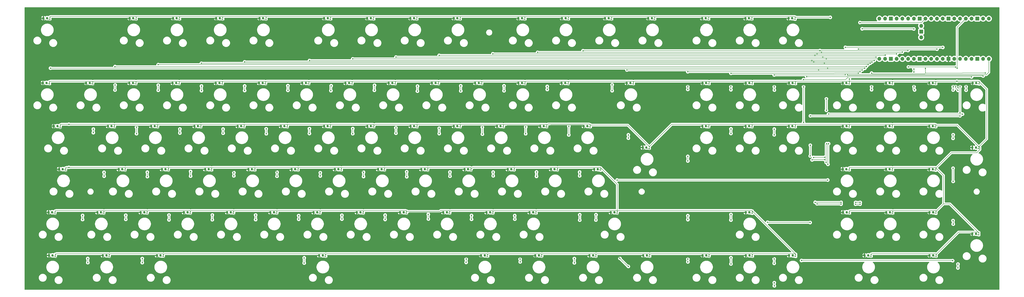
<source format=gbr>
%TF.GenerationSoftware,KiCad,Pcbnew,8.0.8*%
%TF.CreationDate,2025-04-08T21:15:21+02:00*%
%TF.ProjectId,TP-Board-iso105,54502d42-6f61-4726-942d-69736f313035,rev?*%
%TF.SameCoordinates,Original*%
%TF.FileFunction,Copper,L1,Top*%
%TF.FilePolarity,Positive*%
%FSLAX46Y46*%
G04 Gerber Fmt 4.6, Leading zero omitted, Abs format (unit mm)*
G04 Created by KiCad (PCBNEW 8.0.8) date 2025-04-08 21:15:21*
%MOMM*%
%LPD*%
G01*
G04 APERTURE LIST*
G04 Aperture macros list*
%AMRoundRect*
0 Rectangle with rounded corners*
0 $1 Rounding radius*
0 $2 $3 $4 $5 $6 $7 $8 $9 X,Y pos of 4 corners*
0 Add a 4 corners polygon primitive as box body*
4,1,4,$2,$3,$4,$5,$6,$7,$8,$9,$2,$3,0*
0 Add four circle primitives for the rounded corners*
1,1,$1+$1,$2,$3*
1,1,$1+$1,$4,$5*
1,1,$1+$1,$6,$7*
1,1,$1+$1,$8,$9*
0 Add four rect primitives between the rounded corners*
20,1,$1+$1,$2,$3,$4,$5,0*
20,1,$1+$1,$4,$5,$6,$7,0*
20,1,$1+$1,$6,$7,$8,$9,0*
20,1,$1+$1,$8,$9,$2,$3,0*%
G04 Aperture macros list end*
%TA.AperFunction,SMDPad,CuDef*%
%ADD10RoundRect,0.218750X-0.218750X-0.256250X0.218750X-0.256250X0.218750X0.256250X-0.218750X0.256250X0*%
%TD*%
%TA.AperFunction,SMDPad,CuDef*%
%ADD11RoundRect,0.100000X0.100000X-0.217500X0.100000X0.217500X-0.100000X0.217500X-0.100000X-0.217500X0*%
%TD*%
%TA.AperFunction,ComponentPad*%
%ADD12O,1.700000X1.700000*%
%TD*%
%TA.AperFunction,ComponentPad*%
%ADD13R,1.700000X1.700000*%
%TD*%
%TA.AperFunction,ViaPad*%
%ADD14C,0.600000*%
%TD*%
%TA.AperFunction,Conductor*%
%ADD15C,0.200000*%
%TD*%
G04 APERTURE END LIST*
D10*
%TO.P,LED87,1,K*%
%TO.N,GND*%
X286412500Y-118650000D03*
%TO.P,LED87,2,A*%
%TO.N,Net-(LED87-A)*%
X287987500Y-118650000D03*
%TD*%
D11*
%TO.P,R66,1*%
%TO.N,Net-(LED66-A)*%
X186750000Y-100007500D03*
%TO.P,R66,2*%
%TO.N,Net-(U1-3V3)*%
X186750000Y-99192500D03*
%TD*%
D10*
%TO.P,LED93,1,K*%
%TO.N,GND*%
X38812500Y-137700000D03*
%TO.P,LED93,2,A*%
%TO.N,Net-(LED93-A)*%
X40387500Y-137700000D03*
%TD*%
D11*
%TO.P,R48,1*%
%TO.N,Net-(LED48-A)*%
X239162500Y-80957500D03*
%TO.P,R48,2*%
%TO.N,Net-(U1-3V3)*%
X239162500Y-80142500D03*
%TD*%
D10*
%TO.P,LED19,1,K*%
%TO.N,GND*%
X74275000Y-61500000D03*
%TO.P,LED19,2,A*%
%TO.N,Net-(LED19-A)*%
X75850000Y-61500000D03*
%TD*%
D11*
%TO.P,R56,1*%
%TO.N,Net-(LED56-A)*%
X429650000Y-80957500D03*
%TO.P,R56,2*%
%TO.N,Net-(U1-3V3)*%
X429650000Y-80142500D03*
%TD*%
%TO.P,R58,1*%
%TO.N,Net-(LED58-A)*%
X448650000Y-90507500D03*
%TO.P,R58,2*%
%TO.N,Net-(U1-3V3)*%
X448650000Y-89692500D03*
%TD*%
D10*
%TO.P,LED10,1,K*%
%TO.N,GND*%
X245712500Y-32900000D03*
%TO.P,LED10,2,A*%
%TO.N,Net-(LED10-A)*%
X247287500Y-32900000D03*
%TD*%
D11*
%TO.P,R54,1*%
%TO.N,Net-(LED54-A)*%
X391600000Y-80957500D03*
%TO.P,R54,2*%
%TO.N,Net-(U1-3V3)*%
X391600000Y-80142500D03*
%TD*%
%TO.P,R97,1*%
%TO.N,Net-(LED97-A)*%
X232162500Y-138107500D03*
%TO.P,R97,2*%
%TO.N,Net-(U1-3V3)*%
X232162500Y-137292500D03*
%TD*%
%TO.P,R89,1*%
%TO.N,Net-(LED89-A)*%
X391662500Y-119057500D03*
%TO.P,R89,2*%
%TO.N,Net-(U1-3V3)*%
X391662500Y-118242500D03*
%TD*%
%TO.P,R91,1*%
%TO.N,Net-(LED91-A)*%
X429762500Y-119057500D03*
%TO.P,R91,2*%
%TO.N,Net-(U1-3V3)*%
X429762500Y-118242500D03*
%TD*%
D10*
%TO.P,LED103,1,K*%
%TO.N,GND*%
X365012500Y-137700000D03*
%TO.P,LED103,2,A*%
%TO.N,Net-(LED103-A)*%
X366587500Y-137700000D03*
%TD*%
D11*
%TO.P,R7,1*%
%TO.N,Net-(LED7-A)*%
X181962500Y-33307500D03*
%TO.P,R7,2*%
%TO.N,Net-(U1-3V3)*%
X181962500Y-32492500D03*
%TD*%
%TO.P,R82,1*%
%TO.N,Net-(LED82-A)*%
X177400000Y-119057500D03*
%TO.P,R82,2*%
%TO.N,Net-(U1-3V3)*%
X177400000Y-118242500D03*
%TD*%
D10*
%TO.P,LED24,1,K*%
%TO.N,GND*%
X169525000Y-61500000D03*
%TO.P,LED24,2,A*%
%TO.N,Net-(LED24-A)*%
X171100000Y-61500000D03*
%TD*%
%TO.P,LED32,1,K*%
%TO.N,GND*%
X345912500Y-61500000D03*
%TO.P,LED32,2,A*%
%TO.N,Net-(LED32-A)*%
X347487500Y-61500000D03*
%TD*%
%TO.P,LED66,1,K*%
%TO.N,GND*%
X183862500Y-99600000D03*
%TO.P,LED66,2,A*%
%TO.N,Net-(LED66-A)*%
X185437500Y-99600000D03*
%TD*%
D11*
%TO.P,R68,1*%
%TO.N,Net-(LED68-A)*%
X224850000Y-100007500D03*
%TO.P,R68,2*%
%TO.N,Net-(U1-3V3)*%
X224850000Y-99192500D03*
%TD*%
%TO.P,R50,1*%
%TO.N,Net-(LED50-A)*%
X277387500Y-80957500D03*
%TO.P,R50,2*%
%TO.N,Net-(U1-3V3)*%
X277387500Y-80142500D03*
%TD*%
D10*
%TO.P,LED59,1,K*%
%TO.N,GND*%
X43312500Y-99600000D03*
%TO.P,LED59,2,A*%
%TO.N,Net-(LED59-A)*%
X44887500Y-99600000D03*
%TD*%
D11*
%TO.P,R38,1*%
%TO.N,Net-(LED38-A)*%
X43850000Y-81007500D03*
%TO.P,R38,2*%
%TO.N,Net-(U1-3V3)*%
X43850000Y-80192500D03*
%TD*%
%TO.P,R39,1*%
%TO.N,Net-(LED39-A)*%
X67712500Y-80957500D03*
%TO.P,R39,2*%
%TO.N,Net-(U1-3V3)*%
X67712500Y-80142500D03*
%TD*%
%TO.P,R1,1*%
%TO.N,Net-(LED1-A)*%
X39275000Y-33307500D03*
%TO.P,R1,2*%
%TO.N,Net-(U1-3V3)*%
X39275000Y-32492500D03*
%TD*%
%TO.P,R10,1*%
%TO.N,Net-(LED10-A)*%
X248600000Y-33307500D03*
%TO.P,R10,2*%
%TO.N,Net-(U1-3V3)*%
X248600000Y-32492500D03*
%TD*%
D10*
%TO.P,LED56,1,K*%
%TO.N,GND*%
X426762500Y-80550000D03*
%TO.P,LED56,2,A*%
%TO.N,Net-(LED56-A)*%
X428337500Y-80550000D03*
%TD*%
D11*
%TO.P,R64,1*%
%TO.N,Net-(LED64-A)*%
X148650000Y-100007500D03*
%TO.P,R64,2*%
%TO.N,Net-(U1-3V3)*%
X148650000Y-99192500D03*
%TD*%
D10*
%TO.P,LED82,1,K*%
%TO.N,GND*%
X174512500Y-118650000D03*
%TO.P,LED82,2,A*%
%TO.N,Net-(LED82-A)*%
X176087500Y-118650000D03*
%TD*%
%TO.P,LED45,1,K*%
%TO.N,GND*%
X179125000Y-80550000D03*
%TO.P,LED45,2,A*%
%TO.N,Net-(LED45-A)*%
X180700000Y-80550000D03*
%TD*%
%TO.P,LED8,1,K*%
%TO.N,GND*%
X198112500Y-32900000D03*
%TO.P,LED8,2,A*%
%TO.N,Net-(LED8-A)*%
X199687500Y-32900000D03*
%TD*%
D11*
%TO.P,R19,1*%
%TO.N,Net-(LED19-A)*%
X77162500Y-61907500D03*
%TO.P,R19,2*%
%TO.N,Net-(U1-3V3)*%
X77162500Y-61092500D03*
%TD*%
%TO.P,R70,1*%
%TO.N,Net-(LED70-A)*%
X262950000Y-100007500D03*
%TO.P,R70,2*%
%TO.N,Net-(U1-3V3)*%
X262950000Y-99192500D03*
%TD*%
D10*
%TO.P,LED76,1,K*%
%TO.N,GND*%
X60162500Y-118650000D03*
%TO.P,LED76,2,A*%
%TO.N,Net-(LED76-A)*%
X61737500Y-118650000D03*
%TD*%
D11*
%TO.P,R100,1*%
%TO.N,Net-(LED100-A)*%
X303600000Y-138107500D03*
%TO.P,R100,2*%
%TO.N,Net-(U1-3V3)*%
X303600000Y-137292500D03*
%TD*%
%TO.P,R76,1*%
%TO.N,Net-(LED76-A)*%
X63050000Y-119057500D03*
%TO.P,R76,2*%
%TO.N,Net-(U1-3V3)*%
X63050000Y-118242500D03*
%TD*%
%TO.P,R29,1*%
%TO.N,Net-(LED29-A)*%
X267662500Y-61907500D03*
%TO.P,R29,2*%
%TO.N,Net-(U1-3V3)*%
X267662500Y-61092500D03*
%TD*%
D10*
%TO.P,LED72,1,K*%
%TO.N,GND*%
X388662500Y-99600000D03*
%TO.P,LED72,2,A*%
%TO.N,Net-(LED72-A)*%
X390237500Y-99600000D03*
%TD*%
%TO.P,LED41,1,K*%
%TO.N,GND*%
X102925000Y-80550000D03*
%TO.P,LED41,2,A*%
%TO.N,Net-(LED41-A)*%
X104500000Y-80550000D03*
%TD*%
%TO.P,LED73,1,K*%
%TO.N,GND*%
X407712500Y-99600000D03*
%TO.P,LED73,2,A*%
%TO.N,Net-(LED73-A)*%
X409287500Y-99600000D03*
%TD*%
%TO.P,LED102,1,K*%
%TO.N,GND*%
X345962500Y-137700000D03*
%TO.P,LED102,2,A*%
%TO.N,Net-(LED102-A)*%
X347537500Y-137700000D03*
%TD*%
D11*
%TO.P,R27,1*%
%TO.N,Net-(LED27-A)*%
X229562500Y-61907500D03*
%TO.P,R27,2*%
%TO.N,Net-(U1-3V3)*%
X229562500Y-61092500D03*
%TD*%
D10*
%TO.P,LED53,1,K*%
%TO.N,GND*%
X364862500Y-80550000D03*
%TO.P,LED53,2,A*%
%TO.N,Net-(LED53-A)*%
X366437500Y-80550000D03*
%TD*%
D11*
%TO.P,R40,1*%
%TO.N,Net-(LED40-A)*%
X86762500Y-80957500D03*
%TO.P,R40,2*%
%TO.N,Net-(U1-3V3)*%
X86762500Y-80142500D03*
%TD*%
%TO.P,R81,1*%
%TO.N,Net-(LED81-A)*%
X158350000Y-119057500D03*
%TO.P,R81,2*%
%TO.N,Net-(U1-3V3)*%
X158350000Y-118242500D03*
%TD*%
%TO.P,R96,1*%
%TO.N,Net-(LED96-A)*%
X160800000Y-138107500D03*
%TO.P,R96,2*%
%TO.N,Net-(U1-3V3)*%
X160800000Y-137292500D03*
%TD*%
D10*
%TO.P,LED70,1,K*%
%TO.N,GND*%
X260062500Y-99600000D03*
%TO.P,LED70,2,A*%
%TO.N,Net-(LED70-A)*%
X261637500Y-99600000D03*
%TD*%
%TO.P,LED36,1,K*%
%TO.N,GND*%
X426775000Y-61500000D03*
%TO.P,LED36,2,A*%
%TO.N,Net-(LED36-A)*%
X428350000Y-61500000D03*
%TD*%
D11*
%TO.P,R80,1*%
%TO.N,Net-(LED80-A)*%
X139300000Y-119057500D03*
%TO.P,R80,2*%
%TO.N,Net-(U1-3V3)*%
X139300000Y-118242500D03*
%TD*%
D10*
%TO.P,LED25,1,K*%
%TO.N,GND*%
X188575000Y-61500000D03*
%TO.P,LED25,2,A*%
%TO.N,Net-(LED25-A)*%
X190150000Y-61500000D03*
%TD*%
%TO.P,LED9,1,K*%
%TO.N,GND*%
X217212500Y-32900000D03*
%TO.P,LED9,2,A*%
%TO.N,Net-(LED9-A)*%
X218787500Y-32900000D03*
%TD*%
%TO.P,LED79,1,K*%
%TO.N,GND*%
X117362500Y-118650000D03*
%TO.P,LED79,2,A*%
%TO.N,Net-(LED79-A)*%
X118937500Y-118650000D03*
%TD*%
D11*
%TO.P,R88,1*%
%TO.N,Net-(LED88-A)*%
X348800000Y-119057500D03*
%TO.P,R88,2*%
%TO.N,Net-(U1-3V3)*%
X348800000Y-118242500D03*
%TD*%
%TO.P,R42,1*%
%TO.N,Net-(LED42-A)*%
X124862500Y-80957500D03*
%TO.P,R42,2*%
%TO.N,Net-(U1-3V3)*%
X124862500Y-80142500D03*
%TD*%
D10*
%TO.P,LED104,1,K*%
%TO.N,GND*%
X398275000Y-137700000D03*
%TO.P,LED104,2,A*%
%TO.N,Net-(LED104-A)*%
X399850000Y-137700000D03*
%TD*%
D11*
%TO.P,R23,1*%
%TO.N,Net-(LED23-A)*%
X153362500Y-61907500D03*
%TO.P,R23,2*%
%TO.N,Net-(U1-3V3)*%
X153362500Y-61092500D03*
%TD*%
%TO.P,R65,1*%
%TO.N,Net-(LED65-A)*%
X167700000Y-100007500D03*
%TO.P,R65,2*%
%TO.N,Net-(U1-3V3)*%
X167700000Y-99192500D03*
%TD*%
D10*
%TO.P,LED85,1,K*%
%TO.N,GND*%
X231662500Y-118650000D03*
%TO.P,LED85,2,A*%
%TO.N,Net-(LED85-A)*%
X233237500Y-118650000D03*
%TD*%
D11*
%TO.P,R15,1*%
%TO.N,Net-(LED15-A)*%
X348612500Y-33307500D03*
%TO.P,R15,2*%
%TO.N,Net-(U1-3V3)*%
X348612500Y-32492500D03*
%TD*%
%TO.P,R102,1*%
%TO.N,Net-(LED102-A)*%
X348850000Y-138107500D03*
%TO.P,R102,2*%
%TO.N,Net-(U1-3V3)*%
X348850000Y-137292500D03*
%TD*%
%TO.P,R47,1*%
%TO.N,Net-(LED47-A)*%
X220112500Y-80957500D03*
%TO.P,R47,2*%
%TO.N,Net-(U1-3V3)*%
X220112500Y-80142500D03*
%TD*%
D10*
%TO.P,LED95,1,K*%
%TO.N,GND*%
X86412500Y-137700000D03*
%TO.P,LED95,2,A*%
%TO.N,Net-(LED95-A)*%
X87987500Y-137700000D03*
%TD*%
D11*
%TO.P,R59,1*%
%TO.N,Net-(LED59-A)*%
X46200000Y-100007500D03*
%TO.P,R59,2*%
%TO.N,Net-(U1-3V3)*%
X46200000Y-99192500D03*
%TD*%
D10*
%TO.P,LED6,1,K*%
%TO.N,GND*%
X160112500Y-32900000D03*
%TO.P,LED6,2,A*%
%TO.N,Net-(LED6-A)*%
X161687500Y-32900000D03*
%TD*%
%TO.P,LED7,1,K*%
%TO.N,GND*%
X179075000Y-32900000D03*
%TO.P,LED7,2,A*%
%TO.N,Net-(LED7-A)*%
X180650000Y-32900000D03*
%TD*%
D11*
%TO.P,R98,1*%
%TO.N,Net-(LED98-A)*%
X256050000Y-138107500D03*
%TO.P,R98,2*%
%TO.N,Net-(U1-3V3)*%
X256050000Y-137292500D03*
%TD*%
D10*
%TO.P,LED26,1,K*%
%TO.N,GND*%
X207625000Y-61500000D03*
%TO.P,LED26,2,A*%
%TO.N,Net-(LED26-A)*%
X209200000Y-61500000D03*
%TD*%
D11*
%TO.P,R17,1*%
%TO.N,Net-(LED17-A)*%
X39062500Y-61907500D03*
%TO.P,R17,2*%
%TO.N,Net-(U1-3V3)*%
X39062500Y-61092500D03*
%TD*%
%TO.P,R24,1*%
%TO.N,Net-(LED24-A)*%
X172412500Y-61907500D03*
%TO.P,R24,2*%
%TO.N,Net-(U1-3V3)*%
X172412500Y-61092500D03*
%TD*%
%TO.P,R3,1*%
%TO.N,Net-(LED3-A)*%
X96412500Y-33307500D03*
%TO.P,R3,2*%
%TO.N,Net-(U1-3V3)*%
X96412500Y-32492500D03*
%TD*%
%TO.P,R8,1*%
%TO.N,Net-(LED8-A)*%
X201000000Y-33307500D03*
%TO.P,R8,2*%
%TO.N,Net-(U1-3V3)*%
X201000000Y-32492500D03*
%TD*%
%TO.P,R79,1*%
%TO.N,Net-(LED79-A)*%
X120250000Y-119057500D03*
%TO.P,R79,2*%
%TO.N,Net-(U1-3V3)*%
X120250000Y-118242500D03*
%TD*%
%TO.P,R101,1*%
%TO.N,Net-(LED101-A)*%
X329800000Y-138107500D03*
%TO.P,R101,2*%
%TO.N,Net-(U1-3V3)*%
X329800000Y-137292500D03*
%TD*%
%TO.P,R11,1*%
%TO.N,Net-(LED11-A)*%
X267800000Y-33307500D03*
%TO.P,R11,2*%
%TO.N,Net-(U1-3V3)*%
X267800000Y-32492500D03*
%TD*%
%TO.P,R37,1*%
%TO.N,Net-(LED37-A)*%
X448800000Y-61907500D03*
%TO.P,R37,2*%
%TO.N,Net-(U1-3V3)*%
X448800000Y-61092500D03*
%TD*%
D10*
%TO.P,LED37,1,K*%
%TO.N,GND*%
X445912500Y-61500000D03*
%TO.P,LED37,2,A*%
%TO.N,Net-(LED37-A)*%
X447487500Y-61500000D03*
%TD*%
D11*
%TO.P,R31,1*%
%TO.N,Net-(LED31-A)*%
X329750000Y-61907500D03*
%TO.P,R31,2*%
%TO.N,Net-(U1-3V3)*%
X329750000Y-61092500D03*
%TD*%
D10*
%TO.P,LED27,1,K*%
%TO.N,GND*%
X226675000Y-61500000D03*
%TO.P,LED27,2,A*%
%TO.N,Net-(LED27-A)*%
X228250000Y-61500000D03*
%TD*%
%TO.P,LED88,1,K*%
%TO.N,GND*%
X345912500Y-118650000D03*
%TO.P,LED88,2,A*%
%TO.N,Net-(LED88-A)*%
X347487500Y-118650000D03*
%TD*%
D11*
%TO.P,R51,1*%
%TO.N,Net-(LED51-A)*%
X329650000Y-80957500D03*
%TO.P,R51,2*%
%TO.N,Net-(U1-3V3)*%
X329650000Y-80142500D03*
%TD*%
D10*
%TO.P,LED3,1,K*%
%TO.N,GND*%
X93525000Y-32900000D03*
%TO.P,LED3,2,A*%
%TO.N,Net-(LED3-A)*%
X95100000Y-32900000D03*
%TD*%
D11*
%TO.P,R71,1*%
%TO.N,Net-(LED71-A)*%
X282000000Y-100007500D03*
%TO.P,R71,2*%
%TO.N,Net-(U1-3V3)*%
X282000000Y-99192500D03*
%TD*%
D10*
%TO.P,LED58,1,K*%
%TO.N,GND*%
X445762500Y-90100000D03*
%TO.P,LED58,2,A*%
%TO.N,Net-(LED58-A)*%
X447337500Y-90100000D03*
%TD*%
%TO.P,LED17,1,K*%
%TO.N,GND*%
X36175000Y-61500000D03*
%TO.P,LED17,2,A*%
%TO.N,Net-(LED17-A)*%
X37750000Y-61500000D03*
%TD*%
D11*
%TO.P,R45,1*%
%TO.N,Net-(LED45-A)*%
X182012500Y-80957500D03*
%TO.P,R45,2*%
%TO.N,Net-(U1-3V3)*%
X182012500Y-80142500D03*
%TD*%
%TO.P,R83,1*%
%TO.N,Net-(LED83-A)*%
X196450000Y-119057500D03*
%TO.P,R83,2*%
%TO.N,Net-(U1-3V3)*%
X196450000Y-118242500D03*
%TD*%
D10*
%TO.P,LED21,1,K*%
%TO.N,GND*%
X112375000Y-61500000D03*
%TO.P,LED21,2,A*%
%TO.N,Net-(LED21-A)*%
X113950000Y-61500000D03*
%TD*%
%TO.P,LED90,1,K*%
%TO.N,GND*%
X407825000Y-118650000D03*
%TO.P,LED90,2,A*%
%TO.N,Net-(LED90-A)*%
X409400000Y-118650000D03*
%TD*%
%TO.P,LED38,1,K*%
%TO.N,GND*%
X40962500Y-80600000D03*
%TO.P,LED38,2,A*%
%TO.N,Net-(LED38-A)*%
X42537500Y-80600000D03*
%TD*%
D11*
%TO.P,R5,1*%
%TO.N,Net-(LED5-A)*%
X134512500Y-33307500D03*
%TO.P,R5,2*%
%TO.N,Net-(U1-3V3)*%
X134512500Y-32492500D03*
%TD*%
D10*
%TO.P,LED81,1,K*%
%TO.N,GND*%
X155462500Y-118650000D03*
%TO.P,LED81,2,A*%
%TO.N,Net-(LED81-A)*%
X157037500Y-118650000D03*
%TD*%
D11*
%TO.P,R87,1*%
%TO.N,Net-(LED87-A)*%
X289300000Y-119057500D03*
%TO.P,R87,2*%
%TO.N,Net-(U1-3V3)*%
X289300000Y-118242500D03*
%TD*%
%TO.P,R86,1*%
%TO.N,Net-(LED86-A)*%
X253500000Y-119057500D03*
%TO.P,R86,2*%
%TO.N,Net-(U1-3V3)*%
X253500000Y-118242500D03*
%TD*%
%TO.P,R20,1*%
%TO.N,Net-(LED20-A)*%
X96212500Y-61907500D03*
%TO.P,R20,2*%
%TO.N,Net-(U1-3V3)*%
X96212500Y-61092500D03*
%TD*%
%TO.P,R69,1*%
%TO.N,Net-(LED69-A)*%
X243900000Y-100007500D03*
%TO.P,R69,2*%
%TO.N,Net-(U1-3V3)*%
X243900000Y-99192500D03*
%TD*%
%TO.P,R55,1*%
%TO.N,Net-(LED55-A)*%
X410550000Y-80957500D03*
%TO.P,R55,2*%
%TO.N,Net-(U1-3V3)*%
X410550000Y-80142500D03*
%TD*%
%TO.P,R32,1*%
%TO.N,Net-(LED32-A)*%
X348800000Y-61907500D03*
%TO.P,R32,2*%
%TO.N,Net-(U1-3V3)*%
X348800000Y-61092500D03*
%TD*%
D10*
%TO.P,LED31,1,K*%
%TO.N,GND*%
X326862500Y-61500000D03*
%TO.P,LED31,2,A*%
%TO.N,Net-(LED31-A)*%
X328437500Y-61500000D03*
%TD*%
%TO.P,LED67,1,K*%
%TO.N,GND*%
X202912500Y-99600000D03*
%TO.P,LED67,2,A*%
%TO.N,Net-(LED67-A)*%
X204487500Y-99600000D03*
%TD*%
D11*
%TO.P,R94,1*%
%TO.N,Net-(LED94-A)*%
X65450000Y-138107500D03*
%TO.P,R94,2*%
%TO.N,Net-(U1-3V3)*%
X65450000Y-137292500D03*
%TD*%
%TO.P,R25,1*%
%TO.N,Net-(LED25-A)*%
X191462500Y-61907500D03*
%TO.P,R25,2*%
%TO.N,Net-(U1-3V3)*%
X191462500Y-61092500D03*
%TD*%
%TO.P,R85,1*%
%TO.N,Net-(LED85-A)*%
X234550000Y-119057500D03*
%TO.P,R85,2*%
%TO.N,Net-(U1-3V3)*%
X234550000Y-118242500D03*
%TD*%
D10*
%TO.P,LED33,1,K*%
%TO.N,GND*%
X364962500Y-61500000D03*
%TO.P,LED33,2,A*%
%TO.N,Net-(LED33-A)*%
X366537500Y-61500000D03*
%TD*%
D11*
%TO.P,R22,1*%
%TO.N,Net-(LED22-A)*%
X134312500Y-61907500D03*
%TO.P,R22,2*%
%TO.N,Net-(U1-3V3)*%
X134312500Y-61092500D03*
%TD*%
D10*
%TO.P,LED47,1,K*%
%TO.N,GND*%
X217225000Y-80550000D03*
%TO.P,LED47,2,A*%
%TO.N,Net-(LED47-A)*%
X218800000Y-80550000D03*
%TD*%
%TO.P,LED30,1,K*%
%TO.N,GND*%
X293475000Y-61500000D03*
%TO.P,LED30,2,A*%
%TO.N,Net-(LED30-A)*%
X295050000Y-61500000D03*
%TD*%
D11*
%TO.P,R36,1*%
%TO.N,Net-(LED36-A)*%
X429662500Y-61907500D03*
%TO.P,R36,2*%
%TO.N,Net-(U1-3V3)*%
X429662500Y-61092500D03*
%TD*%
D10*
%TO.P,LED91,1,K*%
%TO.N,GND*%
X426875000Y-118650000D03*
%TO.P,LED91,2,A*%
%TO.N,Net-(LED91-A)*%
X428450000Y-118650000D03*
%TD*%
%TO.P,LED99,1,K*%
%TO.N,GND*%
X277012500Y-137700000D03*
%TO.P,LED99,2,A*%
%TO.N,Net-(LED99-A)*%
X278587500Y-137700000D03*
%TD*%
%TO.P,LED68,1,K*%
%TO.N,GND*%
X221962500Y-99600000D03*
%TO.P,LED68,2,A*%
%TO.N,Net-(LED68-A)*%
X223537500Y-99600000D03*
%TD*%
D11*
%TO.P,R2,1*%
%TO.N,Net-(LED2-A)*%
X77275000Y-33307500D03*
%TO.P,R2,2*%
%TO.N,Net-(U1-3V3)*%
X77275000Y-32492500D03*
%TD*%
%TO.P,R13,1*%
%TO.N,Net-(LED13-A)*%
X305800000Y-33307500D03*
%TO.P,R13,2*%
%TO.N,Net-(U1-3V3)*%
X305800000Y-32492500D03*
%TD*%
%TO.P,R90,1*%
%TO.N,Net-(LED90-A)*%
X410712500Y-119057500D03*
%TO.P,R90,2*%
%TO.N,Net-(U1-3V3)*%
X410712500Y-118242500D03*
%TD*%
D10*
%TO.P,LED83,1,K*%
%TO.N,GND*%
X193562500Y-118650000D03*
%TO.P,LED83,2,A*%
%TO.N,Net-(LED83-A)*%
X195137500Y-118650000D03*
%TD*%
%TO.P,LED18,1,K*%
%TO.N,GND*%
X55225000Y-61500000D03*
%TO.P,LED18,2,A*%
%TO.N,Net-(LED18-A)*%
X56800000Y-61500000D03*
%TD*%
%TO.P,LED44,1,K*%
%TO.N,GND*%
X160075000Y-80550000D03*
%TO.P,LED44,2,A*%
%TO.N,Net-(LED44-A)*%
X161650000Y-80550000D03*
%TD*%
%TO.P,LED75,1,K*%
%TO.N,GND*%
X38662500Y-118650000D03*
%TO.P,LED75,2,A*%
%TO.N,Net-(LED75-A)*%
X40237500Y-118650000D03*
%TD*%
%TO.P,LED20,1,K*%
%TO.N,GND*%
X93325000Y-61500000D03*
%TO.P,LED20,2,A*%
%TO.N,Net-(LED20-A)*%
X94900000Y-61500000D03*
%TD*%
%TO.P,LED16,1,K*%
%TO.N,GND*%
X364775000Y-32900000D03*
%TO.P,LED16,2,A*%
%TO.N,Net-(LED16-A)*%
X366350000Y-32900000D03*
%TD*%
D11*
%TO.P,R95,1*%
%TO.N,Net-(LED95-A)*%
X89300000Y-138107500D03*
%TO.P,R95,2*%
%TO.N,Net-(U1-3V3)*%
X89300000Y-137292500D03*
%TD*%
%TO.P,R9,1*%
%TO.N,Net-(LED9-A)*%
X220100000Y-33307500D03*
%TO.P,R9,2*%
%TO.N,Net-(U1-3V3)*%
X220100000Y-32492500D03*
%TD*%
D10*
%TO.P,LED86,1,K*%
%TO.N,GND*%
X250612500Y-118650000D03*
%TO.P,LED86,2,A*%
%TO.N,Net-(LED86-A)*%
X252187500Y-118650000D03*
%TD*%
%TO.P,LED1,1,K*%
%TO.N,GND*%
X36387500Y-32900000D03*
%TO.P,LED1,2,A*%
%TO.N,Net-(LED1-A)*%
X37962500Y-32900000D03*
%TD*%
%TO.P,LED64,1,K*%
%TO.N,GND*%
X145762500Y-99600000D03*
%TO.P,LED64,2,A*%
%TO.N,Net-(LED64-A)*%
X147337500Y-99600000D03*
%TD*%
D11*
%TO.P,R84,1*%
%TO.N,Net-(LED84-A)*%
X215500000Y-119057500D03*
%TO.P,R84,2*%
%TO.N,Net-(U1-3V3)*%
X215500000Y-118242500D03*
%TD*%
%TO.P,R61,1*%
%TO.N,Net-(LED61-A)*%
X91500000Y-100007500D03*
%TO.P,R61,2*%
%TO.N,Net-(U1-3V3)*%
X91500000Y-99192500D03*
%TD*%
%TO.P,R92,1*%
%TO.N,Net-(LED92-A)*%
X448650000Y-128557500D03*
%TO.P,R92,2*%
%TO.N,Net-(U1-3V3)*%
X448650000Y-127742500D03*
%TD*%
%TO.P,R33,1*%
%TO.N,Net-(LED33-A)*%
X367850000Y-61907500D03*
%TO.P,R33,2*%
%TO.N,Net-(U1-3V3)*%
X367850000Y-61092500D03*
%TD*%
%TO.P,R62,1*%
%TO.N,Net-(LED62-A)*%
X110550000Y-100007500D03*
%TO.P,R62,2*%
%TO.N,Net-(U1-3V3)*%
X110550000Y-99192500D03*
%TD*%
%TO.P,R6,1*%
%TO.N,Net-(LED6-A)*%
X163000000Y-33307500D03*
%TO.P,R6,2*%
%TO.N,Net-(U1-3V3)*%
X163000000Y-32492500D03*
%TD*%
D10*
%TO.P,LED40,1,K*%
%TO.N,GND*%
X83875000Y-80550000D03*
%TO.P,LED40,2,A*%
%TO.N,Net-(LED40-A)*%
X85450000Y-80550000D03*
%TD*%
%TO.P,LED69,1,K*%
%TO.N,GND*%
X241012500Y-99600000D03*
%TO.P,LED69,2,A*%
%TO.N,Net-(LED69-A)*%
X242587500Y-99600000D03*
%TD*%
D11*
%TO.P,R60,1*%
%TO.N,Net-(LED60-A)*%
X72450000Y-100007500D03*
%TO.P,R60,2*%
%TO.N,Net-(U1-3V3)*%
X72450000Y-99192500D03*
%TD*%
%TO.P,R57,1*%
%TO.N,Net-(LED57-A)*%
X303412500Y-90457500D03*
%TO.P,R57,2*%
%TO.N,Net-(U1-3V3)*%
X303412500Y-89642500D03*
%TD*%
%TO.P,R21,1*%
%TO.N,Net-(LED21-A)*%
X115262500Y-61907500D03*
%TO.P,R21,2*%
%TO.N,Net-(U1-3V3)*%
X115262500Y-61092500D03*
%TD*%
D10*
%TO.P,LED5,1,K*%
%TO.N,GND*%
X131625000Y-32900000D03*
%TO.P,LED5,2,A*%
%TO.N,Net-(LED5-A)*%
X133200000Y-32900000D03*
%TD*%
%TO.P,LED96,1,K*%
%TO.N,GND*%
X157912500Y-137700000D03*
%TO.P,LED96,2,A*%
%TO.N,Net-(LED96-A)*%
X159487500Y-137700000D03*
%TD*%
D11*
%TO.P,R34,1*%
%TO.N,Net-(LED34-A)*%
X391562500Y-61907500D03*
%TO.P,R34,2*%
%TO.N,Net-(U1-3V3)*%
X391562500Y-61092500D03*
%TD*%
%TO.P,R74,1*%
%TO.N,Net-(LED74-A)*%
X429650000Y-100007500D03*
%TO.P,R74,2*%
%TO.N,Net-(U1-3V3)*%
X429650000Y-99192500D03*
%TD*%
D10*
%TO.P,LED39,1,K*%
%TO.N,GND*%
X64825000Y-80550000D03*
%TO.P,LED39,2,A*%
%TO.N,Net-(LED39-A)*%
X66400000Y-80550000D03*
%TD*%
D11*
%TO.P,R72,1*%
%TO.N,Net-(LED72-A)*%
X391550000Y-100007500D03*
%TO.P,R72,2*%
%TO.N,Net-(U1-3V3)*%
X391550000Y-99192500D03*
%TD*%
D10*
%TO.P,LED55,1,K*%
%TO.N,GND*%
X407662500Y-80550000D03*
%TO.P,LED55,2,A*%
%TO.N,Net-(LED55-A)*%
X409237500Y-80550000D03*
%TD*%
D11*
%TO.P,R73,1*%
%TO.N,Net-(LED73-A)*%
X410600000Y-100007500D03*
%TO.P,R73,2*%
%TO.N,Net-(U1-3V3)*%
X410600000Y-99192500D03*
%TD*%
D10*
%TO.P,LED61,1,K*%
%TO.N,GND*%
X88612500Y-99600000D03*
%TO.P,LED61,2,A*%
%TO.N,Net-(LED61-A)*%
X90187500Y-99600000D03*
%TD*%
%TO.P,LED84,1,K*%
%TO.N,GND*%
X212612500Y-118650000D03*
%TO.P,LED84,2,A*%
%TO.N,Net-(LED84-A)*%
X214187500Y-118650000D03*
%TD*%
%TO.P,LED28,1,K*%
%TO.N,GND*%
X245725000Y-61500000D03*
%TO.P,LED28,2,A*%
%TO.N,Net-(LED28-A)*%
X247300000Y-61500000D03*
%TD*%
D11*
%TO.P,R30,1*%
%TO.N,Net-(LED30-A)*%
X296362500Y-61907500D03*
%TO.P,R30,2*%
%TO.N,Net-(U1-3V3)*%
X296362500Y-61092500D03*
%TD*%
D10*
%TO.P,LED4,1,K*%
%TO.N,GND*%
X112525000Y-32900000D03*
%TO.P,LED4,2,A*%
%TO.N,Net-(LED4-A)*%
X114100000Y-32900000D03*
%TD*%
%TO.P,LED63,1,K*%
%TO.N,GND*%
X126712500Y-99600000D03*
%TO.P,LED63,2,A*%
%TO.N,Net-(LED63-A)*%
X128287500Y-99600000D03*
%TD*%
D11*
%TO.P,R46,1*%
%TO.N,Net-(LED46-A)*%
X201062500Y-80957500D03*
%TO.P,R46,2*%
%TO.N,Net-(U1-3V3)*%
X201062500Y-80142500D03*
%TD*%
D10*
%TO.P,LED50,1,K*%
%TO.N,GND*%
X274500000Y-80550000D03*
%TO.P,LED50,2,A*%
%TO.N,Net-(LED50-A)*%
X276075000Y-80550000D03*
%TD*%
%TO.P,LED13,1,K*%
%TO.N,GND*%
X302912500Y-32900000D03*
%TO.P,LED13,2,A*%
%TO.N,Net-(LED13-A)*%
X304487500Y-32900000D03*
%TD*%
D11*
%TO.P,R75,1*%
%TO.N,Net-(LED75-A)*%
X41550000Y-119057500D03*
%TO.P,R75,2*%
%TO.N,Net-(U1-3V3)*%
X41550000Y-118242500D03*
%TD*%
%TO.P,R49,1*%
%TO.N,Net-(LED49-A)*%
X258212500Y-80957500D03*
%TO.P,R49,2*%
%TO.N,Net-(U1-3V3)*%
X258212500Y-80142500D03*
%TD*%
D10*
%TO.P,LED35,1,K*%
%TO.N,GND*%
X407725000Y-61500000D03*
%TO.P,LED35,2,A*%
%TO.N,Net-(LED35-A)*%
X409300000Y-61500000D03*
%TD*%
D11*
%TO.P,R41,1*%
%TO.N,Net-(LED41-A)*%
X105812500Y-80957500D03*
%TO.P,R41,2*%
%TO.N,Net-(U1-3V3)*%
X105812500Y-80142500D03*
%TD*%
%TO.P,R78,1*%
%TO.N,Net-(LED78-A)*%
X101200000Y-119057500D03*
%TO.P,R78,2*%
%TO.N,Net-(U1-3V3)*%
X101200000Y-118242500D03*
%TD*%
%TO.P,R103,1*%
%TO.N,Net-(LED103-A)*%
X367900000Y-138107500D03*
%TO.P,R103,2*%
%TO.N,Net-(U1-3V3)*%
X367900000Y-137292500D03*
%TD*%
%TO.P,R105,1*%
%TO.N,Net-(LED105-A)*%
X429800000Y-138107500D03*
%TO.P,R105,2*%
%TO.N,Net-(U1-3V3)*%
X429800000Y-137292500D03*
%TD*%
D10*
%TO.P,LED15,1,K*%
%TO.N,GND*%
X345725000Y-32900000D03*
%TO.P,LED15,2,A*%
%TO.N,Net-(LED15-A)*%
X347300000Y-32900000D03*
%TD*%
%TO.P,LED100,1,K*%
%TO.N,GND*%
X300712500Y-137700000D03*
%TO.P,LED100,2,A*%
%TO.N,Net-(LED100-A)*%
X302287500Y-137700000D03*
%TD*%
%TO.P,LED54,1,K*%
%TO.N,GND*%
X388712500Y-80550000D03*
%TO.P,LED54,2,A*%
%TO.N,Net-(LED54-A)*%
X390287500Y-80550000D03*
%TD*%
%TO.P,LED80,1,K*%
%TO.N,GND*%
X136412500Y-118650000D03*
%TO.P,LED80,2,A*%
%TO.N,Net-(LED80-A)*%
X137987500Y-118650000D03*
%TD*%
D11*
%TO.P,R52,1*%
%TO.N,Net-(LED52-A)*%
X348700000Y-80957500D03*
%TO.P,R52,2*%
%TO.N,Net-(U1-3V3)*%
X348700000Y-80142500D03*
%TD*%
D10*
%TO.P,LED74,1,K*%
%TO.N,GND*%
X426762500Y-99600000D03*
%TO.P,LED74,2,A*%
%TO.N,Net-(LED74-A)*%
X428337500Y-99600000D03*
%TD*%
D11*
%TO.P,R35,1*%
%TO.N,Net-(LED35-A)*%
X410612500Y-61907500D03*
%TO.P,R35,2*%
%TO.N,Net-(U1-3V3)*%
X410612500Y-61092500D03*
%TD*%
D10*
%TO.P,LED71,1,K*%
%TO.N,GND*%
X279112500Y-99600000D03*
%TO.P,LED71,2,A*%
%TO.N,Net-(LED71-A)*%
X280687500Y-99600000D03*
%TD*%
%TO.P,LED23,1,K*%
%TO.N,GND*%
X150475000Y-61500000D03*
%TO.P,LED23,2,A*%
%TO.N,Net-(LED23-A)*%
X152050000Y-61500000D03*
%TD*%
%TO.P,LED62,1,K*%
%TO.N,GND*%
X107662500Y-99600000D03*
%TO.P,LED62,2,A*%
%TO.N,Net-(LED62-A)*%
X109237500Y-99600000D03*
%TD*%
%TO.P,LED22,1,K*%
%TO.N,GND*%
X131425000Y-61500000D03*
%TO.P,LED22,2,A*%
%TO.N,Net-(LED22-A)*%
X133000000Y-61500000D03*
%TD*%
%TO.P,LED101,1,K*%
%TO.N,GND*%
X326912500Y-137700000D03*
%TO.P,LED101,2,A*%
%TO.N,Net-(LED101-A)*%
X328487500Y-137700000D03*
%TD*%
%TO.P,LED57,1,K*%
%TO.N,GND*%
X300525000Y-90050000D03*
%TO.P,LED57,2,A*%
%TO.N,Net-(LED57-A)*%
X302100000Y-90050000D03*
%TD*%
%TO.P,LED60,1,K*%
%TO.N,GND*%
X69562500Y-99600000D03*
%TO.P,LED60,2,A*%
%TO.N,Net-(LED60-A)*%
X71137500Y-99600000D03*
%TD*%
%TO.P,LED77,1,K*%
%TO.N,GND*%
X79262500Y-118650000D03*
%TO.P,LED77,2,A*%
%TO.N,Net-(LED77-A)*%
X80837500Y-118650000D03*
%TD*%
D11*
%TO.P,R4,1*%
%TO.N,Net-(LED4-A)*%
X115412500Y-33307500D03*
%TO.P,R4,2*%
%TO.N,Net-(U1-3V3)*%
X115412500Y-32492500D03*
%TD*%
%TO.P,R93,1*%
%TO.N,Net-(LED93-A)*%
X41700000Y-138107500D03*
%TO.P,R93,2*%
%TO.N,Net-(U1-3V3)*%
X41700000Y-137292500D03*
%TD*%
D10*
%TO.P,LED2,1,K*%
%TO.N,GND*%
X74387500Y-32900000D03*
%TO.P,LED2,2,A*%
%TO.N,Net-(LED2-A)*%
X75962500Y-32900000D03*
%TD*%
D11*
%TO.P,R104,1*%
%TO.N,Net-(LED104-A)*%
X401162500Y-138107500D03*
%TO.P,R104,2*%
%TO.N,Net-(U1-3V3)*%
X401162500Y-137292500D03*
%TD*%
D10*
%TO.P,LED46,1,K*%
%TO.N,GND*%
X198175000Y-80550000D03*
%TO.P,LED46,2,A*%
%TO.N,Net-(LED46-A)*%
X199750000Y-80550000D03*
%TD*%
%TO.P,LED89,1,K*%
%TO.N,GND*%
X388775000Y-118650000D03*
%TO.P,LED89,2,A*%
%TO.N,Net-(LED89-A)*%
X390350000Y-118650000D03*
%TD*%
%TO.P,LED34,1,K*%
%TO.N,GND*%
X388675000Y-61500000D03*
%TO.P,LED34,2,A*%
%TO.N,Net-(LED34-A)*%
X390250000Y-61500000D03*
%TD*%
D11*
%TO.P,R16,1*%
%TO.N,Net-(LED16-A)*%
X367662500Y-33307500D03*
%TO.P,R16,2*%
%TO.N,Net-(U1-3V3)*%
X367662500Y-32492500D03*
%TD*%
%TO.P,R44,1*%
%TO.N,Net-(LED44-A)*%
X162962500Y-80957500D03*
%TO.P,R44,2*%
%TO.N,Net-(U1-3V3)*%
X162962500Y-80142500D03*
%TD*%
D10*
%TO.P,LED97,1,K*%
%TO.N,GND*%
X229275000Y-137700000D03*
%TO.P,LED97,2,A*%
%TO.N,Net-(LED97-A)*%
X230850000Y-137700000D03*
%TD*%
%TO.P,LED105,1,K*%
%TO.N,GND*%
X426912500Y-137700000D03*
%TO.P,LED105,2,A*%
%TO.N,Net-(LED105-A)*%
X428487500Y-137700000D03*
%TD*%
%TO.P,LED43,1,K*%
%TO.N,GND*%
X141025000Y-80550000D03*
%TO.P,LED43,2,A*%
%TO.N,Net-(LED43-A)*%
X142600000Y-80550000D03*
%TD*%
D11*
%TO.P,R67,1*%
%TO.N,Net-(LED67-A)*%
X205800000Y-100007500D03*
%TO.P,R67,2*%
%TO.N,Net-(U1-3V3)*%
X205800000Y-99192500D03*
%TD*%
D10*
%TO.P,LED78,1,K*%
%TO.N,GND*%
X98312500Y-118650000D03*
%TO.P,LED78,2,A*%
%TO.N,Net-(LED78-A)*%
X99887500Y-118650000D03*
%TD*%
D11*
%TO.P,R26,1*%
%TO.N,Net-(LED26-A)*%
X210512500Y-61907500D03*
%TO.P,R26,2*%
%TO.N,Net-(U1-3V3)*%
X210512500Y-61092500D03*
%TD*%
D10*
%TO.P,LED92,1,K*%
%TO.N,GND*%
X445762500Y-128150000D03*
%TO.P,LED92,2,A*%
%TO.N,Net-(LED92-A)*%
X447337500Y-128150000D03*
%TD*%
%TO.P,LED51,1,K*%
%TO.N,GND*%
X326762500Y-80550000D03*
%TO.P,LED51,2,A*%
%TO.N,Net-(LED51-A)*%
X328337500Y-80550000D03*
%TD*%
D11*
%TO.P,R12,1*%
%TO.N,Net-(LED12-A)*%
X286800000Y-33307500D03*
%TO.P,R12,2*%
%TO.N,Net-(U1-3V3)*%
X286800000Y-32492500D03*
%TD*%
D10*
%TO.P,LED52,1,K*%
%TO.N,GND*%
X345812500Y-80550000D03*
%TO.P,LED52,2,A*%
%TO.N,Net-(LED52-A)*%
X347387500Y-80550000D03*
%TD*%
D11*
%TO.P,R99,1*%
%TO.N,Net-(LED99-A)*%
X279900000Y-138107500D03*
%TO.P,R99,2*%
%TO.N,Net-(U1-3V3)*%
X279900000Y-137292500D03*
%TD*%
%TO.P,R28,1*%
%TO.N,Net-(LED28-A)*%
X248612500Y-61907500D03*
%TO.P,R28,2*%
%TO.N,Net-(U1-3V3)*%
X248612500Y-61092500D03*
%TD*%
%TO.P,R77,1*%
%TO.N,Net-(LED77-A)*%
X82150000Y-119057500D03*
%TO.P,R77,2*%
%TO.N,Net-(U1-3V3)*%
X82150000Y-118242500D03*
%TD*%
D10*
%TO.P,LED94,1,K*%
%TO.N,GND*%
X62562500Y-137700000D03*
%TO.P,LED94,2,A*%
%TO.N,Net-(LED94-A)*%
X64137500Y-137700000D03*
%TD*%
%TO.P,LED65,1,K*%
%TO.N,GND*%
X164812500Y-99600000D03*
%TO.P,LED65,2,A*%
%TO.N,Net-(LED65-A)*%
X166387500Y-99600000D03*
%TD*%
%TO.P,LED29,1,K*%
%TO.N,GND*%
X264775000Y-61500000D03*
%TO.P,LED29,2,A*%
%TO.N,Net-(LED29-A)*%
X266350000Y-61500000D03*
%TD*%
%TO.P,LED14,1,K*%
%TO.N,GND*%
X326675000Y-32900000D03*
%TO.P,LED14,2,A*%
%TO.N,Net-(LED14-A)*%
X328250000Y-32900000D03*
%TD*%
%TO.P,LED98,1,K*%
%TO.N,GND*%
X253162500Y-137700000D03*
%TO.P,LED98,2,A*%
%TO.N,Net-(LED98-A)*%
X254737500Y-137700000D03*
%TD*%
D11*
%TO.P,R43,1*%
%TO.N,Net-(LED43-A)*%
X143912500Y-80957500D03*
%TO.P,R43,2*%
%TO.N,Net-(U1-3V3)*%
X143912500Y-80142500D03*
%TD*%
D10*
%TO.P,LED42,1,K*%
%TO.N,GND*%
X121975000Y-80550000D03*
%TO.P,LED42,2,A*%
%TO.N,Net-(LED42-A)*%
X123550000Y-80550000D03*
%TD*%
%TO.P,LED11,1,K*%
%TO.N,GND*%
X264912500Y-32900000D03*
%TO.P,LED11,2,A*%
%TO.N,Net-(LED11-A)*%
X266487500Y-32900000D03*
%TD*%
%TO.P,LED49,1,K*%
%TO.N,GND*%
X255325000Y-80550000D03*
%TO.P,LED49,2,A*%
%TO.N,Net-(LED49-A)*%
X256900000Y-80550000D03*
%TD*%
D11*
%TO.P,R18,1*%
%TO.N,Net-(LED18-A)*%
X58112500Y-61907500D03*
%TO.P,R18,2*%
%TO.N,Net-(U1-3V3)*%
X58112500Y-61092500D03*
%TD*%
%TO.P,R14,1*%
%TO.N,Net-(LED14-A)*%
X329562500Y-33307500D03*
%TO.P,R14,2*%
%TO.N,Net-(U1-3V3)*%
X329562500Y-32492500D03*
%TD*%
%TO.P,R53,1*%
%TO.N,Net-(LED53-A)*%
X367750000Y-80957500D03*
%TO.P,R53,2*%
%TO.N,Net-(U1-3V3)*%
X367750000Y-80142500D03*
%TD*%
D10*
%TO.P,LED48,1,K*%
%TO.N,GND*%
X236275000Y-80550000D03*
%TO.P,LED48,2,A*%
%TO.N,Net-(LED48-A)*%
X237850000Y-80550000D03*
%TD*%
%TO.P,LED12,1,K*%
%TO.N,GND*%
X283912500Y-32900000D03*
%TO.P,LED12,2,A*%
%TO.N,Net-(LED12-A)*%
X285487500Y-32900000D03*
%TD*%
D11*
%TO.P,R63,1*%
%TO.N,Net-(LED63-A)*%
X129600000Y-100007500D03*
%TO.P,R63,2*%
%TO.N,Net-(U1-3V3)*%
X129600000Y-99192500D03*
%TD*%
D12*
%TO.P,U1,1,GPIO0*%
%TO.N,ROW0*%
X453035000Y-50870000D03*
%TO.P,U1,2,GPIO1*%
%TO.N,ROW1*%
X450495000Y-50870000D03*
D13*
%TO.P,U1,3,GND*%
%TO.N,unconnected-(U1-GND-Pad3)*%
X447955000Y-50870000D03*
D12*
%TO.P,U1,4,GPIO2*%
%TO.N,ROW2*%
X445415000Y-50870000D03*
%TO.P,U1,5,GPIO3*%
%TO.N,ROW3*%
X442875000Y-50870000D03*
%TO.P,U1,6,GPIO4*%
%TO.N,ROW4*%
X440335000Y-50870000D03*
%TO.P,U1,7,GPIO5*%
%TO.N,ROW5*%
X437795000Y-50870000D03*
D13*
%TO.P,U1,8,GND*%
%TO.N,GND*%
X435255000Y-50870000D03*
D12*
%TO.P,U1,9,GPIO6*%
%TO.N,ROW6*%
X432715000Y-50870000D03*
%TO.P,U1,10,GPIO7*%
%TO.N,ROW7*%
X430175000Y-50870000D03*
%TO.P,U1,11,GPIO8*%
%TO.N,COL0*%
X427635000Y-50870000D03*
%TO.P,U1,12,GPIO9*%
%TO.N,COL1*%
X425095000Y-50870000D03*
D13*
%TO.P,U1,13,GND*%
%TO.N,unconnected-(U1-GND-Pad13)*%
X422555000Y-50870000D03*
D12*
%TO.P,U1,14,GPIO10*%
%TO.N,COL2*%
X420015000Y-50870000D03*
%TO.P,U1,15,GPIO11*%
%TO.N,COL3*%
X417475000Y-50870000D03*
%TO.P,U1,16,GPIO12*%
%TO.N,COL4*%
X414935000Y-50870000D03*
%TO.P,U1,17,GPIO13*%
%TO.N,COL5*%
X412395000Y-50870000D03*
D13*
%TO.P,U1,18,GND*%
%TO.N,unconnected-(U1-GND-Pad18)*%
X409855000Y-50870000D03*
D12*
%TO.P,U1,19,GPIO14*%
%TO.N,COL6*%
X407315000Y-50870000D03*
%TO.P,U1,20,GPIO15*%
%TO.N,COL7*%
X404775000Y-50870000D03*
%TO.P,U1,21,GPIO16*%
%TO.N,COL8*%
X404775000Y-33090000D03*
%TO.P,U1,22,GPIO17*%
%TO.N,COL9*%
X407315000Y-33090000D03*
D13*
%TO.P,U1,23,GND*%
%TO.N,unconnected-(U1-GND-Pad23)*%
X409855000Y-33090000D03*
D12*
%TO.P,U1,24,GPIO18*%
%TO.N,COL10*%
X412395000Y-33090000D03*
%TO.P,U1,25,GPIO19*%
%TO.N,COL11*%
X414935000Y-33090000D03*
%TO.P,U1,26,GPIO20*%
%TO.N,COL12*%
X417475000Y-33090000D03*
%TO.P,U1,27,GPIO21*%
%TO.N,COL13*%
X420015000Y-33090000D03*
D13*
%TO.P,U1,28,GND*%
%TO.N,unconnected-(U1-GND-Pad28)*%
X422555000Y-33090000D03*
D12*
%TO.P,U1,29,GPIO22*%
%TO.N,COL14*%
X425095000Y-33090000D03*
%TO.P,U1,30,RUN*%
%TO.N,unconnected-(U1-RUN-Pad30)*%
X427635000Y-33090000D03*
%TO.P,U1,31,GPIO26_ADC0*%
%TO.N,COL15*%
X430175000Y-33090000D03*
%TO.P,U1,32,GPIO27_ADC1*%
%TO.N,COL16*%
X432715000Y-33090000D03*
D13*
%TO.P,U1,33,AGND*%
%TO.N,unconnected-(U1-AGND-Pad33)*%
X435255000Y-33090000D03*
D12*
%TO.P,U1,34,GPIO28_ADC2*%
%TO.N,unconnected-(U1-GPIO28_ADC2-Pad34)*%
X437795000Y-33090000D03*
%TO.P,U1,35,ADC_VREF*%
%TO.N,unconnected-(U1-ADC_VREF-Pad35)*%
X440335000Y-33090000D03*
%TO.P,U1,36,3V3*%
%TO.N,Net-(U1-3V3)*%
X442875000Y-33090000D03*
%TO.P,U1,37,3V3_EN*%
%TO.N,unconnected-(U1-3V3_EN-Pad37)*%
X445415000Y-33090000D03*
D13*
%TO.P,U1,38,GND*%
%TO.N,unconnected-(U1-GND-Pad38)*%
X447955000Y-33090000D03*
D12*
%TO.P,U1,39,VSYS*%
%TO.N,unconnected-(U1-VSYS-Pad39)*%
X450495000Y-33090000D03*
%TO.P,U1,40,VBUS*%
%TO.N,unconnected-(U1-VBUS-Pad40)*%
X453035000Y-33090000D03*
%TO.P,U1,41,SWCLK*%
%TO.N,unconnected-(U1-SWCLK-Pad41)*%
X423205000Y-41360000D03*
D13*
%TO.P,U1,42,GND*%
%TO.N,unconnected-(U1-GND-Pad42)*%
X423205000Y-38820000D03*
D12*
%TO.P,U1,43,SWDIO*%
%TO.N,unconnected-(U1-SWDIO-Pad43)*%
X423205000Y-36280000D03*
%TD*%
D14*
%TO.N,COL0*%
X382030000Y-55000000D03*
X398360000Y-55040000D03*
X39510000Y-55000000D03*
%TO.N,COL2*%
X420050000Y-63130000D03*
X82180000Y-100950000D03*
X72700000Y-121780000D03*
X77430000Y-83940000D03*
X79960000Y-139090000D03*
X420300000Y-64600000D03*
X68010000Y-62380000D03*
X82210000Y-102910000D03*
X420015000Y-55380000D03*
X399080000Y-54220000D03*
X67925000Y-54310000D03*
X67940000Y-64650000D03*
X72670000Y-119980000D03*
X79960000Y-140930000D03*
X77430000Y-81110000D03*
X420050000Y-56730000D03*
%TO.N,COL3*%
X399850000Y-53430000D03*
X438420000Y-54540000D03*
X438450000Y-63125000D03*
X87010000Y-64760000D03*
X101250000Y-100610000D03*
X101250000Y-102690000D03*
X87010000Y-62460000D03*
X439430000Y-64770000D03*
X86975000Y-53440000D03*
X91730000Y-122010000D03*
X96520000Y-83650000D03*
X96520000Y-81860000D03*
X91730000Y-119880000D03*
X417570000Y-54430000D03*
%TO.N,COL4*%
X400770000Y-52810000D03*
X115580000Y-83720000D03*
X115570000Y-81890000D03*
X110830000Y-121960000D03*
X106025000Y-52830000D03*
X106040000Y-64940000D03*
X380580000Y-52830000D03*
X120310000Y-102570000D03*
X106040000Y-62870000D03*
X110830000Y-119880000D03*
X120320000Y-101140000D03*
%TO.N,COL5*%
X139360000Y-100960000D03*
X125075000Y-52210000D03*
X125080000Y-62840000D03*
X401570000Y-52270000D03*
X129920000Y-119880000D03*
X134620000Y-83960000D03*
X125060000Y-64870000D03*
X375900000Y-52210000D03*
X134570000Y-81770000D03*
X380740000Y-94340000D03*
X375800000Y-94430000D03*
X129920000Y-121900000D03*
X139340000Y-102730000D03*
%TO.N,COL6*%
X153630000Y-81710000D03*
X144130000Y-64790000D03*
X148890000Y-120120000D03*
X151320000Y-141110000D03*
X375090000Y-51610000D03*
X151320000Y-138800000D03*
X144130000Y-62710000D03*
X380700000Y-95420000D03*
X375140000Y-95510000D03*
X153610000Y-83880000D03*
X402570000Y-51600000D03*
X158410000Y-102620000D03*
X148900000Y-121750000D03*
X153650000Y-51610000D03*
X158410000Y-101160000D03*
%TO.N,COL7*%
X163080000Y-64940000D03*
X381450000Y-73610000D03*
X172700000Y-50890000D03*
X381340000Y-96630000D03*
X381440000Y-50890000D03*
X381430000Y-68570000D03*
X167920000Y-119970000D03*
X177460000Y-100960000D03*
X177460000Y-102880000D03*
X163210000Y-62760000D03*
X381560000Y-88340000D03*
X172720000Y-81670000D03*
X172720000Y-83930000D03*
X167920000Y-121680000D03*
%TO.N,COL8*%
X196510000Y-102960000D03*
X379900000Y-50090000D03*
X191730000Y-81330000D03*
X182310000Y-62530000D03*
X403310000Y-50100000D03*
X191750000Y-50090000D03*
X182230000Y-64760000D03*
X196490000Y-100730000D03*
X191750000Y-83720000D03*
X186980000Y-119920000D03*
X186980000Y-121840000D03*
%TO.N,COL9*%
X407380000Y-49290000D03*
X376500000Y-114250000D03*
X206000000Y-119610000D03*
X215560000Y-102750000D03*
X387961554Y-114270620D03*
X210820000Y-83910000D03*
X376440000Y-49320000D03*
X201260000Y-62920000D03*
X215540000Y-100880000D03*
X396340000Y-114310000D03*
X210820000Y-81520000D03*
X201210000Y-65150000D03*
X206050000Y-121640000D03*
X210800000Y-49320000D03*
X394331145Y-114310604D03*
%TO.N,COL10*%
X225050000Y-120070000D03*
X222675000Y-140800000D03*
X229830000Y-81040000D03*
X225050000Y-121760000D03*
X394300000Y-115110000D03*
X234460000Y-48640000D03*
X234610000Y-102550000D03*
X377310000Y-48640000D03*
X222700000Y-139325000D03*
X234590000Y-100900000D03*
X387930000Y-115070000D03*
X229850000Y-84150000D03*
X412420000Y-48640000D03*
X220310000Y-65050000D03*
X220310000Y-62790000D03*
X396280000Y-115110000D03*
X377320000Y-114920000D03*
%TO.N,COL11*%
X254180000Y-47990000D03*
X244130000Y-121710000D03*
X379270000Y-47990000D03*
X253690000Y-100850000D03*
X246525000Y-140575000D03*
X248920000Y-83960000D03*
X239380000Y-64970000D03*
X414920000Y-47910000D03*
X248940000Y-80950000D03*
X239380000Y-62790000D03*
X246450000Y-139325000D03*
X253690000Y-102780000D03*
X244080000Y-120120000D03*
%TO.N,COL12*%
X258440000Y-64420000D03*
X267950000Y-80660000D03*
X274195000Y-47285000D03*
X267930000Y-84480000D03*
X272760000Y-119750000D03*
X417420000Y-47180000D03*
X378640000Y-47210000D03*
X270380000Y-139090000D03*
X272690000Y-100880000D03*
X258430000Y-63050000D03*
X272710000Y-102570000D03*
X270380000Y-141020000D03*
X272760000Y-122130000D03*
%TO.N,COL13*%
X287010000Y-64950000D03*
X397200000Y-37590000D03*
X287030000Y-62290000D03*
X294170000Y-142590000D03*
X279880000Y-122080000D03*
X279920000Y-119730000D03*
X293545000Y-55775000D03*
X290420000Y-139010000D03*
X419990000Y-37660000D03*
X294170000Y-85910000D03*
X397210000Y-55740000D03*
X294190000Y-84440000D03*
X378060000Y-55775000D03*
%TO.N,COL14*%
X320360000Y-64375000D03*
X320390000Y-95990000D03*
X320360000Y-93950000D03*
X320390000Y-121920000D03*
X320390000Y-120170000D03*
X320400000Y-140600000D03*
X396250000Y-34840000D03*
X320360000Y-63125000D03*
X439440000Y-141550000D03*
X320337500Y-56560000D03*
X396280000Y-56530000D03*
X320400000Y-139330000D03*
X439400000Y-143250000D03*
%TO.N,COL15*%
X339360000Y-63175000D03*
X339370000Y-138730000D03*
X395530000Y-57220000D03*
X339387500Y-57270000D03*
X339400000Y-141500000D03*
X339360000Y-64520000D03*
X339400000Y-119640000D03*
X339390000Y-81810000D03*
X395530000Y-46510000D03*
X339370000Y-83840000D03*
X430200000Y-46560000D03*
X339370000Y-122100000D03*
%TO.N,COL16*%
X358480000Y-63175000D03*
X358420000Y-139240000D03*
X358530000Y-64660000D03*
X358437500Y-57980000D03*
X358520000Y-151160000D03*
X358480000Y-149770000D03*
X389810000Y-45760000D03*
X432750000Y-45810000D03*
X358480000Y-81890000D03*
X358450000Y-84440000D03*
X358450000Y-141220000D03*
X389750000Y-57920000D03*
%TO.N,COL1*%
X451470000Y-57150000D03*
X53660000Y-121880000D03*
X53660000Y-120050000D03*
X63150000Y-102710000D03*
X58390000Y-83490000D03*
X55930000Y-139080000D03*
X401350000Y-57170000D03*
X401350000Y-63150000D03*
X425120000Y-55050000D03*
X401350000Y-64520000D03*
X58390000Y-81920000D03*
X63110000Y-101010000D03*
X55950000Y-140910000D03*
%TO.N,ROW0*%
X390710000Y-57850000D03*
%TO.N,ROW1*%
X450500000Y-58450000D03*
X372730000Y-58750000D03*
%TO.N,ROW2*%
X371390000Y-63180000D03*
X445415000Y-58850000D03*
X371360000Y-60030000D03*
X371390000Y-78990000D03*
%TO.N,ROW3*%
X382400000Y-75260000D03*
X382120000Y-97470000D03*
X289200000Y-104430000D03*
X441440000Y-75300000D03*
X443010000Y-63125000D03*
X382430000Y-88330000D03*
X382040000Y-104430000D03*
X443010000Y-64730000D03*
%TO.N,ROW4*%
X355520000Y-123070000D03*
X374290000Y-123190000D03*
X440320000Y-74660000D03*
X374330000Y-93770000D03*
X374410000Y-76080000D03*
X440320000Y-76080000D03*
X374370000Y-89040000D03*
X440360000Y-63175000D03*
%TO.N,ROW5*%
X437310000Y-64630000D03*
X437270000Y-86010000D03*
X437270000Y-99200000D03*
X437270000Y-122320000D03*
X437350000Y-123890000D03*
X437310000Y-105010000D03*
X370470000Y-139970000D03*
X437080000Y-140050000D03*
X437350000Y-63130000D03*
X437310000Y-84400000D03*
%TO.N,GND*%
X337750000Y-76175000D03*
X269725000Y-115475000D03*
X161225000Y-76525000D03*
X422625000Y-114225000D03*
X28850000Y-50975000D03*
X342950000Y-143200000D03*
X242000000Y-133275000D03*
X419625000Y-94575000D03*
X453800000Y-62125000D03*
X99775000Y-95325000D03*
X199775000Y-114400000D03*
X206000000Y-95425000D03*
X73150000Y-95075000D03*
X166950000Y-116000000D03*
X383075000Y-118675000D03*
X366050000Y-112975000D03*
X187925000Y-95750000D03*
X361600000Y-142700000D03*
X101525000Y-75475000D03*
X103400000Y-114175000D03*
X224300000Y-96000000D03*
X410300000Y-42425000D03*
X151325000Y-114475000D03*
X447000000Y-81800000D03*
X58875000Y-142525000D03*
X287275000Y-92975000D03*
X308425000Y-128675000D03*
X168025000Y-133450000D03*
X362250000Y-76350000D03*
X444300000Y-146725000D03*
X91375000Y-95425000D03*
X405000000Y-123975000D03*
X265775000Y-132700000D03*
X142600000Y-76700000D03*
X181475000Y-76100000D03*
X350600000Y-111875000D03*
X423650000Y-61725000D03*
X439775000Y-131100000D03*
X435230000Y-62525000D03*
X276275000Y-132100000D03*
X109000000Y-134350000D03*
X168625000Y-95675000D03*
X132775000Y-57200000D03*
X252850000Y-95425000D03*
X424225000Y-85750000D03*
X219675000Y-75675000D03*
X312550000Y-73675000D03*
X311950000Y-114900000D03*
X413650000Y-143950000D03*
X128400000Y-116250000D03*
X71300000Y-115650000D03*
X279050000Y-76275000D03*
X257475000Y-75775000D03*
X199025000Y-76175000D03*
X235375000Y-114400000D03*
X129650000Y-95175000D03*
X150400000Y-95250000D03*
X177850000Y-115325000D03*
X70700000Y-133375000D03*
X127225000Y-145800000D03*
X337500000Y-143950000D03*
X240500000Y-76425000D03*
X356050000Y-76100000D03*
X446150000Y-117925000D03*
X332450000Y-130925000D03*
X413650000Y-88275000D03*
X244950000Y-95675000D03*
X83300000Y-115325000D03*
X401150000Y-77775000D03*
X217575000Y-114475000D03*
X124125000Y-76950000D03*
X415700000Y-63850000D03*
X333875000Y-112625000D03*
X405250000Y-42250000D03*
%TO.N,Net-(U1-3V3)*%
X47610000Y-98825000D03*
X391562500Y-59720000D03*
X439042732Y-55042203D03*
X438970000Y-60725000D03*
X47610000Y-79775000D03*
X383150000Y-32550000D03*
%TD*%
D15*
%TO.N,COL0*%
X382030000Y-55000000D02*
X398320000Y-55000000D01*
X39510000Y-55000000D02*
X381990000Y-55000000D01*
X398320000Y-55000000D02*
X398360000Y-55040000D01*
%TO.N,COL2*%
X72700000Y-120010000D02*
X72670000Y-119980000D01*
X420015000Y-55380000D02*
X420015000Y-56695000D01*
X67940000Y-62450000D02*
X68010000Y-62380000D01*
X82180000Y-100950000D02*
X82180000Y-102880000D01*
X77430000Y-81110000D02*
X77430000Y-83940000D01*
X420015000Y-56695000D02*
X420050000Y-56730000D01*
X398990000Y-54310000D02*
X399080000Y-54220000D01*
X82180000Y-102880000D02*
X82210000Y-102910000D01*
X79960000Y-139090000D02*
X79960000Y-140930000D01*
X67940000Y-64650000D02*
X67940000Y-62450000D01*
X67925000Y-54310000D02*
X398990000Y-54310000D01*
X420050000Y-63130000D02*
X420050000Y-64350000D01*
X72700000Y-121780000D02*
X72700000Y-120010000D01*
X420050000Y-64350000D02*
X420300000Y-64600000D01*
%TO.N,COL3*%
X101250000Y-102690000D02*
X101250000Y-100610000D01*
X438310000Y-54430000D02*
X438420000Y-54540000D01*
X417570000Y-54430000D02*
X438310000Y-54430000D01*
X86975000Y-53440000D02*
X399840000Y-53440000D01*
X87010000Y-64760000D02*
X87010000Y-62460000D01*
X438450000Y-63125000D02*
X438450000Y-63790000D01*
X96520000Y-83650000D02*
X96520000Y-81860000D01*
X438450000Y-63790000D02*
X439430000Y-64770000D01*
X91730000Y-122010000D02*
X91730000Y-119880000D01*
X399840000Y-53440000D02*
X399850000Y-53430000D01*
%TO.N,COL4*%
X380580000Y-52830000D02*
X400750000Y-52830000D01*
X106025000Y-52830000D02*
X380580000Y-52830000D01*
X120310000Y-102570000D02*
X120310000Y-101150000D01*
X110830000Y-119880000D02*
X110830000Y-121960000D01*
X115580000Y-81900000D02*
X115570000Y-81890000D01*
X400750000Y-52830000D02*
X400770000Y-52810000D01*
X115580000Y-83720000D02*
X115580000Y-81900000D01*
X120310000Y-101150000D02*
X120320000Y-101140000D01*
X106040000Y-62870000D02*
X106040000Y-64940000D01*
%TO.N,COL5*%
X129920000Y-121900000D02*
X129920000Y-119880000D01*
X139340000Y-102730000D02*
X139340000Y-100980000D01*
X134620000Y-81820000D02*
X134570000Y-81770000D01*
X139340000Y-100980000D02*
X139360000Y-100960000D01*
X125060000Y-62860000D02*
X125080000Y-62840000D01*
X134620000Y-83960000D02*
X134620000Y-81820000D01*
X125075000Y-52210000D02*
X401510000Y-52210000D01*
X380740000Y-94340000D02*
X375890000Y-94340000D01*
X125060000Y-64870000D02*
X125060000Y-62860000D01*
X401510000Y-52210000D02*
X401570000Y-52270000D01*
X375890000Y-94340000D02*
X375800000Y-94430000D01*
%TO.N,COL6*%
X375090000Y-51610000D02*
X402560000Y-51610000D01*
X148900000Y-120130000D02*
X148890000Y-120120000D01*
X402560000Y-51610000D02*
X402570000Y-51600000D01*
X153580000Y-83850000D02*
X153580000Y-81760000D01*
X153580000Y-81760000D02*
X153630000Y-81710000D01*
X375090000Y-51610000D02*
X153650000Y-51610000D01*
X380700000Y-95420000D02*
X375230000Y-95420000D01*
X153610000Y-83880000D02*
X153580000Y-83850000D01*
X158410000Y-102620000D02*
X158410000Y-101160000D01*
X151320000Y-141110000D02*
X151320000Y-138800000D01*
X144130000Y-64790000D02*
X144130000Y-62710000D01*
X148900000Y-121750000D02*
X148900000Y-120130000D01*
X375230000Y-95420000D02*
X375140000Y-95510000D01*
%TO.N,COL7*%
X163080000Y-62890000D02*
X163080000Y-64940000D01*
X381450000Y-73610000D02*
X381450000Y-68590000D01*
X381340000Y-88560000D02*
X381340000Y-96630000D01*
X167920000Y-121680000D02*
X167920000Y-119970000D01*
X177460000Y-102880000D02*
X177460000Y-100960000D01*
X381440000Y-50890000D02*
X381810000Y-50890000D01*
X163210000Y-62760000D02*
X163080000Y-62890000D01*
X381830000Y-50870000D02*
X404775000Y-50870000D01*
X172720000Y-83930000D02*
X172720000Y-81670000D01*
X172700000Y-50890000D02*
X381440000Y-50890000D01*
X381810000Y-50890000D02*
X381830000Y-50870000D01*
X381560000Y-88340000D02*
X381340000Y-88560000D01*
X381450000Y-68590000D02*
X381430000Y-68570000D01*
%TO.N,COL8*%
X182230000Y-64760000D02*
X182230000Y-62610000D01*
X196510000Y-100750000D02*
X196490000Y-100730000D01*
X191750000Y-50090000D02*
X379900000Y-50090000D01*
X186980000Y-121840000D02*
X186980000Y-119920000D01*
X191750000Y-81350000D02*
X191730000Y-81330000D01*
X191750000Y-83720000D02*
X191750000Y-81350000D01*
X403300000Y-50090000D02*
X403310000Y-50100000D01*
X379900000Y-50090000D02*
X403300000Y-50090000D01*
X182230000Y-62610000D02*
X182310000Y-62530000D01*
X196510000Y-102960000D02*
X196510000Y-100750000D01*
%TO.N,COL9*%
X394331749Y-114310000D02*
X394331145Y-114310604D01*
X206050000Y-121640000D02*
X206000000Y-121590000D01*
X215560000Y-100900000D02*
X215540000Y-100880000D01*
X206000000Y-121590000D02*
X206000000Y-119610000D01*
X215560000Y-102750000D02*
X215560000Y-100900000D01*
X376440000Y-49320000D02*
X407350000Y-49320000D01*
X210800000Y-49320000D02*
X376440000Y-49320000D01*
X396340000Y-114310000D02*
X394331749Y-114310000D01*
X201260000Y-62920000D02*
X201260000Y-65100000D01*
X387961554Y-114270620D02*
X376520620Y-114270620D01*
X210820000Y-83910000D02*
X210820000Y-81520000D01*
X376520620Y-114270620D02*
X376500000Y-114250000D01*
X407350000Y-49320000D02*
X407380000Y-49290000D01*
X201260000Y-65100000D02*
X201210000Y-65150000D01*
%TO.N,COL10*%
X229850000Y-84150000D02*
X229850000Y-81060000D01*
X377410000Y-115010000D02*
X377320000Y-114920000D01*
X229850000Y-81060000D02*
X229830000Y-81040000D01*
X387930000Y-115070000D02*
X387870000Y-115010000D01*
X222700000Y-140775000D02*
X222675000Y-140800000D01*
X234610000Y-100920000D02*
X234590000Y-100900000D01*
X396280000Y-115110000D02*
X394300000Y-115110000D01*
X222700000Y-139325000D02*
X222700000Y-140775000D01*
X377310000Y-48640000D02*
X412420000Y-48640000D01*
X234610000Y-102550000D02*
X234610000Y-100920000D01*
X387870000Y-115010000D02*
X377410000Y-115010000D01*
X225050000Y-121760000D02*
X225050000Y-120070000D01*
X220310000Y-62790000D02*
X220310000Y-65050000D01*
X234460000Y-48640000D02*
X377310000Y-48640000D01*
%TO.N,COL11*%
X244130000Y-120170000D02*
X244080000Y-120120000D01*
X414840000Y-47990000D02*
X414920000Y-47910000D01*
X248920000Y-80970000D02*
X248940000Y-80950000D01*
X254180000Y-47990000D02*
X379270000Y-47990000D01*
X379270000Y-47990000D02*
X414840000Y-47990000D01*
X246525000Y-140575000D02*
X246525000Y-139400000D01*
X248920000Y-83960000D02*
X248920000Y-80970000D01*
X244130000Y-121710000D02*
X244130000Y-120170000D01*
X239380000Y-62790000D02*
X239380000Y-64970000D01*
X253690000Y-102780000D02*
X253690000Y-100850000D01*
X246525000Y-139400000D02*
X246450000Y-139325000D01*
%TO.N,COL12*%
X258440000Y-63060000D02*
X258430000Y-63050000D01*
X272760000Y-119750000D02*
X272760000Y-122130000D01*
X274195000Y-47285000D02*
X274270000Y-47210000D01*
X267950000Y-80660000D02*
X267950000Y-84460000D01*
X274270000Y-47210000D02*
X378640000Y-47210000D01*
X272710000Y-102570000D02*
X272710000Y-100900000D01*
X270380000Y-139090000D02*
X270380000Y-141020000D01*
X267950000Y-84460000D02*
X267930000Y-84480000D01*
X417390000Y-47210000D02*
X417420000Y-47180000D01*
X258440000Y-64420000D02*
X258440000Y-63060000D01*
X272710000Y-100900000D02*
X272690000Y-100880000D01*
X378640000Y-47210000D02*
X417390000Y-47210000D01*
%TO.N,COL13*%
X287010000Y-62310000D02*
X287030000Y-62290000D01*
X397175000Y-55775000D02*
X397210000Y-55740000D01*
X279920000Y-122040000D02*
X279920000Y-119730000D01*
X378060000Y-55775000D02*
X397175000Y-55775000D01*
X294170000Y-85910000D02*
X294170000Y-84460000D01*
X419920000Y-37590000D02*
X419990000Y-37660000D01*
X287010000Y-64950000D02*
X287010000Y-62310000D01*
X279880000Y-122080000D02*
X279920000Y-122040000D01*
X294170000Y-84460000D02*
X294190000Y-84440000D01*
X294000000Y-142590000D02*
X294170000Y-142590000D01*
X293545000Y-55775000D02*
X378060000Y-55775000D01*
X290420000Y-139010000D02*
X294000000Y-142590000D01*
X397200000Y-37590000D02*
X419920000Y-37590000D01*
%TO.N,COL14*%
X320390000Y-120170000D02*
X320390000Y-121920000D01*
X320360000Y-63125000D02*
X320360000Y-64375000D01*
X396250000Y-34840000D02*
X423345000Y-34840000D01*
X439440000Y-141550000D02*
X439440000Y-143210000D01*
X320360000Y-93950000D02*
X320360000Y-95960000D01*
X423345000Y-34840000D02*
X425095000Y-33090000D01*
X439440000Y-143210000D02*
X439400000Y-143250000D01*
X320337500Y-56560000D02*
X383726560Y-56560000D01*
X383763502Y-56523058D02*
X396273058Y-56523058D01*
X396273058Y-56523058D02*
X396280000Y-56530000D01*
X320400000Y-139330000D02*
X320400000Y-140600000D01*
X383726560Y-56560000D02*
X383763502Y-56523058D01*
X320360000Y-95960000D02*
X320390000Y-95990000D01*
%TO.N,COL15*%
X339370000Y-81830000D02*
X339390000Y-81810000D01*
X430150000Y-46510000D02*
X430200000Y-46560000D01*
X339370000Y-122100000D02*
X339370000Y-119670000D01*
X339400000Y-141500000D02*
X339400000Y-138760000D01*
X339370000Y-83840000D02*
X339370000Y-81830000D01*
X339370000Y-119670000D02*
X339400000Y-119640000D01*
X384930000Y-57220000D02*
X395530000Y-57220000D01*
X384880000Y-57270000D02*
X384930000Y-57220000D01*
X339360000Y-63175000D02*
X339360000Y-64520000D01*
X395530000Y-46510000D02*
X430150000Y-46510000D01*
X339387500Y-57270000D02*
X384880000Y-57270000D01*
X339400000Y-138760000D02*
X339370000Y-138730000D01*
%TO.N,COL16*%
X389690000Y-57980000D02*
X389750000Y-57920000D01*
X358480000Y-151120000D02*
X358520000Y-151160000D01*
X358480000Y-81890000D02*
X358480000Y-84410000D01*
X358480000Y-64610000D02*
X358530000Y-64660000D01*
X358480000Y-84410000D02*
X358450000Y-84440000D01*
X389810000Y-45760000D02*
X389820000Y-45770000D01*
X358437500Y-57980000D02*
X389690000Y-57980000D01*
X358480000Y-149770000D02*
X358480000Y-151120000D01*
X358450000Y-141220000D02*
X358450000Y-139270000D01*
X358450000Y-139270000D02*
X358420000Y-139240000D01*
X358480000Y-63175000D02*
X358480000Y-64610000D01*
X432710000Y-45770000D02*
X432750000Y-45810000D01*
X389820000Y-45770000D02*
X432710000Y-45770000D01*
%TO.N,COL1*%
X401350000Y-64520000D02*
X401350000Y-63150000D01*
X63150000Y-102710000D02*
X63150000Y-101050000D01*
X401630000Y-57450000D02*
X401350000Y-57170000D01*
X441360000Y-57150000D02*
X441320000Y-57190000D01*
X424810000Y-57450000D02*
X401630000Y-57450000D01*
X441320000Y-57190000D02*
X425310000Y-57190000D01*
X425120000Y-57000000D02*
X425120000Y-57140000D01*
X55950000Y-140910000D02*
X55950000Y-139100000D01*
X425120000Y-55050000D02*
X425120000Y-57000000D01*
X58390000Y-83490000D02*
X58390000Y-81920000D01*
X53660000Y-121880000D02*
X53660000Y-120050000D01*
X425120000Y-57140000D02*
X424810000Y-57450000D01*
X451470000Y-57150000D02*
X441360000Y-57150000D01*
X55950000Y-139100000D02*
X55930000Y-139080000D01*
X63150000Y-101050000D02*
X63110000Y-101010000D01*
X425310000Y-57190000D02*
X425120000Y-57000000D01*
%TO.N,ROW0*%
X453035000Y-56785000D02*
X453035000Y-50870000D01*
X451970000Y-57850000D02*
X453035000Y-56785000D01*
X390710000Y-57850000D02*
X451970000Y-57850000D01*
%TO.N,ROW1*%
X450500000Y-58450000D02*
X450300000Y-58250000D01*
X391158529Y-58250000D02*
X390658529Y-58750000D01*
X450300000Y-58250000D02*
X391158529Y-58250000D01*
X390658529Y-58750000D02*
X372730000Y-58750000D01*
%TO.N,ROW2*%
X391124215Y-58850000D02*
X445415000Y-58850000D01*
X389944215Y-60030000D02*
X391124215Y-58850000D01*
X371390000Y-63180000D02*
X371390000Y-78990000D01*
X371360000Y-60030000D02*
X389944215Y-60030000D01*
%TO.N,ROW3*%
X382040000Y-104430000D02*
X289200000Y-104430000D01*
X441400000Y-75260000D02*
X382400000Y-75260000D01*
X382120000Y-88640000D02*
X382120000Y-97470000D01*
X441440000Y-75300000D02*
X441400000Y-75260000D01*
X382430000Y-88330000D02*
X382120000Y-88640000D01*
X443010000Y-63125000D02*
X443010000Y-64730000D01*
%TO.N,ROW4*%
X440360000Y-74620000D02*
X440320000Y-74660000D01*
X374290000Y-123190000D02*
X355640000Y-123190000D01*
X440360000Y-63175000D02*
X440360000Y-74620000D01*
X355640000Y-123190000D02*
X355520000Y-123070000D01*
X374370000Y-89040000D02*
X374370000Y-93730000D01*
X374370000Y-93730000D02*
X374330000Y-93770000D01*
X440320000Y-76080000D02*
X374410000Y-76080000D01*
%TO.N,ROW5*%
X437310000Y-64630000D02*
X437310000Y-63170000D01*
X437350000Y-123890000D02*
X437350000Y-122400000D01*
X437350000Y-122400000D02*
X437270000Y-122320000D01*
X437310000Y-105010000D02*
X437310000Y-99240000D01*
X370470000Y-139970000D02*
X437000000Y-139970000D01*
X437000000Y-139970000D02*
X437080000Y-140050000D01*
X437310000Y-99240000D02*
X437270000Y-99200000D01*
X437310000Y-63170000D02*
X437350000Y-63130000D01*
X437270000Y-84440000D02*
X437310000Y-84400000D01*
X437270000Y-86010000D02*
X437270000Y-84440000D01*
%TO.N,GND*%
X102493456Y-118650000D02*
X101468456Y-119675000D01*
X435187500Y-138725000D02*
X427937500Y-138725000D01*
X240655956Y-80350000D02*
X239430956Y-81575000D01*
X178050000Y-33925000D02*
X161137500Y-33925000D01*
X83875000Y-80550000D02*
X83835000Y-80510000D01*
X345962500Y-137700000D02*
X346988236Y-138725736D01*
X389700000Y-62525000D02*
X388675000Y-61500000D01*
X180100000Y-33925000D02*
X197087500Y-33925000D01*
X123000000Y-81575000D02*
X121975000Y-80550000D01*
X126712500Y-99600000D02*
X121011471Y-99600000D01*
X399300000Y-138725000D02*
X398275000Y-137700000D01*
X138841471Y-100630000D02*
X127742500Y-100630000D01*
X425737500Y-100625000D02*
X426762500Y-99600000D01*
X387650000Y-62525000D02*
X365987500Y-62525000D01*
X346837500Y-81575000D02*
X345812500Y-80550000D01*
X177668456Y-119675000D02*
X175537500Y-119675000D01*
X358085736Y-138725736D02*
X359111472Y-137700000D01*
X63587500Y-138725000D02*
X62562500Y-137700000D01*
X88612500Y-99600000D02*
X73743456Y-99600000D01*
X345962500Y-137700000D02*
X331093456Y-137700000D01*
X175537500Y-119675000D02*
X174512500Y-118650000D01*
X113400000Y-62525000D02*
X112375000Y-61500000D01*
X365887500Y-81575000D02*
X364862500Y-80550000D01*
X131425000Y-61500000D02*
X116555956Y-61500000D01*
X212612500Y-118650000D02*
X197743456Y-118650000D01*
X179075000Y-32900000D02*
X180100000Y-33925000D01*
X225118456Y-100625000D02*
X222987500Y-100625000D01*
X274010000Y-80060000D02*
X259995956Y-80060000D01*
X103950000Y-81575000D02*
X102925000Y-80550000D01*
X64343456Y-118650000D02*
X63318456Y-119675000D01*
X406637500Y-81575000D02*
X389737500Y-81575000D01*
X39687500Y-119675000D02*
X38662500Y-118650000D01*
X388675000Y-61500000D02*
X387650000Y-62525000D01*
X65850000Y-81575000D02*
X64825000Y-80550000D01*
X132650000Y-33925000D02*
X159087500Y-33925000D01*
X207625000Y-61500000D02*
X192755956Y-61500000D01*
X445090000Y-90100000D02*
X445762500Y-90100000D01*
X37581250Y-125026219D02*
X37581250Y-119731250D01*
X75300000Y-62525000D02*
X74275000Y-61500000D01*
X157861471Y-99600000D02*
X156836471Y-100625000D01*
X232687500Y-119675000D02*
X231662500Y-118650000D01*
X35200000Y-62475000D02*
X36175000Y-61500000D01*
X213637500Y-119675000D02*
X212612500Y-118650000D01*
X72718456Y-100625000D02*
X70587500Y-100625000D01*
X345812500Y-80550000D02*
X330943456Y-80550000D01*
X38850000Y-72160000D02*
X35200000Y-68510000D01*
X69045956Y-80510000D02*
X67980956Y-81575000D01*
X107662500Y-99600000D02*
X92793456Y-99600000D01*
X325650000Y-33925000D02*
X326675000Y-32900000D01*
X89503456Y-138790000D02*
X87502500Y-138790000D01*
X265800000Y-62525000D02*
X264775000Y-61500000D01*
X41968456Y-138725000D02*
X39837500Y-138725000D01*
X161100000Y-81575000D02*
X160075000Y-80550000D01*
X136412500Y-118650000D02*
X121543456Y-118650000D01*
X189600000Y-62525000D02*
X188575000Y-61500000D01*
X194587500Y-119675000D02*
X193562500Y-118650000D01*
X300525000Y-89575001D02*
X300525000Y-90050000D01*
X217212500Y-32900000D02*
X216187500Y-33925000D01*
X388775000Y-118650000D02*
X388775000Y-108525000D01*
X255125000Y-80350000D02*
X240655956Y-80350000D01*
X202355956Y-80550000D02*
X201330956Y-81575000D01*
X35200000Y-34087500D02*
X36387500Y-32900000D01*
X35200000Y-68510000D02*
X35200000Y-62475000D01*
X425750000Y-62525000D02*
X408750000Y-62525000D01*
X125130956Y-81575000D02*
X123000000Y-81575000D01*
X282887500Y-33925000D02*
X283912500Y-32900000D01*
X79262500Y-118650000D02*
X64343456Y-118650000D01*
X226675000Y-61500000D02*
X211805956Y-61500000D01*
X164812500Y-99600000D02*
X157861471Y-99600000D01*
X426775000Y-61500000D02*
X425750000Y-62525000D01*
X263887500Y-33925000D02*
X264912500Y-32900000D01*
X252137500Y-138725000D02*
X230300000Y-138725000D01*
X63318456Y-119675000D02*
X61187500Y-119675000D01*
X39962500Y-81600000D02*
X40962500Y-80600000D01*
X264775000Y-61500000D02*
X249905956Y-61500000D01*
X211805956Y-61500000D02*
X210780956Y-62525000D01*
X426912500Y-137700000D02*
X425887500Y-138725000D01*
X234818456Y-119675000D02*
X232687500Y-119675000D01*
X284937500Y-33925000D02*
X301887500Y-33925000D01*
X389737500Y-81575000D02*
X388712500Y-80550000D01*
X117362500Y-118650000D02*
X102493456Y-118650000D01*
X254187500Y-138725000D02*
X253162500Y-137700000D01*
X142050000Y-81575000D02*
X141025000Y-80550000D01*
X156487500Y-119675000D02*
X155462500Y-118650000D01*
X265937500Y-33925000D02*
X282887500Y-33925000D01*
X408737500Y-100625000D02*
X425737500Y-100625000D01*
X98312500Y-118650000D02*
X83443456Y-118650000D01*
X208650000Y-62525000D02*
X207625000Y-61500000D01*
X102925000Y-80550000D02*
X88055956Y-80550000D01*
X290881471Y-137700000D02*
X289856471Y-138725000D01*
X66743456Y-137700000D02*
X65718456Y-138725000D01*
X39837500Y-138725000D02*
X38812500Y-137700000D01*
X191730956Y-62525000D02*
X189600000Y-62525000D01*
X268955956Y-61500000D02*
X267930956Y-62525000D01*
X70587500Y-100625000D02*
X69562500Y-99600000D01*
X111500000Y-33925000D02*
X94550000Y-33925000D01*
X286412500Y-118650000D02*
X255888719Y-118650000D01*
X244315000Y-100625000D02*
X245340000Y-99600000D01*
X345912500Y-118650000D02*
X290593456Y-118650000D01*
X84945000Y-81620000D02*
X83875000Y-80550000D01*
X40962500Y-80600000D02*
X38850000Y-78487500D01*
X41987500Y-81625000D02*
X40962500Y-80600000D01*
X118392500Y-119680000D02*
X117362500Y-118650000D01*
X326675000Y-32900000D02*
X327700000Y-33925000D01*
X289856471Y-138725000D02*
X278037500Y-138725000D01*
X407712500Y-99600000D02*
X406687500Y-100625000D01*
X139568456Y-119675000D02*
X137437500Y-119675000D01*
X37581250Y-119731250D02*
X38662500Y-118650000D01*
X349993456Y-80550000D02*
X348968456Y-81575000D01*
X130600000Y-33925000D02*
X113550000Y-33925000D01*
X174512500Y-118650000D02*
X159643456Y-118650000D01*
X74387500Y-32900000D02*
X75412500Y-33925000D01*
X264912500Y-32900000D02*
X265937500Y-33925000D01*
X107105956Y-80550000D02*
X106080956Y-81575000D01*
X235843456Y-118650000D02*
X234818456Y-119675000D01*
X56250000Y-62525000D02*
X55225000Y-61500000D01*
X226143456Y-99600000D02*
X225118456Y-100625000D01*
X408687500Y-81575000D02*
X407662500Y-80550000D01*
X304095000Y-91075000D02*
X301550000Y-91075000D01*
X263218456Y-100625000D02*
X264243456Y-99600000D01*
X106080956Y-81575000D02*
X103950000Y-81575000D01*
X115530956Y-62525000D02*
X113400000Y-62525000D01*
X198175000Y-80550000D02*
X183305956Y-80550000D01*
X218250000Y-81575000D02*
X217225000Y-80550000D01*
X97505956Y-61500000D02*
X96480956Y-62525000D01*
X120513456Y-119680000D02*
X118392500Y-119680000D01*
X74275000Y-61500000D02*
X59405956Y-61500000D01*
X330068456Y-138725000D02*
X327937500Y-138725000D01*
X82418456Y-119675000D02*
X80287500Y-119675000D01*
X38812500Y-137700000D02*
X38812500Y-126257469D01*
X83443456Y-118650000D02*
X82418456Y-119675000D01*
X301550000Y-91075000D02*
X300525000Y-90050000D01*
X300712500Y-137700000D02*
X290881471Y-137700000D01*
X227700000Y-62525000D02*
X226675000Y-61500000D01*
X43312500Y-90276219D02*
X39962500Y-86926219D01*
X327937500Y-138725000D02*
X326912500Y-137700000D01*
X363750000Y-33925000D02*
X346750000Y-33925000D01*
X99337500Y-119675000D02*
X98312500Y-118650000D01*
X293475000Y-61500000D02*
X268955956Y-61500000D01*
X77430956Y-62525000D02*
X75300000Y-62525000D01*
X39962500Y-86926219D02*
X39962500Y-81600000D01*
X344700000Y-33925000D02*
X345725000Y-32900000D01*
X359111472Y-137700000D02*
X365012500Y-137700000D01*
X436515000Y-81575000D02*
X436540000Y-81550000D01*
X237300000Y-81575000D02*
X236275000Y-80550000D01*
X137437500Y-119675000D02*
X136412500Y-118650000D01*
X314620000Y-80550000D02*
X304095000Y-91075000D01*
X83835000Y-80510000D02*
X69045956Y-80510000D01*
X176946471Y-100625000D02*
X165837500Y-100625000D01*
X425737500Y-81575000D02*
X408687500Y-81575000D01*
X94550000Y-33925000D02*
X93525000Y-32900000D01*
X218237500Y-33925000D02*
X217212500Y-32900000D01*
X364962500Y-61500000D02*
X363937500Y-62525000D01*
X292524999Y-81575000D02*
X300525000Y-89575001D01*
X258480956Y-81575000D02*
X256350000Y-81575000D01*
X73743456Y-99600000D02*
X72718456Y-100625000D01*
X38812500Y-126257469D02*
X37581250Y-125026219D01*
X387625000Y-81637500D02*
X388712500Y-80550000D01*
X267930956Y-62525000D02*
X265800000Y-62525000D01*
X36175000Y-41935000D02*
X35200000Y-40960000D01*
X436540000Y-81550000D02*
X445090000Y-90100000D01*
X113550000Y-33925000D02*
X112525000Y-32900000D01*
X86412500Y-137700000D02*
X66743456Y-137700000D01*
X444887500Y-62525000D02*
X445912500Y-61500000D01*
X131625000Y-32900000D02*
X132650000Y-33925000D01*
X259995956Y-80060000D02*
X258480956Y-81575000D01*
X156836471Y-100625000D02*
X146787500Y-100625000D01*
X290593456Y-118650000D02*
X289568456Y-119675000D01*
X254863719Y-119675000D02*
X251637500Y-119675000D01*
X184887500Y-100625000D02*
X183862500Y-99600000D01*
X388662500Y-87963719D02*
X387625000Y-86926219D01*
X173705956Y-61500000D02*
X172680956Y-62525000D01*
X283912500Y-32900000D02*
X284937500Y-33925000D01*
X387625000Y-119800000D02*
X388775000Y-118650000D01*
X346750000Y-33925000D02*
X345725000Y-32900000D01*
X42993456Y-137700000D02*
X41968456Y-138725000D01*
X246737500Y-33925000D02*
X263887500Y-33925000D01*
X73362500Y-33925000D02*
X37412500Y-33925000D01*
X36175000Y-61500000D02*
X36175000Y-41935000D01*
X330943456Y-80550000D02*
X329853456Y-81640000D01*
X426762500Y-80550000D02*
X427787500Y-81575000D01*
X365987500Y-62525000D02*
X364962500Y-61500000D01*
X55225000Y-61500000D02*
X54200000Y-62525000D01*
X62562500Y-137700000D02*
X42993456Y-137700000D01*
X203937500Y-100625000D02*
X202912500Y-99600000D01*
X407662500Y-80550000D02*
X406637500Y-81575000D01*
X158937500Y-138725000D02*
X157912500Y-137700000D01*
X264243456Y-99600000D02*
X279112500Y-99600000D01*
X427800000Y-62525000D02*
X426775000Y-61500000D01*
X427787500Y-81575000D02*
X436515000Y-81575000D01*
X207093456Y-99600000D02*
X206068456Y-100625000D01*
X346988236Y-138725736D02*
X358085736Y-138725736D01*
X163230956Y-81575000D02*
X161100000Y-81575000D01*
X183305956Y-80550000D02*
X182280956Y-81575000D01*
X231662500Y-118650000D02*
X216793456Y-118650000D01*
X54200000Y-62525000D02*
X37200000Y-62525000D01*
X222987500Y-100625000D02*
X221962500Y-99600000D01*
X230855956Y-61500000D02*
X229830956Y-62525000D01*
X196718456Y-119675000D02*
X194587500Y-119675000D01*
X327852500Y-81640000D02*
X326762500Y-80550000D01*
X35200000Y-40960000D02*
X35200000Y-34087500D01*
X228250000Y-138725000D02*
X158937500Y-138725000D01*
X216793456Y-118650000D02*
X215768456Y-119675000D01*
X406800000Y-119675000D02*
X389800000Y-119675000D01*
X230300000Y-138725000D02*
X229275000Y-137700000D01*
X126155956Y-80550000D02*
X125130956Y-81575000D01*
X386800000Y-106550000D02*
X386800000Y-101462500D01*
X180150000Y-81575000D02*
X179125000Y-80550000D01*
X154655956Y-61500000D02*
X169525000Y-61500000D01*
X197087500Y-33925000D02*
X198112500Y-32900000D01*
X131625000Y-32900000D02*
X130600000Y-33925000D01*
X88055956Y-80550000D02*
X86985956Y-81620000D01*
X245725000Y-61500000D02*
X230855956Y-61500000D01*
X236275000Y-80550000D02*
X236165000Y-80440000D01*
X159087500Y-33925000D02*
X160112500Y-32900000D01*
X278037500Y-138725000D02*
X277012500Y-137700000D01*
X37200000Y-62525000D02*
X36175000Y-61500000D01*
X93325000Y-61500000D02*
X78455956Y-61500000D01*
X435230000Y-62525000D02*
X427800000Y-62525000D01*
X75412500Y-33925000D02*
X92500000Y-33925000D01*
X177971471Y-99600000D02*
X176946471Y-100625000D01*
X59405956Y-61500000D02*
X58380956Y-62525000D01*
X388712500Y-80550000D02*
X387687500Y-81575000D01*
X241012500Y-99600000D02*
X226143456Y-99600000D01*
X155462500Y-118650000D02*
X140593456Y-118650000D01*
X389687500Y-100625000D02*
X388662500Y-99600000D01*
X260062500Y-99600000D02*
X261087500Y-100625000D01*
X277012500Y-137700000D02*
X257343456Y-137700000D01*
X78455956Y-61500000D02*
X77430956Y-62525000D01*
X44118456Y-81625000D02*
X41987500Y-81625000D01*
X135605956Y-61500000D02*
X134580956Y-62525000D01*
X179125000Y-80550000D02*
X164255956Y-80550000D01*
X132450000Y-62525000D02*
X131425000Y-61500000D01*
X388662500Y-99600000D02*
X388662500Y-87963719D01*
X388775000Y-108525000D02*
X386800000Y-106550000D01*
X47493456Y-99600000D02*
X46468456Y-100625000D01*
X245712500Y-32900000D02*
X244687500Y-33925000D01*
X407725000Y-61500000D02*
X406700000Y-62525000D01*
X74387500Y-32900000D02*
X73362500Y-33925000D01*
X398275000Y-137700000D02*
X387625000Y-127050000D01*
X408850000Y-119675000D02*
X407825000Y-118650000D01*
X92793456Y-99600000D02*
X91768456Y-100625000D01*
X134580956Y-62525000D02*
X132450000Y-62525000D01*
X112525000Y-32900000D02*
X111500000Y-33925000D01*
X119986471Y-100625000D02*
X108687500Y-100625000D01*
X90593456Y-137700000D02*
X89503456Y-138790000D01*
X199137500Y-33925000D02*
X198112500Y-32900000D01*
X45193456Y-80550000D02*
X44118456Y-81625000D01*
X251637500Y-119675000D02*
X250612500Y-118650000D01*
X87502500Y-138790000D02*
X86412500Y-137700000D01*
X153630956Y-62525000D02*
X154655956Y-61500000D01*
X386800000Y-101462500D02*
X388662500Y-99600000D01*
X193562500Y-118650000D02*
X178693456Y-118650000D01*
X43312500Y-99600000D02*
X43312500Y-90276219D01*
X345912500Y-61500000D02*
X344887500Y-62525000D01*
X94350000Y-62525000D02*
X93325000Y-61500000D01*
X274500000Y-80550000D02*
X274010000Y-80060000D01*
X221515956Y-80440000D02*
X220380956Y-81575000D01*
X220380956Y-81575000D02*
X218250000Y-81575000D01*
X116555956Y-61500000D02*
X115530956Y-62525000D01*
X121011471Y-99600000D02*
X119986471Y-100625000D01*
X86985956Y-81620000D02*
X84945000Y-81620000D01*
X407712500Y-99600000D02*
X408737500Y-100625000D01*
X89637500Y-100625000D02*
X88612500Y-99600000D01*
X344887500Y-62525000D02*
X327887500Y-62525000D01*
X187018456Y-100625000D02*
X184887500Y-100625000D01*
X67980956Y-81575000D02*
X65850000Y-81575000D01*
X387625000Y-86926219D02*
X387625000Y-81637500D01*
X261087500Y-100625000D02*
X263218456Y-100625000D01*
X435230000Y-62525000D02*
X444887500Y-62525000D01*
X96480956Y-62525000D02*
X94350000Y-62525000D01*
X140593456Y-118650000D02*
X139568456Y-119675000D01*
X229830956Y-62525000D02*
X227700000Y-62525000D01*
X112375000Y-61500000D02*
X97505956Y-61500000D01*
X236165000Y-80440000D02*
X221515956Y-80440000D01*
X426762500Y-80550000D02*
X425737500Y-81575000D01*
X188575000Y-61500000D02*
X173705956Y-61500000D01*
X150475000Y-61500000D02*
X151500000Y-62525000D01*
X244687500Y-33925000D02*
X218237500Y-33925000D01*
X256350000Y-81575000D02*
X255325000Y-80550000D01*
X221962500Y-99600000D02*
X207093456Y-99600000D01*
X165837500Y-100625000D02*
X164812500Y-99600000D01*
X245340000Y-99600000D02*
X260062500Y-99600000D01*
X407825000Y-118650000D02*
X406800000Y-119675000D01*
X80287500Y-119675000D02*
X79262500Y-118650000D01*
X91768456Y-100625000D02*
X89637500Y-100625000D01*
X146787500Y-100625000D02*
X145762500Y-99600000D01*
X239430956Y-81575000D02*
X237300000Y-81575000D01*
X241012500Y-99600000D02*
X242037500Y-100625000D01*
X161137500Y-33925000D02*
X160112500Y-32900000D01*
X301737500Y-138725000D02*
X325887500Y-138725000D01*
X426875000Y-118650000D02*
X425850000Y-119675000D01*
X215768456Y-119675000D02*
X213637500Y-119675000D01*
X248880956Y-62525000D02*
X246750000Y-62525000D01*
X255325000Y-80550000D02*
X255125000Y-80350000D01*
X210780956Y-62525000D02*
X208650000Y-62525000D01*
X408750000Y-62525000D02*
X407725000Y-61500000D01*
X427937500Y-138725000D02*
X426912500Y-137700000D01*
X229275000Y-137700000D02*
X228250000Y-138725000D01*
X326762500Y-80550000D02*
X314620000Y-80550000D01*
X144180956Y-81575000D02*
X142050000Y-81575000D01*
X197743456Y-118650000D02*
X196718456Y-119675000D01*
X38850000Y-78487500D02*
X38850000Y-72160000D01*
X246750000Y-62525000D02*
X245725000Y-61500000D01*
X41818456Y-119675000D02*
X39687500Y-119675000D01*
X294500000Y-62525000D02*
X293475000Y-61500000D01*
X61187500Y-119675000D02*
X60162500Y-118650000D01*
X217225000Y-80550000D02*
X202355956Y-80550000D01*
X326862500Y-61500000D02*
X325837500Y-62525000D01*
X58380956Y-62525000D02*
X56250000Y-62525000D01*
X387625000Y-127050000D02*
X387625000Y-119800000D01*
X389800000Y-119675000D02*
X388775000Y-118650000D01*
X346937500Y-62525000D02*
X345912500Y-61500000D01*
X327887500Y-62525000D02*
X326862500Y-61500000D01*
X158618456Y-119675000D02*
X156487500Y-119675000D01*
X145205956Y-80550000D02*
X144180956Y-81575000D01*
X257343456Y-137700000D02*
X256318456Y-138725000D01*
X157912500Y-137700000D02*
X90593456Y-137700000D01*
X127742500Y-100630000D02*
X126712500Y-99600000D01*
X274500000Y-80550000D02*
X275525000Y-81575000D01*
X445762500Y-128150000D02*
X435187500Y-138725000D01*
X46468456Y-100625000D02*
X44337500Y-100625000D01*
X38662500Y-118650000D02*
X38662500Y-104250000D01*
X64825000Y-80550000D02*
X45193456Y-80550000D01*
X44337500Y-100625000D02*
X43312500Y-99600000D01*
X275525000Y-81575000D02*
X292524999Y-81575000D01*
X183862500Y-99600000D02*
X177971471Y-99600000D01*
X188043456Y-99600000D02*
X187018456Y-100625000D01*
X287437500Y-119675000D02*
X286412500Y-118650000D01*
X178693456Y-118650000D02*
X177668456Y-119675000D01*
X92500000Y-33925000D02*
X93525000Y-32900000D01*
X206068456Y-100625000D02*
X203937500Y-100625000D01*
X199200000Y-81575000D02*
X198175000Y-80550000D01*
X256318456Y-138725000D02*
X254187500Y-138725000D01*
X303937500Y-33925000D02*
X325650000Y-33925000D01*
X202912500Y-99600000D02*
X188043456Y-99600000D01*
X245712500Y-32900000D02*
X246737500Y-33925000D01*
X121975000Y-80550000D02*
X107105956Y-80550000D01*
X65718456Y-138725000D02*
X63587500Y-138725000D01*
X425850000Y-119675000D02*
X408850000Y-119675000D01*
X121543456Y-118650000D02*
X120513456Y-119680000D01*
X327700000Y-33925000D02*
X344700000Y-33925000D01*
X406700000Y-62525000D02*
X389700000Y-62525000D01*
X151500000Y-62525000D02*
X153630956Y-62525000D01*
X302912500Y-32900000D02*
X303937500Y-33925000D01*
X406687500Y-100625000D02*
X389687500Y-100625000D01*
X216187500Y-33925000D02*
X199137500Y-33925000D01*
X249905956Y-61500000D02*
X248880956Y-62525000D01*
X301887500Y-33925000D02*
X302912500Y-32900000D01*
X250612500Y-118650000D02*
X235843456Y-118650000D01*
X192755956Y-61500000D02*
X191730956Y-62525000D01*
X289568456Y-119675000D02*
X287437500Y-119675000D01*
X348968456Y-81575000D02*
X346837500Y-81575000D01*
X145762500Y-99600000D02*
X139871471Y-99600000D01*
X253162500Y-137700000D02*
X252137500Y-138725000D01*
X170550000Y-62525000D02*
X169525000Y-61500000D01*
X37412500Y-33925000D02*
X36387500Y-32900000D01*
X329853456Y-81640000D02*
X327852500Y-81640000D01*
X242037500Y-100625000D02*
X244315000Y-100625000D01*
X179075000Y-32900000D02*
X178050000Y-33925000D01*
X69562500Y-99600000D02*
X47493456Y-99600000D01*
X255888719Y-118650000D02*
X254863719Y-119675000D01*
X160075000Y-80550000D02*
X145205956Y-80550000D01*
X325887500Y-138725000D02*
X326912500Y-137700000D01*
X141025000Y-80550000D02*
X126155956Y-80550000D01*
X182280956Y-81575000D02*
X180150000Y-81575000D01*
X38662500Y-104250000D02*
X43312500Y-99600000D01*
X159643456Y-118650000D02*
X158618456Y-119675000D01*
X363937500Y-62525000D02*
X346937500Y-62525000D01*
X164255956Y-80550000D02*
X163230956Y-81575000D01*
X425887500Y-138725000D02*
X399300000Y-138725000D01*
X101468456Y-119675000D02*
X99337500Y-119675000D01*
X139871471Y-99600000D02*
X138841471Y-100630000D01*
X387687500Y-81575000D02*
X365887500Y-81575000D01*
X108687500Y-100625000D02*
X107662500Y-99600000D01*
X60162500Y-118650000D02*
X42843456Y-118650000D01*
X201330956Y-81575000D02*
X199200000Y-81575000D01*
X42843456Y-118650000D02*
X41818456Y-119675000D01*
X331093456Y-137700000D02*
X330068456Y-138725000D01*
X325837500Y-62525000D02*
X294500000Y-62525000D01*
X364775000Y-32900000D02*
X363750000Y-33925000D01*
X300712500Y-137700000D02*
X301737500Y-138725000D01*
X150475000Y-61500000D02*
X135605956Y-61500000D01*
X172680956Y-62525000D02*
X170550000Y-62525000D01*
X364862500Y-80550000D02*
X349993456Y-80550000D01*
%TO.N,Net-(U1-3V3)*%
X449150000Y-90930000D02*
X447730000Y-92350000D01*
X286432500Y-32125000D02*
X268167500Y-32125000D01*
X134512500Y-32492500D02*
X134607500Y-32492500D01*
X401530000Y-136925000D02*
X429432500Y-136925000D01*
X182317500Y-80142500D02*
X182685000Y-79775000D01*
X439040000Y-36925000D02*
X442875000Y-33090000D01*
X329282500Y-79775000D02*
X329650000Y-80142500D01*
X368217500Y-60725000D02*
X367850000Y-61092500D01*
X63050000Y-118242500D02*
X63417500Y-117875000D01*
X114895000Y-60725000D02*
X115262500Y-61092500D01*
X410967500Y-98825000D02*
X410600000Y-99192500D01*
X256050000Y-137292500D02*
X256417500Y-136925000D01*
X429282500Y-98825000D02*
X410967500Y-98825000D01*
X229195000Y-60725000D02*
X229562500Y-61092500D01*
X161167500Y-136925000D02*
X231795000Y-136925000D01*
X368117500Y-79775000D02*
X367750000Y-80142500D01*
X129967500Y-98825000D02*
X148282500Y-98825000D01*
X282000000Y-99192500D02*
X282199999Y-99192500D01*
X248612500Y-61092500D02*
X248980000Y-60725000D01*
X96412500Y-32492500D02*
X96780000Y-32125000D01*
X72082500Y-98825000D02*
X72450000Y-99192500D01*
X181595000Y-32125000D02*
X181962500Y-32492500D01*
X91500000Y-99192500D02*
X91867500Y-98825000D01*
X296362500Y-61092500D02*
X296730000Y-60725000D01*
X47610000Y-98825000D02*
X72082500Y-98825000D01*
X182012500Y-80142500D02*
X182317500Y-80142500D01*
X160800000Y-137292500D02*
X161167500Y-136925000D01*
X289300000Y-106292501D02*
X289300000Y-118242500D01*
X125230000Y-79775000D02*
X124862500Y-80142500D01*
X410917500Y-79775000D02*
X429282500Y-79775000D01*
X220480000Y-79775000D02*
X220112500Y-80142500D01*
X429395000Y-117875000D02*
X429762500Y-118242500D01*
X143545000Y-79775000D02*
X125230000Y-79775000D01*
X138932500Y-117875000D02*
X139300000Y-118242500D01*
X76907500Y-32125000D02*
X77275000Y-32492500D01*
X89667500Y-136925000D02*
X160432500Y-136925000D01*
X101567500Y-117875000D02*
X119882500Y-117875000D01*
X39275000Y-32492500D02*
X39642500Y-32125000D01*
X172780000Y-60725000D02*
X191095000Y-60725000D01*
X39062500Y-61092500D02*
X39430000Y-60725000D01*
X101200000Y-118242500D02*
X101567500Y-117875000D01*
X305800000Y-32492500D02*
X305432500Y-32125000D01*
X134312500Y-61092500D02*
X134680000Y-60725000D01*
X276905000Y-79660000D02*
X277387500Y-80142500D01*
X68080000Y-79775000D02*
X86395000Y-79775000D01*
X258212500Y-80142500D02*
X258695000Y-79660000D01*
X383092500Y-32492500D02*
X367662500Y-32492500D01*
X262582500Y-98825000D02*
X244267500Y-98825000D01*
X253500000Y-118242500D02*
X253867500Y-117875000D01*
X220467500Y-32125000D02*
X220100000Y-32492500D01*
X124495000Y-79775000D02*
X106180000Y-79775000D01*
X206167500Y-98825000D02*
X224482500Y-98825000D01*
X243532500Y-98825000D02*
X243900000Y-99192500D01*
X248980000Y-60725000D02*
X267295000Y-60725000D01*
X367482500Y-60725000D02*
X367850000Y-61092500D01*
X234917500Y-117875000D02*
X253132500Y-117875000D01*
X87130000Y-79775000D02*
X105445000Y-79775000D01*
X182330000Y-32125000D02*
X181962500Y-32492500D01*
X65817500Y-136925000D02*
X88932500Y-136925000D01*
X267295000Y-60725000D02*
X267662500Y-61092500D01*
X433075000Y-102417501D02*
X433075000Y-114930000D01*
X234550000Y-118242500D02*
X234917500Y-117875000D01*
X96412500Y-32492500D02*
X96045000Y-32125000D01*
X201367500Y-32125000D02*
X219732500Y-32125000D01*
X115045000Y-32125000D02*
X115412500Y-32492500D01*
X429662500Y-61092500D02*
X430030000Y-60725000D01*
X63417500Y-117875000D02*
X81782500Y-117875000D01*
X149017500Y-98825000D02*
X167332500Y-98825000D01*
X349167500Y-60725000D02*
X367482500Y-60725000D01*
X215132500Y-117875000D02*
X215500000Y-118242500D01*
X391232500Y-79775000D02*
X368117500Y-79775000D01*
X248232500Y-32125000D02*
X220467500Y-32125000D01*
X65082500Y-136925000D02*
X65450000Y-137292500D01*
X119882500Y-117875000D02*
X120250000Y-118242500D01*
X225645000Y-98825000D02*
X243532500Y-98825000D01*
X295995000Y-60725000D02*
X296362500Y-61092500D01*
X187117500Y-98825000D02*
X186750000Y-99192500D01*
X205432500Y-98825000D02*
X187117500Y-98825000D01*
X157982500Y-117875000D02*
X158350000Y-118242500D01*
X248245000Y-60725000D02*
X248612500Y-61092500D01*
X72817500Y-98825000D02*
X91132500Y-98825000D01*
X39430000Y-60725000D02*
X57745000Y-60725000D01*
X313280000Y-79775000D02*
X329282500Y-79775000D01*
X86762500Y-80142500D02*
X87130000Y-79775000D01*
X383150000Y-32550000D02*
X383092500Y-32492500D01*
X41700000Y-137292500D02*
X42067500Y-136925000D01*
X429800000Y-137292500D02*
X439717500Y-127375000D01*
X439100000Y-80142500D02*
X429650000Y-80142500D01*
X162962500Y-80142500D02*
X162595000Y-79775000D01*
X429650000Y-99192500D02*
X429282500Y-98825000D01*
X89300000Y-137292500D02*
X89667500Y-136925000D01*
X305800000Y-32492500D02*
X306167500Y-32125000D01*
X429849999Y-99192500D02*
X433075000Y-102417501D01*
X268167500Y-32125000D02*
X267800000Y-32492500D01*
X82150000Y-118242500D02*
X82517500Y-117875000D01*
X191095000Y-60725000D02*
X191462500Y-61092500D01*
X439040000Y-55039471D02*
X439040000Y-36925000D01*
X134145000Y-32125000D02*
X134512500Y-32492500D01*
X124862500Y-80142500D02*
X124495000Y-79775000D01*
X110182500Y-98825000D02*
X110550000Y-99192500D01*
X91132500Y-98825000D02*
X91500000Y-99192500D01*
X163367500Y-32125000D02*
X181595000Y-32125000D01*
X348800000Y-118242500D02*
X348999999Y-118242500D01*
X262950000Y-99192500D02*
X262582500Y-98825000D01*
X287167500Y-32125000D02*
X286800000Y-32492500D01*
X447730000Y-92350000D02*
X436492500Y-92350000D01*
X196082500Y-117875000D02*
X196450000Y-118242500D01*
X391562500Y-61092500D02*
X391195000Y-60725000D01*
X96212500Y-61092500D02*
X96580000Y-60725000D01*
X410182500Y-79775000D02*
X391967500Y-79775000D01*
X67345000Y-79775000D02*
X67712500Y-80142500D01*
X115630000Y-60725000D02*
X133945000Y-60725000D01*
X158350000Y-118242500D02*
X158717500Y-117875000D01*
X225277500Y-99192500D02*
X225645000Y-98825000D01*
X134607500Y-32492500D02*
X134975000Y-32125000D01*
X177767500Y-117875000D02*
X196082500Y-117875000D01*
X410232500Y-98825000D02*
X410600000Y-99192500D01*
X115262500Y-61092500D02*
X115630000Y-60725000D01*
X303412500Y-89642500D02*
X313280000Y-79775000D01*
X267432500Y-32125000D02*
X248967500Y-32125000D01*
X220112500Y-80142500D02*
X219745000Y-79775000D01*
X391562500Y-59720000D02*
X391562500Y-61092500D01*
X215500000Y-118242500D02*
X215867500Y-117875000D01*
X210880000Y-60725000D02*
X229195000Y-60725000D01*
X219745000Y-79775000D02*
X201430000Y-79775000D01*
X238795000Y-79775000D02*
X220480000Y-79775000D01*
X433075000Y-114930000D02*
X435837500Y-114930000D01*
X282199999Y-99192500D02*
X289300000Y-106292501D01*
X348800000Y-61092500D02*
X349167500Y-60725000D01*
X210990314Y-118242500D02*
X211357814Y-117875000D01*
X330117500Y-60725000D02*
X348432500Y-60725000D01*
X134975000Y-32125000D02*
X162632500Y-32125000D01*
X435837500Y-114930000D02*
X448650000Y-127742500D01*
X391967500Y-79775000D02*
X391600000Y-80142500D01*
X46200000Y-99192500D02*
X46567500Y-98825000D01*
X429432500Y-136925000D02*
X429800000Y-137292500D01*
X286800000Y-32492500D02*
X286432500Y-32125000D01*
X133945000Y-60725000D02*
X134312500Y-61092500D01*
X348980000Y-32125000D02*
X348612500Y-32492500D01*
X263317500Y-98825000D02*
X262950000Y-99192500D01*
X205800000Y-99192500D02*
X206167500Y-98825000D01*
X158717500Y-117875000D02*
X177032500Y-117875000D01*
X248967500Y-32125000D02*
X248600000Y-32492500D01*
X201430000Y-79775000D02*
X201062500Y-80142500D01*
X95845000Y-60725000D02*
X96212500Y-61092500D01*
X391550000Y-99192500D02*
X391917500Y-98825000D01*
X168067500Y-98825000D02*
X186382500Y-98825000D01*
X153362500Y-61092500D02*
X153730000Y-60725000D01*
X91867500Y-98825000D02*
X110182500Y-98825000D01*
X96780000Y-32125000D02*
X115045000Y-32125000D01*
X282000000Y-99192500D02*
X281632500Y-98825000D01*
X205800000Y-99192500D02*
X205432500Y-98825000D01*
X329432500Y-136925000D02*
X303967500Y-136925000D01*
X391562500Y-61092500D02*
X391930000Y-60725000D01*
X139300000Y-118242500D02*
X139667500Y-117875000D01*
X232162500Y-137292500D02*
X232530000Y-136925000D01*
X329195000Y-32125000D02*
X329562500Y-32492500D01*
X81782500Y-117875000D02*
X82150000Y-118242500D01*
X430030000Y-60725000D02*
X438970000Y-60725000D01*
X120617500Y-117875000D02*
X138932500Y-117875000D01*
X177032500Y-117875000D02*
X177400000Y-118242500D01*
X305432500Y-32125000D02*
X287167500Y-32125000D01*
X258212500Y-80142500D02*
X257845000Y-79775000D01*
X232530000Y-136925000D02*
X255682500Y-136925000D01*
X46567500Y-98825000D02*
X47610000Y-98825000D01*
X77642500Y-32125000D02*
X77275000Y-32492500D01*
X148650000Y-99192500D02*
X149017500Y-98825000D01*
X448432500Y-60725000D02*
X448800000Y-61092500D01*
X367382500Y-79775000D02*
X367750000Y-80142500D01*
X201000000Y-32492500D02*
X200632500Y-32125000D01*
X367532500Y-136925000D02*
X349217500Y-136925000D01*
X296730000Y-60725000D02*
X329382500Y-60725000D01*
X219732500Y-32125000D02*
X220100000Y-32492500D01*
X244267500Y-98825000D02*
X243900000Y-99192500D01*
X281632500Y-98825000D02*
X263317500Y-98825000D01*
X306167500Y-32125000D02*
X329195000Y-32125000D01*
X410550000Y-80142500D02*
X410917500Y-79775000D01*
X167332500Y-98825000D02*
X167700000Y-99192500D01*
X411080000Y-117875000D02*
X429395000Y-117875000D01*
X280267500Y-136925000D02*
X303232500Y-136925000D01*
X410345000Y-117875000D02*
X410712500Y-118242500D01*
X229562500Y-61092500D02*
X229930000Y-60725000D01*
X191830000Y-60725000D02*
X210145000Y-60725000D01*
X67712500Y-80142500D02*
X68080000Y-79775000D01*
X448882500Y-61092500D02*
X452125000Y-64335000D01*
X267662500Y-61092500D02*
X268030000Y-60725000D01*
X367900000Y-137292500D02*
X367532500Y-136925000D01*
X96580000Y-60725000D02*
X114895000Y-60725000D01*
X239162500Y-80142500D02*
X238795000Y-79775000D01*
X163000000Y-32492500D02*
X163367500Y-32125000D01*
X231795000Y-136925000D02*
X232162500Y-137292500D01*
X329800000Y-137292500D02*
X329432500Y-136925000D01*
X211357814Y-117875000D02*
X215132500Y-117875000D01*
X76795000Y-60725000D02*
X58480000Y-60725000D01*
X348482500Y-136925000D02*
X348850000Y-137292500D01*
X348700000Y-80142500D02*
X349067500Y-79775000D01*
X234182500Y-117875000D02*
X234550000Y-118242500D01*
X329382500Y-60725000D02*
X329750000Y-61092500D01*
X41917500Y-117875000D02*
X62682500Y-117875000D01*
X448650000Y-89692500D02*
X439100000Y-80142500D01*
X348999999Y-118242500D02*
X367900000Y-137142501D01*
X96045000Y-32125000D02*
X77642500Y-32125000D01*
X303412500Y-89642500D02*
X293912500Y-80142500D01*
X268030000Y-60725000D02*
X295995000Y-60725000D01*
X120250000Y-118242500D02*
X120617500Y-117875000D01*
X115780000Y-32125000D02*
X134145000Y-32125000D01*
X367295000Y-32125000D02*
X348980000Y-32125000D01*
X62682500Y-117875000D02*
X63050000Y-118242500D01*
X289300000Y-118242500D02*
X289667500Y-117875000D01*
X391662500Y-118242500D02*
X392030000Y-117875000D01*
X257845000Y-79775000D02*
X239530000Y-79775000D01*
X410712500Y-118242500D02*
X411080000Y-117875000D01*
X144280000Y-79775000D02*
X143912500Y-80142500D01*
X288932500Y-117875000D02*
X289300000Y-118242500D01*
X181645000Y-79775000D02*
X182012500Y-80142500D01*
X452125000Y-64335000D02*
X452125000Y-86217500D01*
X129600000Y-99192500D02*
X129967500Y-98825000D01*
X348332500Y-79775000D02*
X348700000Y-80142500D01*
X253132500Y-117875000D02*
X253500000Y-118242500D01*
X72450000Y-99192500D02*
X72817500Y-98825000D01*
X330167500Y-136925000D02*
X348482500Y-136925000D01*
X77530000Y-60725000D02*
X95845000Y-60725000D01*
X239530000Y-79775000D02*
X239162500Y-80142500D01*
X200632500Y-32125000D02*
X182330000Y-32125000D01*
X448282500Y-127375000D02*
X448650000Y-127742500D01*
X248600000Y-32492500D02*
X248232500Y-32125000D01*
X279532500Y-136925000D02*
X279900000Y-137292500D01*
X410245000Y-60725000D02*
X410612500Y-61092500D01*
X163330000Y-79775000D02*
X181645000Y-79775000D01*
X436492500Y-92350000D02*
X429650000Y-99192500D01*
X391917500Y-98825000D02*
X410232500Y-98825000D01*
X410612500Y-61092500D02*
X410980000Y-60725000D01*
X100832500Y-117875000D02*
X101200000Y-118242500D01*
X439717500Y-127375000D02*
X448282500Y-127375000D01*
X289667500Y-117875000D02*
X348432500Y-117875000D01*
X410980000Y-60725000D02*
X429295000Y-60725000D01*
X392030000Y-117875000D02*
X410345000Y-117875000D01*
X162595000Y-79775000D02*
X144280000Y-79775000D01*
X42067500Y-136925000D02*
X65082500Y-136925000D01*
X160432500Y-136925000D02*
X160800000Y-137292500D01*
X82517500Y-117875000D02*
X100832500Y-117875000D01*
X329650000Y-80142500D02*
X330017500Y-79775000D01*
X177400000Y-118242500D02*
X177767500Y-117875000D01*
X367662500Y-32492500D02*
X367295000Y-32125000D01*
X224850000Y-99192500D02*
X225277500Y-99192500D01*
X438970000Y-60725000D02*
X448432500Y-60725000D01*
X329750000Y-61092500D02*
X330117500Y-60725000D01*
X256417500Y-136925000D02*
X279532500Y-136925000D01*
X201000000Y-32492500D02*
X201367500Y-32125000D01*
X448650000Y-89692500D02*
X448849999Y-89692500D01*
X152995000Y-60725000D02*
X153362500Y-61092500D01*
X449150000Y-89992501D02*
X449150000Y-90930000D01*
X41550000Y-118242500D02*
X41917500Y-117875000D01*
X215867500Y-117875000D02*
X234182500Y-117875000D01*
X448800000Y-61092500D02*
X448882500Y-61092500D01*
X200695000Y-79775000D02*
X201062500Y-80142500D01*
X349217500Y-136925000D02*
X348850000Y-137292500D01*
X255682500Y-136925000D02*
X256050000Y-137292500D01*
X329800000Y-137292500D02*
X330167500Y-136925000D01*
X391195000Y-60725000D02*
X368217500Y-60725000D01*
X433075000Y-114930000D02*
X429762500Y-118242500D01*
X267800000Y-32492500D02*
X267432500Y-32125000D01*
X210512500Y-61092500D02*
X210880000Y-60725000D01*
X148282500Y-98825000D02*
X148650000Y-99192500D01*
X110550000Y-99192500D02*
X110917500Y-98825000D01*
X367900000Y-137142501D02*
X367900000Y-137292500D01*
X448849999Y-89692500D02*
X449150000Y-89992501D01*
X293912500Y-80142500D02*
X277387500Y-80142500D01*
X105445000Y-79775000D02*
X105812500Y-80142500D01*
X39642500Y-32125000D02*
X76907500Y-32125000D01*
X224482500Y-98825000D02*
X224850000Y-99192500D01*
X139667500Y-117875000D02*
X157982500Y-117875000D01*
X229930000Y-60725000D02*
X248245000Y-60725000D01*
X303232500Y-136925000D02*
X303600000Y-137292500D01*
X106180000Y-79775000D02*
X105812500Y-80142500D01*
X329930000Y-32125000D02*
X329562500Y-32492500D01*
X77162500Y-61092500D02*
X77530000Y-60725000D01*
X43850000Y-80192500D02*
X44267500Y-79775000D01*
X429295000Y-60725000D02*
X429662500Y-61092500D01*
X162632500Y-32125000D02*
X163000000Y-32492500D01*
X167700000Y-99192500D02*
X168067500Y-98825000D01*
X129232500Y-98825000D02*
X129600000Y-99192500D01*
X410550000Y-80142500D02*
X410182500Y-79775000D01*
X330017500Y-79775000D02*
X348332500Y-79775000D01*
X303967500Y-136925000D02*
X303600000Y-137292500D01*
X210145000Y-60725000D02*
X210512500Y-61092500D01*
X86395000Y-79775000D02*
X86762500Y-80142500D01*
X348432500Y-117875000D02*
X348800000Y-118242500D01*
X115412500Y-32492500D02*
X115780000Y-32125000D01*
X65450000Y-137292500D02*
X65817500Y-136925000D01*
X57745000Y-60725000D02*
X58112500Y-61092500D01*
X172412500Y-61092500D02*
X172780000Y-60725000D01*
X349067500Y-79775000D02*
X367382500Y-79775000D01*
X77162500Y-61092500D02*
X76795000Y-60725000D01*
X348245000Y-32125000D02*
X329930000Y-32125000D01*
X88932500Y-136925000D02*
X89300000Y-137292500D01*
X401162500Y-137292500D02*
X401530000Y-136925000D01*
X143912500Y-80142500D02*
X143545000Y-79775000D01*
X196450000Y-118242500D02*
X210990314Y-118242500D01*
X348432500Y-60725000D02*
X348800000Y-61092500D01*
X153730000Y-60725000D02*
X172045000Y-60725000D01*
X44267500Y-79775000D02*
X67345000Y-79775000D01*
X258695000Y-79660000D02*
X276905000Y-79660000D01*
X391600000Y-80142500D02*
X391232500Y-79775000D01*
X439042732Y-55042203D02*
X439040000Y-55039471D01*
X134680000Y-60725000D02*
X152995000Y-60725000D01*
X58480000Y-60725000D02*
X58112500Y-61092500D01*
X348612500Y-32492500D02*
X348245000Y-32125000D01*
X191462500Y-61092500D02*
X191830000Y-60725000D01*
X391930000Y-60725000D02*
X410245000Y-60725000D01*
X279900000Y-137292500D02*
X280267500Y-136925000D01*
X182685000Y-79775000D02*
X200695000Y-79775000D01*
X452125000Y-86217500D02*
X448650000Y-89692500D01*
X162962500Y-80142500D02*
X163330000Y-79775000D01*
X172045000Y-60725000D02*
X172412500Y-61092500D01*
X429650000Y-99192500D02*
X429849999Y-99192500D01*
X110917500Y-98825000D02*
X129232500Y-98825000D01*
X429282500Y-79775000D02*
X429650000Y-80142500D01*
X253867500Y-117875000D02*
X288932500Y-117875000D01*
X186382500Y-98825000D02*
X186750000Y-99192500D01*
%TO.N,Net-(LED1-A)*%
X38370000Y-33307500D02*
X37962500Y-32900000D01*
X39275000Y-33307500D02*
X38370000Y-33307500D01*
%TO.N,Net-(LED2-A)*%
X77275000Y-33307500D02*
X76370000Y-33307500D01*
X76370000Y-33307500D02*
X75962500Y-32900000D01*
%TO.N,Net-(LED3-A)*%
X95507500Y-33307500D02*
X96412500Y-33307500D01*
X95100000Y-32900000D02*
X95507500Y-33307500D01*
%TO.N,Net-(LED4-A)*%
X114100000Y-32900000D02*
X114507500Y-33307500D01*
X114507500Y-33307500D02*
X115412500Y-33307500D01*
%TO.N,Net-(LED5-A)*%
X133607500Y-33307500D02*
X134512500Y-33307500D01*
X133200000Y-32900000D02*
X133607500Y-33307500D01*
%TO.N,Net-(LED6-A)*%
X163000000Y-33307500D02*
X162095000Y-33307500D01*
X162095000Y-33307500D02*
X161687500Y-32900000D01*
%TO.N,Net-(LED7-A)*%
X181057500Y-33307500D02*
X180650000Y-32900000D01*
X181962500Y-33307500D02*
X181057500Y-33307500D01*
%TO.N,Net-(LED8-A)*%
X200095000Y-33307500D02*
X201000000Y-33307500D01*
X199687500Y-32900000D02*
X200095000Y-33307500D01*
%TO.N,Net-(LED9-A)*%
X218787500Y-32900000D02*
X219195000Y-33307500D01*
X219195000Y-33307500D02*
X220100000Y-33307500D01*
%TO.N,Net-(LED10-A)*%
X247695000Y-33307500D02*
X248600000Y-33307500D01*
X247287500Y-32900000D02*
X247695000Y-33307500D01*
%TO.N,Net-(LED11-A)*%
X266895000Y-33307500D02*
X266487500Y-32900000D01*
X267800000Y-33307500D02*
X266895000Y-33307500D01*
%TO.N,Net-(LED12-A)*%
X285895000Y-33307500D02*
X285487500Y-32900000D01*
X286800000Y-33307500D02*
X285895000Y-33307500D01*
%TO.N,Net-(LED13-A)*%
X304895000Y-33307500D02*
X304487500Y-32900000D01*
X305800000Y-33307500D02*
X304895000Y-33307500D01*
%TO.N,Net-(LED14-A)*%
X329562500Y-33307500D02*
X328657500Y-33307500D01*
X328657500Y-33307500D02*
X328250000Y-32900000D01*
%TO.N,Net-(LED15-A)*%
X347300000Y-32900000D02*
X347707500Y-33307500D01*
X347707500Y-33307500D02*
X348612500Y-33307500D01*
%TO.N,Net-(LED16-A)*%
X366757500Y-33307500D02*
X366350000Y-32900000D01*
X367662500Y-33307500D02*
X366757500Y-33307500D01*
%TO.N,Net-(LED17-A)*%
X37750000Y-61500000D02*
X38157500Y-61907500D01*
X38157500Y-61907500D02*
X39062500Y-61907500D01*
%TO.N,Net-(LED18-A)*%
X58112500Y-61907500D02*
X57207500Y-61907500D01*
X57207500Y-61907500D02*
X56800000Y-61500000D01*
%TO.N,Net-(LED19-A)*%
X76257500Y-61907500D02*
X77162500Y-61907500D01*
X75850000Y-61500000D02*
X76257500Y-61907500D01*
%TO.N,Net-(LED20-A)*%
X95307500Y-61907500D02*
X96212500Y-61907500D01*
X94900000Y-61500000D02*
X95307500Y-61907500D01*
%TO.N,Net-(LED21-A)*%
X114357500Y-61907500D02*
X115262500Y-61907500D01*
X113950000Y-61500000D02*
X114357500Y-61907500D01*
%TO.N,Net-(LED22-A)*%
X133407500Y-61907500D02*
X134312500Y-61907500D01*
X133000000Y-61500000D02*
X133407500Y-61907500D01*
%TO.N,Net-(LED23-A)*%
X153362500Y-61907500D02*
X152457500Y-61907500D01*
X152457500Y-61907500D02*
X152050000Y-61500000D01*
%TO.N,Net-(LED24-A)*%
X171507500Y-61907500D02*
X172412500Y-61907500D01*
X171100000Y-61500000D02*
X171507500Y-61907500D01*
%TO.N,Net-(LED25-A)*%
X190150000Y-61500000D02*
X190557500Y-61907500D01*
X190557500Y-61907500D02*
X191462500Y-61907500D01*
%TO.N,Net-(LED26-A)*%
X209200000Y-61500000D02*
X209607500Y-61907500D01*
X209607500Y-61907500D02*
X210512500Y-61907500D01*
%TO.N,Net-(LED27-A)*%
X228250000Y-61500000D02*
X228657500Y-61907500D01*
X228657500Y-61907500D02*
X229562500Y-61907500D01*
%TO.N,Net-(LED28-A)*%
X248612500Y-61907500D02*
X247707500Y-61907500D01*
X247707500Y-61907500D02*
X247300000Y-61500000D01*
%TO.N,Net-(LED29-A)*%
X267662500Y-61907500D02*
X266757500Y-61907500D01*
X266757500Y-61907500D02*
X266350000Y-61500000D01*
%TO.N,Net-(LED30-A)*%
X296362500Y-61907500D02*
X295457500Y-61907500D01*
X295457500Y-61907500D02*
X295050000Y-61500000D01*
%TO.N,Net-(LED31-A)*%
X329750000Y-61907500D02*
X328845000Y-61907500D01*
X328845000Y-61907500D02*
X328437500Y-61500000D01*
%TO.N,Net-(LED32-A)*%
X347895000Y-61907500D02*
X347487500Y-61500000D01*
X348800000Y-61907500D02*
X347895000Y-61907500D01*
%TO.N,Net-(LED33-A)*%
X366945000Y-61907500D02*
X366537500Y-61500000D01*
X367850000Y-61907500D02*
X366945000Y-61907500D01*
%TO.N,Net-(LED34-A)*%
X390657500Y-61907500D02*
X390250000Y-61500000D01*
X391562500Y-61907500D02*
X390657500Y-61907500D01*
%TO.N,Net-(LED35-A)*%
X409707500Y-61907500D02*
X409300000Y-61500000D01*
X410612500Y-61907500D02*
X409707500Y-61907500D01*
%TO.N,Net-(LED36-A)*%
X429662500Y-61907500D02*
X428757500Y-61907500D01*
X428757500Y-61907500D02*
X428350000Y-61500000D01*
%TO.N,Net-(LED37-A)*%
X448800000Y-61907500D02*
X447895000Y-61907500D01*
X447895000Y-61907500D02*
X447487500Y-61500000D01*
%TO.N,Net-(LED38-A)*%
X42537500Y-80600000D02*
X42945000Y-81007500D01*
X42945000Y-81007500D02*
X43850000Y-81007500D01*
%TO.N,Net-(LED39-A)*%
X67712500Y-80957500D02*
X66807500Y-80957500D01*
X66807500Y-80957500D02*
X66400000Y-80550000D01*
%TO.N,Net-(LED40-A)*%
X86762500Y-80957500D02*
X85857500Y-80957500D01*
X85857500Y-80957500D02*
X85450000Y-80550000D01*
%TO.N,Net-(LED41-A)*%
X105812500Y-80957500D02*
X104907500Y-80957500D01*
X104907500Y-80957500D02*
X104500000Y-80550000D01*
%TO.N,Net-(LED42-A)*%
X124862500Y-80957500D02*
X123957500Y-80957500D01*
X123957500Y-80957500D02*
X123550000Y-80550000D01*
%TO.N,Net-(LED43-A)*%
X143007500Y-80957500D02*
X143912500Y-80957500D01*
X142600000Y-80550000D02*
X143007500Y-80957500D01*
%TO.N,Net-(LED44-A)*%
X162057500Y-80957500D02*
X161650000Y-80550000D01*
X162962500Y-80957500D02*
X162057500Y-80957500D01*
%TO.N,Net-(LED45-A)*%
X182012500Y-80957500D02*
X181107500Y-80957500D01*
X181107500Y-80957500D02*
X180700000Y-80550000D01*
%TO.N,Net-(LED46-A)*%
X200157500Y-80957500D02*
X199750000Y-80550000D01*
X201062500Y-80957500D02*
X200157500Y-80957500D01*
%TO.N,Net-(LED47-A)*%
X219207500Y-80957500D02*
X218800000Y-80550000D01*
X220112500Y-80957500D02*
X219207500Y-80957500D01*
%TO.N,Net-(LED48-A)*%
X237850000Y-80550000D02*
X238257500Y-80957500D01*
X238257500Y-80957500D02*
X239162500Y-80957500D01*
%TO.N,Net-(LED49-A)*%
X256900000Y-80550000D02*
X257307500Y-80957500D01*
X257307500Y-80957500D02*
X258212500Y-80957500D01*
%TO.N,Net-(LED50-A)*%
X276482500Y-80957500D02*
X276075000Y-80550000D01*
X277387500Y-80957500D02*
X276482500Y-80957500D01*
%TO.N,Net-(LED51-A)*%
X329650000Y-80957500D02*
X328745000Y-80957500D01*
X328745000Y-80957500D02*
X328337500Y-80550000D01*
%TO.N,Net-(LED52-A)*%
X348700000Y-80957500D02*
X347795000Y-80957500D01*
X347795000Y-80957500D02*
X347387500Y-80550000D01*
%TO.N,Net-(LED53-A)*%
X366845000Y-80957500D02*
X366437500Y-80550000D01*
X367750000Y-80957500D02*
X366845000Y-80957500D01*
%TO.N,Net-(LED54-A)*%
X391600000Y-80957500D02*
X390695000Y-80957500D01*
X390695000Y-80957500D02*
X390287500Y-80550000D01*
%TO.N,Net-(LED55-A)*%
X410550000Y-80957500D02*
X409645000Y-80957500D01*
X409645000Y-80957500D02*
X409237500Y-80550000D01*
%TO.N,Net-(LED56-A)*%
X429650000Y-80957500D02*
X428745000Y-80957500D01*
X428745000Y-80957500D02*
X428337500Y-80550000D01*
%TO.N,Net-(LED57-A)*%
X302507500Y-90457500D02*
X303412500Y-90457500D01*
X302100000Y-90050000D02*
X302507500Y-90457500D01*
%TO.N,Net-(LED58-A)*%
X448650000Y-90507500D02*
X447745000Y-90507500D01*
X447745000Y-90507500D02*
X447337500Y-90100000D01*
%TO.N,Net-(LED59-A)*%
X46200000Y-100007500D02*
X45295000Y-100007500D01*
X45295000Y-100007500D02*
X44887500Y-99600000D01*
%TO.N,Net-(LED60-A)*%
X71137500Y-99600000D02*
X71545000Y-100007500D01*
X71545000Y-100007500D02*
X72450000Y-100007500D01*
%TO.N,Net-(LED61-A)*%
X91500000Y-100007500D02*
X90595000Y-100007500D01*
X90595000Y-100007500D02*
X90187500Y-99600000D01*
%TO.N,Net-(LED62-A)*%
X109237500Y-99600000D02*
X109645000Y-100007500D01*
X109645000Y-100007500D02*
X110550000Y-100007500D01*
%TO.N,Net-(LED63-A)*%
X128287500Y-99600000D02*
X128695000Y-100007500D01*
X128695000Y-100007500D02*
X129600000Y-100007500D01*
%TO.N,Net-(LED64-A)*%
X147745000Y-100007500D02*
X148650000Y-100007500D01*
X147337500Y-99600000D02*
X147745000Y-100007500D01*
%TO.N,Net-(LED65-A)*%
X166795000Y-100007500D02*
X166387500Y-99600000D01*
X167700000Y-100007500D02*
X166795000Y-100007500D01*
%TO.N,Net-(LED66-A)*%
X186750000Y-100007500D02*
X185845000Y-100007500D01*
X185845000Y-100007500D02*
X185437500Y-99600000D01*
%TO.N,Net-(LED67-A)*%
X205800000Y-100007500D02*
X204895000Y-100007500D01*
X204895000Y-100007500D02*
X204487500Y-99600000D01*
%TO.N,Net-(LED68-A)*%
X223945000Y-100007500D02*
X223537500Y-99600000D01*
X224850000Y-100007500D02*
X223945000Y-100007500D01*
%TO.N,Net-(LED69-A)*%
X243900000Y-100007500D02*
X242995000Y-100007500D01*
X242995000Y-100007500D02*
X242587500Y-99600000D01*
%TO.N,Net-(LED70-A)*%
X262045000Y-100007500D02*
X262950000Y-100007500D01*
X261637500Y-99600000D02*
X262045000Y-100007500D01*
%TO.N,Net-(LED71-A)*%
X281095000Y-100007500D02*
X282000000Y-100007500D01*
X280687500Y-99600000D02*
X281095000Y-100007500D01*
%TO.N,Net-(LED72-A)*%
X390645000Y-100007500D02*
X391550000Y-100007500D01*
X390237500Y-99600000D02*
X390645000Y-100007500D01*
%TO.N,Net-(LED73-A)*%
X410600000Y-100007500D02*
X409695000Y-100007500D01*
X409695000Y-100007500D02*
X409287500Y-99600000D01*
%TO.N,Net-(LED74-A)*%
X429650000Y-100007500D02*
X428745000Y-100007500D01*
X428745000Y-100007500D02*
X428337500Y-99600000D01*
%TO.N,Net-(LED75-A)*%
X40645000Y-119057500D02*
X40237500Y-118650000D01*
X41550000Y-119057500D02*
X40645000Y-119057500D01*
%TO.N,Net-(LED76-A)*%
X61737500Y-118650000D02*
X62145000Y-119057500D01*
X62145000Y-119057500D02*
X63050000Y-119057500D01*
%TO.N,Net-(LED77-A)*%
X80837500Y-118650000D02*
X81245000Y-119057500D01*
X81245000Y-119057500D02*
X82150000Y-119057500D01*
%TO.N,Net-(LED78-A)*%
X99887500Y-118650000D02*
X100295000Y-119057500D01*
X100295000Y-119057500D02*
X101200000Y-119057500D01*
%TO.N,Net-(LED79-A)*%
X119345000Y-119057500D02*
X120250000Y-119057500D01*
X118937500Y-118650000D02*
X119345000Y-119057500D01*
%TO.N,Net-(LED80-A)*%
X137987500Y-118650000D02*
X138395000Y-119057500D01*
X138395000Y-119057500D02*
X139300000Y-119057500D01*
%TO.N,Net-(LED81-A)*%
X157445000Y-119057500D02*
X157037500Y-118650000D01*
X158350000Y-119057500D02*
X157445000Y-119057500D01*
%TO.N,Net-(LED82-A)*%
X176087500Y-118650000D02*
X176495000Y-119057500D01*
X176495000Y-119057500D02*
X177400000Y-119057500D01*
%TO.N,Net-(LED83-A)*%
X195545000Y-119057500D02*
X196450000Y-119057500D01*
X195137500Y-118650000D02*
X195545000Y-119057500D01*
%TO.N,Net-(LED84-A)*%
X214595000Y-119057500D02*
X215500000Y-119057500D01*
X214187500Y-118650000D02*
X214595000Y-119057500D01*
%TO.N,Net-(LED85-A)*%
X233237500Y-118650000D02*
X233645000Y-119057500D01*
X233645000Y-119057500D02*
X234550000Y-119057500D01*
%TO.N,Net-(LED86-A)*%
X252595000Y-119057500D02*
X253500000Y-119057500D01*
X252187500Y-118650000D02*
X252595000Y-119057500D01*
%TO.N,Net-(LED87-A)*%
X287987500Y-118650000D02*
X288395000Y-119057500D01*
X288395000Y-119057500D02*
X289300000Y-119057500D01*
%TO.N,Net-(LED88-A)*%
X348800000Y-119057500D02*
X347895000Y-119057500D01*
X347895000Y-119057500D02*
X347487500Y-118650000D01*
%TO.N,Net-(LED89-A)*%
X391662500Y-119057500D02*
X390757500Y-119057500D01*
X390757500Y-119057500D02*
X390350000Y-118650000D01*
%TO.N,Net-(LED90-A)*%
X410712500Y-119057500D02*
X409807500Y-119057500D01*
X409807500Y-119057500D02*
X409400000Y-118650000D01*
%TO.N,Net-(LED91-A)*%
X428857500Y-119057500D02*
X428450000Y-118650000D01*
X429762500Y-119057500D02*
X428857500Y-119057500D01*
%TO.N,Net-(LED92-A)*%
X448650000Y-128557500D02*
X447745000Y-128557500D01*
X447745000Y-128557500D02*
X447337500Y-128150000D01*
%TO.N,Net-(LED93-A)*%
X41700000Y-138107500D02*
X40795000Y-138107500D01*
X40795000Y-138107500D02*
X40387500Y-137700000D01*
%TO.N,Net-(LED94-A)*%
X64545000Y-138107500D02*
X64137500Y-137700000D01*
X65450000Y-138107500D02*
X64545000Y-138107500D01*
%TO.N,Net-(LED95-A)*%
X88395000Y-138107500D02*
X89300000Y-138107500D01*
X87987500Y-137700000D02*
X88395000Y-138107500D01*
%TO.N,Net-(LED96-A)*%
X160800000Y-138107500D02*
X159895000Y-138107500D01*
X159895000Y-138107500D02*
X159487500Y-137700000D01*
%TO.N,Net-(LED97-A)*%
X231257500Y-138107500D02*
X230850000Y-137700000D01*
X232162500Y-138107500D02*
X231257500Y-138107500D01*
%TO.N,Net-(LED98-A)*%
X255145000Y-138107500D02*
X254737500Y-137700000D01*
X256050000Y-138107500D02*
X255145000Y-138107500D01*
%TO.N,Net-(LED99-A)*%
X279900000Y-138107500D02*
X278995000Y-138107500D01*
X278995000Y-138107500D02*
X278587500Y-137700000D01*
%TO.N,Net-(LED100-A)*%
X302695000Y-138107500D02*
X302287500Y-137700000D01*
X303600000Y-138107500D02*
X302695000Y-138107500D01*
%TO.N,Net-(LED101-A)*%
X328487500Y-137700000D02*
X328895000Y-138107500D01*
X328895000Y-138107500D02*
X329800000Y-138107500D01*
%TO.N,Net-(LED102-A)*%
X347945000Y-138107500D02*
X347537500Y-137700000D01*
X348850000Y-138107500D02*
X347945000Y-138107500D01*
%TO.N,Net-(LED103-A)*%
X366587500Y-137700000D02*
X366995000Y-138107500D01*
X366995000Y-138107500D02*
X367900000Y-138107500D01*
%TO.N,Net-(LED104-A)*%
X399850000Y-137700000D02*
X400257500Y-138107500D01*
X400257500Y-138107500D02*
X401162500Y-138107500D01*
%TO.N,Net-(LED105-A)*%
X429800000Y-138107500D02*
X428895000Y-138107500D01*
X428895000Y-138107500D02*
X428487500Y-137700000D01*
%TD*%
%TA.AperFunction,Conductor*%
%TO.N,GND*%
G36*
X435505000Y-52220000D02*
G01*
X436152828Y-52220000D01*
X436152844Y-52219999D01*
X436212372Y-52213598D01*
X436212379Y-52213596D01*
X436347086Y-52163354D01*
X436347093Y-52163350D01*
X436462187Y-52077190D01*
X436462190Y-52077187D01*
X436548350Y-51962093D01*
X436548354Y-51962086D01*
X436597422Y-51830529D01*
X436639293Y-51774595D01*
X436704757Y-51750178D01*
X436773030Y-51765030D01*
X436801285Y-51786181D01*
X436923599Y-51908495D01*
X437020384Y-51976265D01*
X437117165Y-52044032D01*
X437117167Y-52044033D01*
X437117170Y-52044035D01*
X437331337Y-52143903D01*
X437559592Y-52205063D01*
X437736034Y-52220500D01*
X437794999Y-52225659D01*
X437795000Y-52225659D01*
X437795001Y-52225659D01*
X437853966Y-52220500D01*
X438030408Y-52205063D01*
X438258663Y-52143903D01*
X438263094Y-52141837D01*
X438332171Y-52131344D01*
X438395955Y-52159863D01*
X438434196Y-52218339D01*
X438439500Y-52254218D01*
X438439500Y-53621424D01*
X438419815Y-53688463D01*
X438367011Y-53734218D01*
X438329384Y-53744644D01*
X438240749Y-53754630D01*
X438240745Y-53754631D01*
X438070476Y-53814211D01*
X438064239Y-53817216D01*
X438010429Y-53829500D01*
X418152412Y-53829500D01*
X418085373Y-53809815D01*
X418075097Y-53802445D01*
X418072263Y-53800185D01*
X418072262Y-53800184D01*
X418015496Y-53764515D01*
X417919523Y-53704211D01*
X417749254Y-53644631D01*
X417749249Y-53644630D01*
X417570004Y-53624435D01*
X417569996Y-53624435D01*
X417390750Y-53644630D01*
X417390745Y-53644631D01*
X417220476Y-53704211D01*
X417067737Y-53800184D01*
X416940184Y-53927737D01*
X416844211Y-54080476D01*
X416784631Y-54250745D01*
X416784630Y-54250750D01*
X416764435Y-54429996D01*
X416764435Y-54430003D01*
X416784630Y-54609249D01*
X416784631Y-54609254D01*
X416844211Y-54779523D01*
X416896631Y-54862948D01*
X416940184Y-54932262D01*
X417067738Y-55059816D01*
X417220478Y-55155789D01*
X417348955Y-55200745D01*
X417390745Y-55215368D01*
X417390750Y-55215369D01*
X417569996Y-55235565D01*
X417570000Y-55235565D01*
X417570004Y-55235565D01*
X417749249Y-55215369D01*
X417749252Y-55215368D01*
X417749255Y-55215368D01*
X417919522Y-55155789D01*
X418072262Y-55059816D01*
X418072267Y-55059810D01*
X418075097Y-55057555D01*
X418077275Y-55056665D01*
X418078158Y-55056111D01*
X418078255Y-55056265D01*
X418139783Y-55031145D01*
X418152412Y-55030500D01*
X419114441Y-55030500D01*
X419181480Y-55050185D01*
X419227235Y-55102989D01*
X419237179Y-55172147D01*
X419231483Y-55195454D01*
X419229632Y-55200742D01*
X419229630Y-55200750D01*
X419209435Y-55379996D01*
X419209435Y-55380003D01*
X419229630Y-55559249D01*
X419229631Y-55559254D01*
X419289211Y-55729523D01*
X419385185Y-55882263D01*
X419387445Y-55885097D01*
X419388334Y-55887275D01*
X419388889Y-55888158D01*
X419388734Y-55888255D01*
X419413855Y-55949783D01*
X419414500Y-55962412D01*
X419414500Y-56201059D01*
X419395494Y-56267031D01*
X419324211Y-56380476D01*
X419264631Y-56550745D01*
X419264630Y-56550750D01*
X419243655Y-56736919D01*
X419241164Y-56736638D01*
X419224750Y-56792539D01*
X419171946Y-56838294D01*
X419120435Y-56849500D01*
X402162557Y-56849500D01*
X402095518Y-56829815D01*
X402057563Y-56791472D01*
X402024753Y-56739255D01*
X401979816Y-56667738D01*
X401852262Y-56540184D01*
X401828684Y-56525369D01*
X401699523Y-56444211D01*
X401529254Y-56384631D01*
X401529249Y-56384630D01*
X401350004Y-56364435D01*
X401349996Y-56364435D01*
X401170750Y-56384630D01*
X401170745Y-56384631D01*
X401000476Y-56444211D01*
X400847737Y-56540184D01*
X400720184Y-56667737D01*
X400624211Y-56820476D01*
X400564631Y-56990745D01*
X400564630Y-56990750D01*
X400547884Y-57139383D01*
X400520818Y-57203797D01*
X400463223Y-57243353D01*
X400424664Y-57249500D01*
X396991940Y-57249500D01*
X396924901Y-57229815D01*
X396879146Y-57177011D01*
X396869202Y-57107853D01*
X396898227Y-57044297D01*
X396904259Y-57037819D01*
X396909816Y-57032262D01*
X397005789Y-56879522D01*
X397065368Y-56709255D01*
X397065470Y-56708352D01*
X397071510Y-56654746D01*
X397098576Y-56590332D01*
X397156171Y-56550777D01*
X397203036Y-56545980D01*
X397203036Y-56545565D01*
X397207092Y-56545565D01*
X397208615Y-56545409D01*
X397210000Y-56545565D01*
X397210004Y-56545565D01*
X397389249Y-56525369D01*
X397389252Y-56525368D01*
X397389255Y-56525368D01*
X397559522Y-56465789D01*
X397712262Y-56369816D01*
X397839816Y-56242262D01*
X397935789Y-56089522D01*
X397995368Y-55919255D01*
X397995368Y-55919253D01*
X397996917Y-55912468D01*
X397998609Y-55912854D01*
X398022220Y-55856639D01*
X398079808Y-55817074D01*
X398149644Y-55814924D01*
X398159332Y-55817875D01*
X398180745Y-55825368D01*
X398180751Y-55825368D01*
X398180753Y-55825369D01*
X398359996Y-55845565D01*
X398360000Y-55845565D01*
X398360004Y-55845565D01*
X398539249Y-55825369D01*
X398539252Y-55825368D01*
X398539255Y-55825368D01*
X398709522Y-55765789D01*
X398862262Y-55669816D01*
X398989816Y-55542262D01*
X399085789Y-55389522D01*
X399145368Y-55219255D01*
X399150939Y-55169816D01*
X399157246Y-55113833D01*
X399184312Y-55049418D01*
X399241906Y-55009863D01*
X399252884Y-55006822D01*
X399259251Y-55005369D01*
X399259253Y-55005368D01*
X399259255Y-55005368D01*
X399429522Y-54945789D01*
X399582262Y-54849816D01*
X399709816Y-54722262D01*
X399805789Y-54569522D01*
X399865368Y-54399255D01*
X399873174Y-54329968D01*
X399900239Y-54265558D01*
X399957834Y-54226002D01*
X399982502Y-54220635D01*
X400029255Y-54215368D01*
X400199522Y-54155789D01*
X400352262Y-54059816D01*
X400479816Y-53932262D01*
X400575789Y-53779522D01*
X400605690Y-53694067D01*
X400646410Y-53637294D01*
X400711362Y-53611545D01*
X400736612Y-53611802D01*
X400770000Y-53615565D01*
X400770003Y-53615565D01*
X400949249Y-53595369D01*
X400949252Y-53595368D01*
X400949255Y-53595368D01*
X401119522Y-53535789D01*
X401272262Y-53439816D01*
X401399816Y-53312262D01*
X401495789Y-53159522D01*
X401497590Y-53154374D01*
X401538306Y-53097596D01*
X401600750Y-53072100D01*
X401661876Y-53065213D01*
X401749249Y-53055369D01*
X401749252Y-53055368D01*
X401749255Y-53055368D01*
X401919522Y-52995789D01*
X402072262Y-52899816D01*
X402199816Y-52772262D01*
X402295789Y-52619522D01*
X402345557Y-52477292D01*
X402386278Y-52420518D01*
X402451230Y-52394770D01*
X402476480Y-52395027D01*
X402513854Y-52399239D01*
X402569998Y-52405565D01*
X402570000Y-52405565D01*
X402570004Y-52405565D01*
X402749249Y-52385369D01*
X402749252Y-52385368D01*
X402749255Y-52385368D01*
X402919522Y-52325789D01*
X403072262Y-52229816D01*
X403199816Y-52102262D01*
X403295789Y-51949522D01*
X403355368Y-51779255D01*
X403355850Y-51774984D01*
X403363426Y-51707737D01*
X403375156Y-51603621D01*
X403402222Y-51539209D01*
X403459816Y-51499654D01*
X403529653Y-51497515D01*
X403589560Y-51533473D01*
X403599951Y-51546382D01*
X403600965Y-51547830D01*
X403736505Y-51741401D01*
X403903599Y-51908495D01*
X404000384Y-51976265D01*
X404097165Y-52044032D01*
X404097167Y-52044033D01*
X404097170Y-52044035D01*
X404311337Y-52143903D01*
X404539592Y-52205063D01*
X404716034Y-52220500D01*
X404774999Y-52225659D01*
X404775000Y-52225659D01*
X404775001Y-52225659D01*
X404833966Y-52220500D01*
X405010408Y-52205063D01*
X405238663Y-52143903D01*
X405452830Y-52044035D01*
X405646401Y-51908495D01*
X405813495Y-51741401D01*
X405943425Y-51555842D01*
X405998002Y-51512217D01*
X406067500Y-51505023D01*
X406129855Y-51536546D01*
X406146575Y-51555842D01*
X406276500Y-51741395D01*
X406276505Y-51741401D01*
X406443599Y-51908495D01*
X406540384Y-51976265D01*
X406637165Y-52044032D01*
X406637167Y-52044033D01*
X406637170Y-52044035D01*
X406851337Y-52143903D01*
X407079592Y-52205063D01*
X407256034Y-52220500D01*
X407314999Y-52225659D01*
X407315000Y-52225659D01*
X407315001Y-52225659D01*
X407373966Y-52220500D01*
X407550408Y-52205063D01*
X407778663Y-52143903D01*
X407992830Y-52044035D01*
X408186401Y-51908495D01*
X408308329Y-51786566D01*
X408369648Y-51753084D01*
X408439340Y-51758068D01*
X408495274Y-51799939D01*
X408512189Y-51830917D01*
X408561202Y-51962328D01*
X408561206Y-51962335D01*
X408647452Y-52077544D01*
X408647455Y-52077547D01*
X408762664Y-52163793D01*
X408762671Y-52163797D01*
X408897517Y-52214091D01*
X408897516Y-52214091D01*
X408904444Y-52214835D01*
X408957127Y-52220500D01*
X410752872Y-52220499D01*
X410812483Y-52214091D01*
X410947331Y-52163796D01*
X411062546Y-52077546D01*
X411148796Y-51962331D01*
X411197810Y-51830916D01*
X411239681Y-51774984D01*
X411305145Y-51750566D01*
X411373418Y-51765417D01*
X411401673Y-51786569D01*
X411523599Y-51908495D01*
X411620384Y-51976265D01*
X411717165Y-52044032D01*
X411717167Y-52044033D01*
X411717170Y-52044035D01*
X411931337Y-52143903D01*
X412159592Y-52205063D01*
X412336034Y-52220500D01*
X412394999Y-52225659D01*
X412395000Y-52225659D01*
X412395001Y-52225659D01*
X412453966Y-52220500D01*
X412630408Y-52205063D01*
X412858663Y-52143903D01*
X413072830Y-52044035D01*
X413266401Y-51908495D01*
X413433495Y-51741401D01*
X413563425Y-51555842D01*
X413618002Y-51512217D01*
X413687500Y-51505023D01*
X413749855Y-51536546D01*
X413766575Y-51555842D01*
X413896500Y-51741395D01*
X413896505Y-51741401D01*
X414063599Y-51908495D01*
X414160384Y-51976265D01*
X414257165Y-52044032D01*
X414257167Y-52044033D01*
X414257170Y-52044035D01*
X414471337Y-52143903D01*
X414699592Y-52205063D01*
X414876034Y-52220500D01*
X414934999Y-52225659D01*
X414935000Y-52225659D01*
X414935001Y-52225659D01*
X414993966Y-52220500D01*
X415170408Y-52205063D01*
X415398663Y-52143903D01*
X415612830Y-52044035D01*
X415806401Y-51908495D01*
X415973495Y-51741401D01*
X416103425Y-51555842D01*
X416158002Y-51512217D01*
X416227500Y-51505023D01*
X416289855Y-51536546D01*
X416306575Y-51555842D01*
X416436500Y-51741395D01*
X416436505Y-51741401D01*
X416603599Y-51908495D01*
X416700384Y-51976265D01*
X416797165Y-52044032D01*
X416797167Y-52044033D01*
X416797170Y-52044035D01*
X417011337Y-52143903D01*
X417239592Y-52205063D01*
X417416034Y-52220500D01*
X417474999Y-52225659D01*
X417475000Y-52225659D01*
X417475001Y-52225659D01*
X417533966Y-52220500D01*
X417710408Y-52205063D01*
X417938663Y-52143903D01*
X418152830Y-52044035D01*
X418346401Y-51908495D01*
X418513495Y-51741401D01*
X418643425Y-51555842D01*
X418698002Y-51512217D01*
X418767500Y-51505023D01*
X418829855Y-51536546D01*
X418846575Y-51555842D01*
X418976500Y-51741395D01*
X418976505Y-51741401D01*
X419143599Y-51908495D01*
X419240384Y-51976265D01*
X419337165Y-52044032D01*
X419337167Y-52044033D01*
X419337170Y-52044035D01*
X419551337Y-52143903D01*
X419779592Y-52205063D01*
X419956034Y-52220500D01*
X420014999Y-52225659D01*
X420015000Y-52225659D01*
X420015001Y-52225659D01*
X420073966Y-52220500D01*
X420250408Y-52205063D01*
X420478663Y-52143903D01*
X420692830Y-52044035D01*
X420886401Y-51908495D01*
X421008329Y-51786566D01*
X421069648Y-51753084D01*
X421139340Y-51758068D01*
X421195274Y-51799939D01*
X421212189Y-51830917D01*
X421261202Y-51962328D01*
X421261206Y-51962335D01*
X421347452Y-52077544D01*
X421347455Y-52077547D01*
X421462664Y-52163793D01*
X421462671Y-52163797D01*
X421597517Y-52214091D01*
X421597516Y-52214091D01*
X421604444Y-52214835D01*
X421657127Y-52220500D01*
X423452872Y-52220499D01*
X423512483Y-52214091D01*
X423647331Y-52163796D01*
X423762546Y-52077546D01*
X423848796Y-51962331D01*
X423897810Y-51830916D01*
X423939681Y-51774984D01*
X424005145Y-51750566D01*
X424073418Y-51765417D01*
X424101673Y-51786569D01*
X424223599Y-51908495D01*
X424320384Y-51976265D01*
X424417165Y-52044032D01*
X424417167Y-52044033D01*
X424417170Y-52044035D01*
X424631337Y-52143903D01*
X424859592Y-52205063D01*
X425036034Y-52220500D01*
X425094999Y-52225659D01*
X425095000Y-52225659D01*
X425095001Y-52225659D01*
X425153966Y-52220500D01*
X425330408Y-52205063D01*
X425558663Y-52143903D01*
X425772830Y-52044035D01*
X425966401Y-51908495D01*
X426133495Y-51741401D01*
X426263425Y-51555842D01*
X426318002Y-51512217D01*
X426387500Y-51505023D01*
X426449855Y-51536546D01*
X426466575Y-51555842D01*
X426596500Y-51741395D01*
X426596505Y-51741401D01*
X426763599Y-51908495D01*
X426860384Y-51976265D01*
X426957165Y-52044032D01*
X426957167Y-52044033D01*
X426957170Y-52044035D01*
X427171337Y-52143903D01*
X427399592Y-52205063D01*
X427576034Y-52220500D01*
X427634999Y-52225659D01*
X427635000Y-52225659D01*
X427635001Y-52225659D01*
X427693966Y-52220500D01*
X427870408Y-52205063D01*
X428098663Y-52143903D01*
X428312830Y-52044035D01*
X428506401Y-51908495D01*
X428673495Y-51741401D01*
X428803425Y-51555842D01*
X428858002Y-51512217D01*
X428927500Y-51505023D01*
X428989855Y-51536546D01*
X429006575Y-51555842D01*
X429136500Y-51741395D01*
X429136505Y-51741401D01*
X429303599Y-51908495D01*
X429400384Y-51976265D01*
X429497165Y-52044032D01*
X429497167Y-52044033D01*
X429497170Y-52044035D01*
X429711337Y-52143903D01*
X429939592Y-52205063D01*
X430116034Y-52220500D01*
X430174999Y-52225659D01*
X430175000Y-52225659D01*
X430175001Y-52225659D01*
X430233966Y-52220500D01*
X430410408Y-52205063D01*
X430638663Y-52143903D01*
X430852830Y-52044035D01*
X431046401Y-51908495D01*
X431213495Y-51741401D01*
X431343425Y-51555842D01*
X431398002Y-51512217D01*
X431467500Y-51505023D01*
X431529855Y-51536546D01*
X431546575Y-51555842D01*
X431676500Y-51741395D01*
X431676505Y-51741401D01*
X431843599Y-51908495D01*
X431940384Y-51976265D01*
X432037165Y-52044032D01*
X432037167Y-52044033D01*
X432037170Y-52044035D01*
X432251337Y-52143903D01*
X432479592Y-52205063D01*
X432656034Y-52220500D01*
X432714999Y-52225659D01*
X432715000Y-52225659D01*
X432715001Y-52225659D01*
X432773966Y-52220500D01*
X432950408Y-52205063D01*
X433178663Y-52143903D01*
X433392830Y-52044035D01*
X433586401Y-51908495D01*
X433708717Y-51786178D01*
X433770036Y-51752696D01*
X433839728Y-51757680D01*
X433895662Y-51799551D01*
X433912577Y-51830528D01*
X433961646Y-51962088D01*
X433961649Y-51962093D01*
X434047809Y-52077187D01*
X434047812Y-52077190D01*
X434162906Y-52163350D01*
X434162913Y-52163354D01*
X434297620Y-52213596D01*
X434297627Y-52213598D01*
X434357155Y-52219999D01*
X434357172Y-52220000D01*
X435005000Y-52220000D01*
X435005000Y-51314560D01*
X435058147Y-51345245D01*
X435187857Y-51380000D01*
X435322143Y-51380000D01*
X435451853Y-51345245D01*
X435505000Y-51314560D01*
X435505000Y-52220000D01*
G37*
%TD.AperFunction*%
%TA.AperFunction,Conductor*%
G36*
X457617539Y-28120185D02*
G01*
X457663294Y-28172989D01*
X457674500Y-28224500D01*
X457674500Y-152750500D01*
X457654815Y-152817539D01*
X457602011Y-152863294D01*
X457550500Y-152874500D01*
X28224500Y-152874500D01*
X28157461Y-152854815D01*
X28111706Y-152802011D01*
X28100500Y-152750500D01*
X28100500Y-147460258D01*
X34330750Y-147460258D01*
X34330750Y-147689741D01*
X34351732Y-147849109D01*
X34360702Y-147917238D01*
X34399253Y-148061113D01*
X34420092Y-148138887D01*
X34507900Y-148350876D01*
X34507907Y-148350890D01*
X34622642Y-148549617D01*
X34762331Y-148731661D01*
X34762339Y-148731670D01*
X34924580Y-148893911D01*
X34924588Y-148893918D01*
X35106632Y-149033607D01*
X35106635Y-149033608D01*
X35106638Y-149033611D01*
X35305362Y-149148344D01*
X35305367Y-149148346D01*
X35305373Y-149148349D01*
X35396730Y-149186190D01*
X35517363Y-149236158D01*
X35739012Y-149295548D01*
X35966516Y-149325500D01*
X35966523Y-149325500D01*
X36195977Y-149325500D01*
X36195984Y-149325500D01*
X36423488Y-149295548D01*
X36645137Y-149236158D01*
X36857138Y-149148344D01*
X37055862Y-149033611D01*
X37237911Y-148893919D01*
X37237915Y-148893914D01*
X37237920Y-148893911D01*
X37400161Y-148731670D01*
X37400164Y-148731665D01*
X37400169Y-148731661D01*
X37539861Y-148549612D01*
X37562582Y-148510258D01*
X41330750Y-148510258D01*
X41330750Y-148739741D01*
X41351048Y-148893911D01*
X41360702Y-148967238D01*
X41381327Y-149044211D01*
X41420092Y-149188887D01*
X41507900Y-149400876D01*
X41507907Y-149400890D01*
X41622642Y-149599617D01*
X41762331Y-149781661D01*
X41762339Y-149781670D01*
X41924580Y-149943911D01*
X41924588Y-149943918D01*
X42106632Y-150083607D01*
X42106635Y-150083608D01*
X42106638Y-150083611D01*
X42305362Y-150198344D01*
X42305367Y-150198346D01*
X42305373Y-150198349D01*
X42396730Y-150236190D01*
X42517363Y-150286158D01*
X42739012Y-150345548D01*
X42966516Y-150375500D01*
X42966523Y-150375500D01*
X43195977Y-150375500D01*
X43195984Y-150375500D01*
X43423488Y-150345548D01*
X43645137Y-150286158D01*
X43857138Y-150198344D01*
X44055862Y-150083611D01*
X44237911Y-149943919D01*
X44237915Y-149943914D01*
X44237920Y-149943911D01*
X44400161Y-149781670D01*
X44400164Y-149781665D01*
X44400169Y-149781661D01*
X44539861Y-149599612D01*
X44654594Y-149400888D01*
X44742408Y-149188887D01*
X44801798Y-148967238D01*
X44831750Y-148739734D01*
X44831750Y-148510266D01*
X44801798Y-148282762D01*
X44742408Y-148061113D01*
X44654594Y-147849112D01*
X44539861Y-147650388D01*
X44539858Y-147650385D01*
X44539857Y-147650382D01*
X44400168Y-147468338D01*
X44400161Y-147468330D01*
X44392089Y-147460258D01*
X58143250Y-147460258D01*
X58143250Y-147689741D01*
X58164232Y-147849109D01*
X58173202Y-147917238D01*
X58211753Y-148061113D01*
X58232592Y-148138887D01*
X58320400Y-148350876D01*
X58320407Y-148350890D01*
X58435142Y-148549617D01*
X58574831Y-148731661D01*
X58574839Y-148731670D01*
X58737080Y-148893911D01*
X58737088Y-148893918D01*
X58919132Y-149033607D01*
X58919135Y-149033608D01*
X58919138Y-149033611D01*
X59117862Y-149148344D01*
X59117867Y-149148346D01*
X59117873Y-149148349D01*
X59209230Y-149186190D01*
X59329863Y-149236158D01*
X59551512Y-149295548D01*
X59779016Y-149325500D01*
X59779023Y-149325500D01*
X60008477Y-149325500D01*
X60008484Y-149325500D01*
X60235988Y-149295548D01*
X60457637Y-149236158D01*
X60669638Y-149148344D01*
X60868362Y-149033611D01*
X61050411Y-148893919D01*
X61050415Y-148893914D01*
X61050420Y-148893911D01*
X61212661Y-148731670D01*
X61212664Y-148731665D01*
X61212669Y-148731661D01*
X61352361Y-148549612D01*
X61375082Y-148510258D01*
X65143250Y-148510258D01*
X65143250Y-148739741D01*
X65163548Y-148893911D01*
X65173202Y-148967238D01*
X65193827Y-149044211D01*
X65232592Y-149188887D01*
X65320400Y-149400876D01*
X65320407Y-149400890D01*
X65435142Y-149599617D01*
X65574831Y-149781661D01*
X65574839Y-149781670D01*
X65737080Y-149943911D01*
X65737088Y-149943918D01*
X65919132Y-150083607D01*
X65919135Y-150083608D01*
X65919138Y-150083611D01*
X66117862Y-150198344D01*
X66117867Y-150198346D01*
X66117873Y-150198349D01*
X66209230Y-150236190D01*
X66329863Y-150286158D01*
X66551512Y-150345548D01*
X66779016Y-150375500D01*
X66779023Y-150375500D01*
X67008477Y-150375500D01*
X67008484Y-150375500D01*
X67235988Y-150345548D01*
X67457637Y-150286158D01*
X67669638Y-150198344D01*
X67868362Y-150083611D01*
X68050411Y-149943919D01*
X68050415Y-149943914D01*
X68050420Y-149943911D01*
X68212661Y-149781670D01*
X68212664Y-149781665D01*
X68212669Y-149781661D01*
X68352361Y-149599612D01*
X68467094Y-149400888D01*
X68554908Y-149188887D01*
X68614298Y-148967238D01*
X68644250Y-148739734D01*
X68644250Y-148510266D01*
X68614298Y-148282762D01*
X68554908Y-148061113D01*
X68467094Y-147849112D01*
X68352361Y-147650388D01*
X68352358Y-147650385D01*
X68352357Y-147650382D01*
X68212668Y-147468338D01*
X68212661Y-147468330D01*
X68204589Y-147460258D01*
X81955750Y-147460258D01*
X81955750Y-147689741D01*
X81976732Y-147849109D01*
X81985702Y-147917238D01*
X82024253Y-148061113D01*
X82045092Y-148138887D01*
X82132900Y-148350876D01*
X82132907Y-148350890D01*
X82247642Y-148549617D01*
X82387331Y-148731661D01*
X82387339Y-148731670D01*
X82549580Y-148893911D01*
X82549588Y-148893918D01*
X82731632Y-149033607D01*
X82731635Y-149033608D01*
X82731638Y-149033611D01*
X82930362Y-149148344D01*
X82930367Y-149148346D01*
X82930373Y-149148349D01*
X83021730Y-149186190D01*
X83142363Y-149236158D01*
X83364012Y-149295548D01*
X83591516Y-149325500D01*
X83591523Y-149325500D01*
X83820977Y-149325500D01*
X83820984Y-149325500D01*
X84048488Y-149295548D01*
X84270137Y-149236158D01*
X84482138Y-149148344D01*
X84680862Y-149033611D01*
X84862911Y-148893919D01*
X84862915Y-148893914D01*
X84862920Y-148893911D01*
X85025161Y-148731670D01*
X85025164Y-148731665D01*
X85025169Y-148731661D01*
X85164861Y-148549612D01*
X85187582Y-148510258D01*
X88955750Y-148510258D01*
X88955750Y-148739741D01*
X88976048Y-148893911D01*
X88985702Y-148967238D01*
X89006327Y-149044211D01*
X89045092Y-149188887D01*
X89132900Y-149400876D01*
X89132907Y-149400890D01*
X89247642Y-149599617D01*
X89387331Y-149781661D01*
X89387339Y-149781670D01*
X89549580Y-149943911D01*
X89549588Y-149943918D01*
X89731632Y-150083607D01*
X89731635Y-150083608D01*
X89731638Y-150083611D01*
X89930362Y-150198344D01*
X89930367Y-150198346D01*
X89930373Y-150198349D01*
X90021730Y-150236190D01*
X90142363Y-150286158D01*
X90364012Y-150345548D01*
X90591516Y-150375500D01*
X90591523Y-150375500D01*
X90820977Y-150375500D01*
X90820984Y-150375500D01*
X91048488Y-150345548D01*
X91270137Y-150286158D01*
X91482138Y-150198344D01*
X91680862Y-150083611D01*
X91862911Y-149943919D01*
X91862915Y-149943914D01*
X91862920Y-149943911D01*
X92025161Y-149781670D01*
X92025164Y-149781665D01*
X92025169Y-149781661D01*
X92164861Y-149599612D01*
X92279594Y-149400888D01*
X92367408Y-149188887D01*
X92426798Y-148967238D01*
X92456750Y-148739734D01*
X92456750Y-148510266D01*
X92426798Y-148282762D01*
X92367408Y-148061113D01*
X92279594Y-147849112D01*
X92164861Y-147650388D01*
X92164858Y-147650385D01*
X92164857Y-147650382D01*
X92025168Y-147468338D01*
X92025161Y-147468330D01*
X92017089Y-147460258D01*
X153393250Y-147460258D01*
X153393250Y-147689741D01*
X153414232Y-147849109D01*
X153423202Y-147917238D01*
X153461753Y-148061113D01*
X153482592Y-148138887D01*
X153570400Y-148350876D01*
X153570407Y-148350890D01*
X153685142Y-148549617D01*
X153824831Y-148731661D01*
X153824839Y-148731670D01*
X153987080Y-148893911D01*
X153987088Y-148893918D01*
X154169132Y-149033607D01*
X154169135Y-149033608D01*
X154169138Y-149033611D01*
X154367862Y-149148344D01*
X154367867Y-149148346D01*
X154367873Y-149148349D01*
X154459230Y-149186190D01*
X154579863Y-149236158D01*
X154801512Y-149295548D01*
X155029016Y-149325500D01*
X155029023Y-149325500D01*
X155258477Y-149325500D01*
X155258484Y-149325500D01*
X155485988Y-149295548D01*
X155707637Y-149236158D01*
X155919638Y-149148344D01*
X156118362Y-149033611D01*
X156300411Y-148893919D01*
X156300415Y-148893914D01*
X156300420Y-148893911D01*
X156462661Y-148731670D01*
X156462664Y-148731665D01*
X156462669Y-148731661D01*
X156602361Y-148549612D01*
X156625082Y-148510258D01*
X160393250Y-148510258D01*
X160393250Y-148739741D01*
X160413548Y-148893911D01*
X160423202Y-148967238D01*
X160443827Y-149044211D01*
X160482592Y-149188887D01*
X160570400Y-149400876D01*
X160570407Y-149400890D01*
X160685142Y-149599617D01*
X160824831Y-149781661D01*
X160824839Y-149781670D01*
X160987080Y-149943911D01*
X160987088Y-149943918D01*
X161169132Y-150083607D01*
X161169135Y-150083608D01*
X161169138Y-150083611D01*
X161367862Y-150198344D01*
X161367867Y-150198346D01*
X161367873Y-150198349D01*
X161459230Y-150236190D01*
X161579863Y-150286158D01*
X161801512Y-150345548D01*
X162029016Y-150375500D01*
X162029023Y-150375500D01*
X162258477Y-150375500D01*
X162258484Y-150375500D01*
X162485988Y-150345548D01*
X162707637Y-150286158D01*
X162919638Y-150198344D01*
X163118362Y-150083611D01*
X163300411Y-149943919D01*
X163300415Y-149943914D01*
X163300420Y-149943911D01*
X163462661Y-149781670D01*
X163462664Y-149781665D01*
X163462669Y-149781661D01*
X163602361Y-149599612D01*
X163717094Y-149400888D01*
X163804908Y-149188887D01*
X163864298Y-148967238D01*
X163894250Y-148739734D01*
X163894250Y-148510266D01*
X163864298Y-148282762D01*
X163804908Y-148061113D01*
X163717094Y-147849112D01*
X163602361Y-147650388D01*
X163602358Y-147650385D01*
X163602357Y-147650382D01*
X163462668Y-147468338D01*
X163462661Y-147468330D01*
X163454589Y-147460258D01*
X224830750Y-147460258D01*
X224830750Y-147689741D01*
X224851732Y-147849109D01*
X224860702Y-147917238D01*
X224899253Y-148061113D01*
X224920092Y-148138887D01*
X225007900Y-148350876D01*
X225007907Y-148350890D01*
X225122642Y-148549617D01*
X225262331Y-148731661D01*
X225262339Y-148731670D01*
X225424580Y-148893911D01*
X225424588Y-148893918D01*
X225606632Y-149033607D01*
X225606635Y-149033608D01*
X225606638Y-149033611D01*
X225805362Y-149148344D01*
X225805367Y-149148346D01*
X225805373Y-149148349D01*
X225896730Y-149186190D01*
X226017363Y-149236158D01*
X226239012Y-149295548D01*
X226466516Y-149325500D01*
X226466523Y-149325500D01*
X226695977Y-149325500D01*
X226695984Y-149325500D01*
X226923488Y-149295548D01*
X227145137Y-149236158D01*
X227357138Y-149148344D01*
X227555862Y-149033611D01*
X227737911Y-148893919D01*
X227737915Y-148893914D01*
X227737920Y-148893911D01*
X227900161Y-148731670D01*
X227900164Y-148731665D01*
X227900169Y-148731661D01*
X228039861Y-148549612D01*
X228062582Y-148510258D01*
X231830750Y-148510258D01*
X231830750Y-148739741D01*
X231851048Y-148893911D01*
X231860702Y-148967238D01*
X231881327Y-149044211D01*
X231920092Y-149188887D01*
X232007900Y-149400876D01*
X232007907Y-149400890D01*
X232122642Y-149599617D01*
X232262331Y-149781661D01*
X232262339Y-149781670D01*
X232424580Y-149943911D01*
X232424588Y-149943918D01*
X232606632Y-150083607D01*
X232606635Y-150083608D01*
X232606638Y-150083611D01*
X232805362Y-150198344D01*
X232805367Y-150198346D01*
X232805373Y-150198349D01*
X232896730Y-150236190D01*
X233017363Y-150286158D01*
X233239012Y-150345548D01*
X233466516Y-150375500D01*
X233466523Y-150375500D01*
X233695977Y-150375500D01*
X233695984Y-150375500D01*
X233923488Y-150345548D01*
X234145137Y-150286158D01*
X234357138Y-150198344D01*
X234555862Y-150083611D01*
X234737911Y-149943919D01*
X234737915Y-149943914D01*
X234737920Y-149943911D01*
X234900161Y-149781670D01*
X234900164Y-149781665D01*
X234900169Y-149781661D01*
X235039861Y-149599612D01*
X235154594Y-149400888D01*
X235242408Y-149188887D01*
X235301798Y-148967238D01*
X235331750Y-148739734D01*
X235331750Y-148510266D01*
X235301798Y-148282762D01*
X235242408Y-148061113D01*
X235154594Y-147849112D01*
X235039861Y-147650388D01*
X235039858Y-147650385D01*
X235039857Y-147650382D01*
X234900168Y-147468338D01*
X234900161Y-147468330D01*
X234892089Y-147460258D01*
X248643250Y-147460258D01*
X248643250Y-147689741D01*
X248664232Y-147849109D01*
X248673202Y-147917238D01*
X248711753Y-148061113D01*
X248732592Y-148138887D01*
X248820400Y-148350876D01*
X248820407Y-148350890D01*
X248935142Y-148549617D01*
X249074831Y-148731661D01*
X249074839Y-148731670D01*
X249237080Y-148893911D01*
X249237088Y-148893918D01*
X249419132Y-149033607D01*
X249419135Y-149033608D01*
X249419138Y-149033611D01*
X249617862Y-149148344D01*
X249617867Y-149148346D01*
X249617873Y-149148349D01*
X249709230Y-149186190D01*
X249829863Y-149236158D01*
X250051512Y-149295548D01*
X250279016Y-149325500D01*
X250279023Y-149325500D01*
X250508477Y-149325500D01*
X250508484Y-149325500D01*
X250735988Y-149295548D01*
X250957637Y-149236158D01*
X251169638Y-149148344D01*
X251368362Y-149033611D01*
X251550411Y-148893919D01*
X251550415Y-148893914D01*
X251550420Y-148893911D01*
X251712661Y-148731670D01*
X251712664Y-148731665D01*
X251712669Y-148731661D01*
X251852361Y-148549612D01*
X251875082Y-148510258D01*
X255643250Y-148510258D01*
X255643250Y-148739741D01*
X255663548Y-148893911D01*
X255673202Y-148967238D01*
X255693827Y-149044211D01*
X255732592Y-149188887D01*
X255820400Y-149400876D01*
X255820407Y-149400890D01*
X255935142Y-149599617D01*
X256074831Y-149781661D01*
X256074839Y-149781670D01*
X256237080Y-149943911D01*
X256237088Y-149943918D01*
X256419132Y-150083607D01*
X256419135Y-150083608D01*
X256419138Y-150083611D01*
X256617862Y-150198344D01*
X256617867Y-150198346D01*
X256617873Y-150198349D01*
X256709230Y-150236190D01*
X256829863Y-150286158D01*
X257051512Y-150345548D01*
X257279016Y-150375500D01*
X257279023Y-150375500D01*
X257508477Y-150375500D01*
X257508484Y-150375500D01*
X257735988Y-150345548D01*
X257957637Y-150286158D01*
X258169638Y-150198344D01*
X258368362Y-150083611D01*
X258550411Y-149943919D01*
X258550415Y-149943914D01*
X258550420Y-149943911D01*
X258712661Y-149781670D01*
X258712664Y-149781665D01*
X258712669Y-149781661D01*
X258852361Y-149599612D01*
X258967094Y-149400888D01*
X259054908Y-149188887D01*
X259114298Y-148967238D01*
X259144250Y-148739734D01*
X259144250Y-148510266D01*
X259114298Y-148282762D01*
X259054908Y-148061113D01*
X258967094Y-147849112D01*
X258852361Y-147650388D01*
X258852358Y-147650385D01*
X258852357Y-147650382D01*
X258712668Y-147468338D01*
X258712661Y-147468330D01*
X258704589Y-147460258D01*
X272455750Y-147460258D01*
X272455750Y-147689741D01*
X272476732Y-147849109D01*
X272485702Y-147917238D01*
X272524253Y-148061113D01*
X272545092Y-148138887D01*
X272632900Y-148350876D01*
X272632907Y-148350890D01*
X272747642Y-148549617D01*
X272887331Y-148731661D01*
X272887339Y-148731670D01*
X273049580Y-148893911D01*
X273049588Y-148893918D01*
X273231632Y-149033607D01*
X273231635Y-149033608D01*
X273231638Y-149033611D01*
X273430362Y-149148344D01*
X273430367Y-149148346D01*
X273430373Y-149148349D01*
X273521730Y-149186190D01*
X273642363Y-149236158D01*
X273864012Y-149295548D01*
X274091516Y-149325500D01*
X274091523Y-149325500D01*
X274320977Y-149325500D01*
X274320984Y-149325500D01*
X274548488Y-149295548D01*
X274770137Y-149236158D01*
X274982138Y-149148344D01*
X275180862Y-149033611D01*
X275362911Y-148893919D01*
X275362915Y-148893914D01*
X275362920Y-148893911D01*
X275525161Y-148731670D01*
X275525164Y-148731665D01*
X275525169Y-148731661D01*
X275664861Y-148549612D01*
X275687582Y-148510258D01*
X279455750Y-148510258D01*
X279455750Y-148739741D01*
X279476048Y-148893911D01*
X279485702Y-148967238D01*
X279506327Y-149044211D01*
X279545092Y-149188887D01*
X279632900Y-149400876D01*
X279632907Y-149400890D01*
X279747642Y-149599617D01*
X279887331Y-149781661D01*
X279887339Y-149781670D01*
X280049580Y-149943911D01*
X280049588Y-149943918D01*
X280231632Y-150083607D01*
X280231635Y-150083608D01*
X280231638Y-150083611D01*
X280430362Y-150198344D01*
X280430367Y-150198346D01*
X280430373Y-150198349D01*
X280521730Y-150236190D01*
X280642363Y-150286158D01*
X280864012Y-150345548D01*
X281091516Y-150375500D01*
X281091523Y-150375500D01*
X281320977Y-150375500D01*
X281320984Y-150375500D01*
X281548488Y-150345548D01*
X281770137Y-150286158D01*
X281982138Y-150198344D01*
X282180862Y-150083611D01*
X282362911Y-149943919D01*
X282362915Y-149943914D01*
X282362920Y-149943911D01*
X282525161Y-149781670D01*
X282525164Y-149781665D01*
X282525169Y-149781661D01*
X282664861Y-149599612D01*
X282779594Y-149400888D01*
X282867408Y-149188887D01*
X282926798Y-148967238D01*
X282956750Y-148739734D01*
X282956750Y-148510266D01*
X282926798Y-148282762D01*
X282867408Y-148061113D01*
X282779594Y-147849112D01*
X282664861Y-147650388D01*
X282664858Y-147650385D01*
X282664857Y-147650382D01*
X282525168Y-147468338D01*
X282525161Y-147468330D01*
X282517089Y-147460258D01*
X296268250Y-147460258D01*
X296268250Y-147689741D01*
X296289232Y-147849109D01*
X296298202Y-147917238D01*
X296336753Y-148061113D01*
X296357592Y-148138887D01*
X296445400Y-148350876D01*
X296445407Y-148350890D01*
X296560142Y-148549617D01*
X296699831Y-148731661D01*
X296699839Y-148731670D01*
X296862080Y-148893911D01*
X296862088Y-148893918D01*
X297044132Y-149033607D01*
X297044135Y-149033608D01*
X297044138Y-149033611D01*
X297242862Y-149148344D01*
X297242867Y-149148346D01*
X297242873Y-149148349D01*
X297334230Y-149186190D01*
X297454863Y-149236158D01*
X297676512Y-149295548D01*
X297904016Y-149325500D01*
X297904023Y-149325500D01*
X298133477Y-149325500D01*
X298133484Y-149325500D01*
X298360988Y-149295548D01*
X298582637Y-149236158D01*
X298794638Y-149148344D01*
X298993362Y-149033611D01*
X299175411Y-148893919D01*
X299175415Y-148893914D01*
X299175420Y-148893911D01*
X299337661Y-148731670D01*
X299337664Y-148731665D01*
X299337669Y-148731661D01*
X299477361Y-148549612D01*
X299500082Y-148510258D01*
X303268250Y-148510258D01*
X303268250Y-148739741D01*
X303288548Y-148893911D01*
X303298202Y-148967238D01*
X303318827Y-149044211D01*
X303357592Y-149188887D01*
X303445400Y-149400876D01*
X303445407Y-149400890D01*
X303560142Y-149599617D01*
X303699831Y-149781661D01*
X303699839Y-149781670D01*
X303862080Y-149943911D01*
X303862088Y-149943918D01*
X304044132Y-150083607D01*
X304044135Y-150083608D01*
X304044138Y-150083611D01*
X304242862Y-150198344D01*
X304242867Y-150198346D01*
X304242873Y-150198349D01*
X304334230Y-150236190D01*
X304454863Y-150286158D01*
X304676512Y-150345548D01*
X304904016Y-150375500D01*
X304904023Y-150375500D01*
X305133477Y-150375500D01*
X305133484Y-150375500D01*
X305360988Y-150345548D01*
X305582637Y-150286158D01*
X305794638Y-150198344D01*
X305993362Y-150083611D01*
X306175411Y-149943919D01*
X306175415Y-149943914D01*
X306175420Y-149943911D01*
X306337661Y-149781670D01*
X306337664Y-149781665D01*
X306337669Y-149781661D01*
X306477361Y-149599612D01*
X306592094Y-149400888D01*
X306679908Y-149188887D01*
X306739298Y-148967238D01*
X306769250Y-148739734D01*
X306769250Y-148510266D01*
X306739298Y-148282762D01*
X306679908Y-148061113D01*
X306592094Y-147849112D01*
X306477361Y-147650388D01*
X306477358Y-147650385D01*
X306477357Y-147650382D01*
X306337668Y-147468338D01*
X306337661Y-147468330D01*
X306329589Y-147460258D01*
X322462000Y-147460258D01*
X322462000Y-147689741D01*
X322482982Y-147849109D01*
X322491952Y-147917238D01*
X322530503Y-148061113D01*
X322551342Y-148138887D01*
X322639150Y-148350876D01*
X322639157Y-148350890D01*
X322753892Y-148549617D01*
X322893581Y-148731661D01*
X322893589Y-148731670D01*
X323055830Y-148893911D01*
X323055838Y-148893918D01*
X323237882Y-149033607D01*
X323237885Y-149033608D01*
X323237888Y-149033611D01*
X323436612Y-149148344D01*
X323436617Y-149148346D01*
X323436623Y-149148349D01*
X323527980Y-149186190D01*
X323648613Y-149236158D01*
X323870262Y-149295548D01*
X324097766Y-149325500D01*
X324097773Y-149325500D01*
X324327227Y-149325500D01*
X324327234Y-149325500D01*
X324554738Y-149295548D01*
X324776387Y-149236158D01*
X324988388Y-149148344D01*
X325187112Y-149033611D01*
X325369161Y-148893919D01*
X325369165Y-148893914D01*
X325369170Y-148893911D01*
X325531411Y-148731670D01*
X325531414Y-148731665D01*
X325531419Y-148731661D01*
X325671111Y-148549612D01*
X325693832Y-148510258D01*
X329462000Y-148510258D01*
X329462000Y-148739741D01*
X329482298Y-148893911D01*
X329491952Y-148967238D01*
X329512577Y-149044211D01*
X329551342Y-149188887D01*
X329639150Y-149400876D01*
X329639157Y-149400890D01*
X329753892Y-149599617D01*
X329893581Y-149781661D01*
X329893589Y-149781670D01*
X330055830Y-149943911D01*
X330055838Y-149943918D01*
X330237882Y-150083607D01*
X330237885Y-150083608D01*
X330237888Y-150083611D01*
X330436612Y-150198344D01*
X330436617Y-150198346D01*
X330436623Y-150198349D01*
X330527980Y-150236190D01*
X330648613Y-150286158D01*
X330870262Y-150345548D01*
X331097766Y-150375500D01*
X331097773Y-150375500D01*
X331327227Y-150375500D01*
X331327234Y-150375500D01*
X331554738Y-150345548D01*
X331776387Y-150286158D01*
X331988388Y-150198344D01*
X332187112Y-150083611D01*
X332369161Y-149943919D01*
X332369165Y-149943914D01*
X332369170Y-149943911D01*
X332531411Y-149781670D01*
X332531414Y-149781665D01*
X332531419Y-149781661D01*
X332671111Y-149599612D01*
X332785844Y-149400888D01*
X332873658Y-149188887D01*
X332933048Y-148967238D01*
X332963000Y-148739734D01*
X332963000Y-148510266D01*
X332933048Y-148282762D01*
X332873658Y-148061113D01*
X332785844Y-147849112D01*
X332671111Y-147650388D01*
X332671108Y-147650385D01*
X332671107Y-147650382D01*
X332531418Y-147468338D01*
X332531411Y-147468330D01*
X332523339Y-147460258D01*
X341512000Y-147460258D01*
X341512000Y-147689741D01*
X341532982Y-147849109D01*
X341541952Y-147917238D01*
X341580503Y-148061113D01*
X341601342Y-148138887D01*
X341689150Y-148350876D01*
X341689157Y-148350890D01*
X341803892Y-148549617D01*
X341943581Y-148731661D01*
X341943589Y-148731670D01*
X342105830Y-148893911D01*
X342105838Y-148893918D01*
X342287882Y-149033607D01*
X342287885Y-149033608D01*
X342287888Y-149033611D01*
X342486612Y-149148344D01*
X342486617Y-149148346D01*
X342486623Y-149148349D01*
X342577980Y-149186190D01*
X342698613Y-149236158D01*
X342920262Y-149295548D01*
X343147766Y-149325500D01*
X343147773Y-149325500D01*
X343377227Y-149325500D01*
X343377234Y-149325500D01*
X343604738Y-149295548D01*
X343826387Y-149236158D01*
X344038388Y-149148344D01*
X344237112Y-149033611D01*
X344419161Y-148893919D01*
X344419165Y-148893914D01*
X344419170Y-148893911D01*
X344581411Y-148731670D01*
X344581414Y-148731665D01*
X344581419Y-148731661D01*
X344721111Y-148549612D01*
X344743832Y-148510258D01*
X348512000Y-148510258D01*
X348512000Y-148739741D01*
X348532298Y-148893911D01*
X348541952Y-148967238D01*
X348562577Y-149044211D01*
X348601342Y-149188887D01*
X348689150Y-149400876D01*
X348689157Y-149400890D01*
X348803892Y-149599617D01*
X348943581Y-149781661D01*
X348943589Y-149781670D01*
X349105830Y-149943911D01*
X349105838Y-149943918D01*
X349287882Y-150083607D01*
X349287885Y-150083608D01*
X349287888Y-150083611D01*
X349486612Y-150198344D01*
X349486617Y-150198346D01*
X349486623Y-150198349D01*
X349577980Y-150236190D01*
X349698613Y-150286158D01*
X349920262Y-150345548D01*
X350147766Y-150375500D01*
X350147773Y-150375500D01*
X350377227Y-150375500D01*
X350377234Y-150375500D01*
X350604738Y-150345548D01*
X350826387Y-150286158D01*
X351038388Y-150198344D01*
X351237112Y-150083611D01*
X351419161Y-149943919D01*
X351419165Y-149943914D01*
X351419170Y-149943911D01*
X351581411Y-149781670D01*
X351581414Y-149781665D01*
X351581419Y-149781661D01*
X351590370Y-149769996D01*
X357674435Y-149769996D01*
X357674435Y-149770003D01*
X357694630Y-149949249D01*
X357694631Y-149949254D01*
X357754211Y-150119523D01*
X357850185Y-150272263D01*
X357852445Y-150275097D01*
X357853334Y-150277275D01*
X357853889Y-150278158D01*
X357853734Y-150278255D01*
X357878855Y-150339783D01*
X357879500Y-150352412D01*
X357879500Y-150639016D01*
X357860494Y-150704988D01*
X357794211Y-150810477D01*
X357794209Y-150810481D01*
X357734633Y-150980737D01*
X357734630Y-150980750D01*
X357714435Y-151159996D01*
X357714435Y-151160003D01*
X357734630Y-151339249D01*
X357734631Y-151339254D01*
X357794211Y-151509523D01*
X357890184Y-151662262D01*
X358017738Y-151789816D01*
X358170478Y-151885789D01*
X358340745Y-151945368D01*
X358340750Y-151945369D01*
X358519996Y-151965565D01*
X358520000Y-151965565D01*
X358520004Y-151965565D01*
X358699249Y-151945369D01*
X358699252Y-151945368D01*
X358699255Y-151945368D01*
X358869522Y-151885789D01*
X359022262Y-151789816D01*
X359149816Y-151662262D01*
X359245789Y-151509522D01*
X359305368Y-151339255D01*
X359325565Y-151160000D01*
X359305368Y-150980745D01*
X359245789Y-150810478D01*
X359149816Y-150657738D01*
X359116819Y-150624741D01*
X359083334Y-150563418D01*
X359080500Y-150537060D01*
X359080500Y-150352412D01*
X359100185Y-150285373D01*
X359107555Y-150275097D01*
X359109810Y-150272267D01*
X359109816Y-150272262D01*
X359205789Y-150119522D01*
X359265368Y-149949255D01*
X359265369Y-149949249D01*
X359285565Y-149770003D01*
X359285565Y-149769996D01*
X359265369Y-149590750D01*
X359265368Y-149590745D01*
X359205788Y-149420476D01*
X359109815Y-149267737D01*
X358982262Y-149140184D01*
X358829523Y-149044211D01*
X358659254Y-148984631D01*
X358659249Y-148984630D01*
X358480004Y-148964435D01*
X358479996Y-148964435D01*
X358300750Y-148984630D01*
X358300745Y-148984631D01*
X358130476Y-149044211D01*
X357977737Y-149140184D01*
X357850184Y-149267737D01*
X357754211Y-149420476D01*
X357694631Y-149590745D01*
X357694630Y-149590750D01*
X357674435Y-149769996D01*
X351590370Y-149769996D01*
X351721111Y-149599612D01*
X351835844Y-149400888D01*
X351923658Y-149188887D01*
X351983048Y-148967238D01*
X352013000Y-148739734D01*
X352013000Y-148510266D01*
X351983048Y-148282762D01*
X351923658Y-148061113D01*
X351835844Y-147849112D01*
X351721111Y-147650388D01*
X351721108Y-147650385D01*
X351721107Y-147650382D01*
X351581418Y-147468338D01*
X351581411Y-147468330D01*
X351573339Y-147460258D01*
X360562000Y-147460258D01*
X360562000Y-147689741D01*
X360582982Y-147849109D01*
X360591952Y-147917238D01*
X360630503Y-148061113D01*
X360651342Y-148138887D01*
X360739150Y-148350876D01*
X360739157Y-148350890D01*
X360853892Y-148549617D01*
X360993581Y-148731661D01*
X360993589Y-148731670D01*
X361155830Y-148893911D01*
X361155838Y-148893918D01*
X361337882Y-149033607D01*
X361337885Y-149033608D01*
X361337888Y-149033611D01*
X361536612Y-149148344D01*
X361536617Y-149148346D01*
X361536623Y-149148349D01*
X361627980Y-149186190D01*
X361748613Y-149236158D01*
X361970262Y-149295548D01*
X362197766Y-149325500D01*
X362197773Y-149325500D01*
X362427227Y-149325500D01*
X362427234Y-149325500D01*
X362654738Y-149295548D01*
X362876387Y-149236158D01*
X363088388Y-149148344D01*
X363287112Y-149033611D01*
X363469161Y-148893919D01*
X363469165Y-148893914D01*
X363469170Y-148893911D01*
X363631411Y-148731670D01*
X363631414Y-148731665D01*
X363631419Y-148731661D01*
X363771111Y-148549612D01*
X363793832Y-148510258D01*
X367562000Y-148510258D01*
X367562000Y-148739741D01*
X367582298Y-148893911D01*
X367591952Y-148967238D01*
X367612577Y-149044211D01*
X367651342Y-149188887D01*
X367739150Y-149400876D01*
X367739157Y-149400890D01*
X367853892Y-149599617D01*
X367993581Y-149781661D01*
X367993589Y-149781670D01*
X368155830Y-149943911D01*
X368155838Y-149943918D01*
X368337882Y-150083607D01*
X368337885Y-150083608D01*
X368337888Y-150083611D01*
X368536612Y-150198344D01*
X368536617Y-150198346D01*
X368536623Y-150198349D01*
X368627980Y-150236190D01*
X368748613Y-150286158D01*
X368970262Y-150345548D01*
X369197766Y-150375500D01*
X369197773Y-150375500D01*
X369427227Y-150375500D01*
X369427234Y-150375500D01*
X369654738Y-150345548D01*
X369876387Y-150286158D01*
X370088388Y-150198344D01*
X370287112Y-150083611D01*
X370469161Y-149943919D01*
X370469165Y-149943914D01*
X370469170Y-149943911D01*
X370631411Y-149781670D01*
X370631414Y-149781665D01*
X370631419Y-149781661D01*
X370771111Y-149599612D01*
X370885844Y-149400888D01*
X370973658Y-149188887D01*
X371033048Y-148967238D01*
X371063000Y-148739734D01*
X371063000Y-148510266D01*
X371033048Y-148282762D01*
X370973658Y-148061113D01*
X370885844Y-147849112D01*
X370771111Y-147650388D01*
X370771108Y-147650385D01*
X370771107Y-147650382D01*
X370631418Y-147468338D01*
X370631411Y-147468330D01*
X370623339Y-147460258D01*
X393899500Y-147460258D01*
X393899500Y-147689741D01*
X393920482Y-147849109D01*
X393929452Y-147917238D01*
X393968003Y-148061113D01*
X393988842Y-148138887D01*
X394076650Y-148350876D01*
X394076657Y-148350890D01*
X394191392Y-148549617D01*
X394331081Y-148731661D01*
X394331089Y-148731670D01*
X394493330Y-148893911D01*
X394493338Y-148893918D01*
X394675382Y-149033607D01*
X394675385Y-149033608D01*
X394675388Y-149033611D01*
X394874112Y-149148344D01*
X394874117Y-149148346D01*
X394874123Y-149148349D01*
X394965480Y-149186190D01*
X395086113Y-149236158D01*
X395307762Y-149295548D01*
X395535266Y-149325500D01*
X395535273Y-149325500D01*
X395764727Y-149325500D01*
X395764734Y-149325500D01*
X395992238Y-149295548D01*
X396213887Y-149236158D01*
X396425888Y-149148344D01*
X396624612Y-149033611D01*
X396806661Y-148893919D01*
X396806665Y-148893914D01*
X396806670Y-148893911D01*
X396968911Y-148731670D01*
X396968914Y-148731665D01*
X396968919Y-148731661D01*
X397108611Y-148549612D01*
X397131332Y-148510258D01*
X400899500Y-148510258D01*
X400899500Y-148739741D01*
X400919798Y-148893911D01*
X400929452Y-148967238D01*
X400950077Y-149044211D01*
X400988842Y-149188887D01*
X401076650Y-149400876D01*
X401076657Y-149400890D01*
X401191392Y-149599617D01*
X401331081Y-149781661D01*
X401331089Y-149781670D01*
X401493330Y-149943911D01*
X401493338Y-149943918D01*
X401675382Y-150083607D01*
X401675385Y-150083608D01*
X401675388Y-150083611D01*
X401874112Y-150198344D01*
X401874117Y-150198346D01*
X401874123Y-150198349D01*
X401965480Y-150236190D01*
X402086113Y-150286158D01*
X402307762Y-150345548D01*
X402535266Y-150375500D01*
X402535273Y-150375500D01*
X402764727Y-150375500D01*
X402764734Y-150375500D01*
X402992238Y-150345548D01*
X403213887Y-150286158D01*
X403425888Y-150198344D01*
X403624612Y-150083611D01*
X403806661Y-149943919D01*
X403806665Y-149943914D01*
X403806670Y-149943911D01*
X403968911Y-149781670D01*
X403968914Y-149781665D01*
X403968919Y-149781661D01*
X404108611Y-149599612D01*
X404223344Y-149400888D01*
X404311158Y-149188887D01*
X404370548Y-148967238D01*
X404400500Y-148739734D01*
X404400500Y-148510266D01*
X404370548Y-148282762D01*
X404311158Y-148061113D01*
X404223344Y-147849112D01*
X404108611Y-147650388D01*
X404108608Y-147650385D01*
X404108607Y-147650382D01*
X403968918Y-147468338D01*
X403968911Y-147468330D01*
X403960839Y-147460258D01*
X422474500Y-147460258D01*
X422474500Y-147689741D01*
X422495482Y-147849109D01*
X422504452Y-147917238D01*
X422543003Y-148061113D01*
X422563842Y-148138887D01*
X422651650Y-148350876D01*
X422651657Y-148350890D01*
X422766392Y-148549617D01*
X422906081Y-148731661D01*
X422906089Y-148731670D01*
X423068330Y-148893911D01*
X423068338Y-148893918D01*
X423250382Y-149033607D01*
X423250385Y-149033608D01*
X423250388Y-149033611D01*
X423449112Y-149148344D01*
X423449117Y-149148346D01*
X423449123Y-149148349D01*
X423540480Y-149186190D01*
X423661113Y-149236158D01*
X423882762Y-149295548D01*
X424110266Y-149325500D01*
X424110273Y-149325500D01*
X424339727Y-149325500D01*
X424339734Y-149325500D01*
X424567238Y-149295548D01*
X424788887Y-149236158D01*
X425000888Y-149148344D01*
X425199612Y-149033611D01*
X425381661Y-148893919D01*
X425381665Y-148893914D01*
X425381670Y-148893911D01*
X425543911Y-148731670D01*
X425543914Y-148731665D01*
X425543919Y-148731661D01*
X425683611Y-148549612D01*
X425706332Y-148510258D01*
X429474500Y-148510258D01*
X429474500Y-148739741D01*
X429494798Y-148893911D01*
X429504452Y-148967238D01*
X429525077Y-149044211D01*
X429563842Y-149188887D01*
X429651650Y-149400876D01*
X429651657Y-149400890D01*
X429766392Y-149599617D01*
X429906081Y-149781661D01*
X429906089Y-149781670D01*
X430068330Y-149943911D01*
X430068338Y-149943918D01*
X430250382Y-150083607D01*
X430250385Y-150083608D01*
X430250388Y-150083611D01*
X430449112Y-150198344D01*
X430449117Y-150198346D01*
X430449123Y-150198349D01*
X430540480Y-150236190D01*
X430661113Y-150286158D01*
X430882762Y-150345548D01*
X431110266Y-150375500D01*
X431110273Y-150375500D01*
X431339727Y-150375500D01*
X431339734Y-150375500D01*
X431567238Y-150345548D01*
X431788887Y-150286158D01*
X432000888Y-150198344D01*
X432199612Y-150083611D01*
X432381661Y-149943919D01*
X432381665Y-149943914D01*
X432381670Y-149943911D01*
X432543911Y-149781670D01*
X432543914Y-149781665D01*
X432543919Y-149781661D01*
X432683611Y-149599612D01*
X432798344Y-149400888D01*
X432886158Y-149188887D01*
X432945548Y-148967238D01*
X432975500Y-148739734D01*
X432975500Y-148510266D01*
X432945548Y-148282762D01*
X432886158Y-148061113D01*
X432798344Y-147849112D01*
X432683611Y-147650388D01*
X432683608Y-147650385D01*
X432683607Y-147650382D01*
X432543918Y-147468338D01*
X432543911Y-147468330D01*
X432381670Y-147306089D01*
X432381661Y-147306081D01*
X432199617Y-147166392D01*
X432000890Y-147051657D01*
X432000876Y-147051650D01*
X431788887Y-146963842D01*
X431567238Y-146904452D01*
X431529215Y-146899446D01*
X431339741Y-146874500D01*
X431339734Y-146874500D01*
X431110266Y-146874500D01*
X431110258Y-146874500D01*
X430893715Y-146903009D01*
X430882762Y-146904452D01*
X430789076Y-146929554D01*
X430661112Y-146963842D01*
X430449123Y-147051650D01*
X430449109Y-147051657D01*
X430250382Y-147166392D01*
X430068338Y-147306081D01*
X429906081Y-147468338D01*
X429766392Y-147650382D01*
X429651657Y-147849109D01*
X429651650Y-147849123D01*
X429563842Y-148061112D01*
X429504453Y-148282759D01*
X429504451Y-148282770D01*
X429474500Y-148510258D01*
X425706332Y-148510258D01*
X425798344Y-148350888D01*
X425886158Y-148138887D01*
X425945548Y-147917238D01*
X425975500Y-147689734D01*
X425975500Y-147460266D01*
X425945548Y-147232762D01*
X425886158Y-147011113D01*
X425798344Y-146799112D01*
X425683611Y-146600388D01*
X425683608Y-146600385D01*
X425683607Y-146600382D01*
X425543918Y-146418338D01*
X425543911Y-146418330D01*
X425381670Y-146256089D01*
X425381661Y-146256081D01*
X425199617Y-146116392D01*
X425000890Y-146001657D01*
X425000876Y-146001650D01*
X424788887Y-145913842D01*
X424567238Y-145854452D01*
X424529215Y-145849446D01*
X424339741Y-145824500D01*
X424339734Y-145824500D01*
X424110266Y-145824500D01*
X424110258Y-145824500D01*
X423893715Y-145853009D01*
X423882762Y-145854452D01*
X423789076Y-145879554D01*
X423661112Y-145913842D01*
X423449123Y-146001650D01*
X423449109Y-146001657D01*
X423250382Y-146116392D01*
X423068338Y-146256081D01*
X422906081Y-146418338D01*
X422766392Y-146600382D01*
X422651657Y-146799109D01*
X422651650Y-146799123D01*
X422563842Y-147011112D01*
X422504453Y-147232759D01*
X422504451Y-147232770D01*
X422474500Y-147460258D01*
X403960839Y-147460258D01*
X403806670Y-147306089D01*
X403806661Y-147306081D01*
X403624617Y-147166392D01*
X403425890Y-147051657D01*
X403425876Y-147051650D01*
X403213887Y-146963842D01*
X402992238Y-146904452D01*
X402954215Y-146899446D01*
X402764741Y-146874500D01*
X402764734Y-146874500D01*
X402535266Y-146874500D01*
X402535258Y-146874500D01*
X402318715Y-146903009D01*
X402307762Y-146904452D01*
X402214076Y-146929554D01*
X402086112Y-146963842D01*
X401874123Y-147051650D01*
X401874109Y-147051657D01*
X401675382Y-147166392D01*
X401493338Y-147306081D01*
X401331081Y-147468338D01*
X401191392Y-147650382D01*
X401076657Y-147849109D01*
X401076650Y-147849123D01*
X400988842Y-148061112D01*
X400929453Y-148282759D01*
X400929451Y-148282770D01*
X400899500Y-148510258D01*
X397131332Y-148510258D01*
X397223344Y-148350888D01*
X397311158Y-148138887D01*
X397370548Y-147917238D01*
X397400500Y-147689734D01*
X397400500Y-147460266D01*
X397370548Y-147232762D01*
X397311158Y-147011113D01*
X397223344Y-146799112D01*
X397108611Y-146600388D01*
X397108608Y-146600385D01*
X397108607Y-146600382D01*
X396968918Y-146418338D01*
X396968911Y-146418330D01*
X396806670Y-146256089D01*
X396806661Y-146256081D01*
X396624617Y-146116392D01*
X396425890Y-146001657D01*
X396425876Y-146001650D01*
X396213887Y-145913842D01*
X395992238Y-145854452D01*
X395954215Y-145849446D01*
X395764741Y-145824500D01*
X395764734Y-145824500D01*
X395535266Y-145824500D01*
X395535258Y-145824500D01*
X395318715Y-145853009D01*
X395307762Y-145854452D01*
X395214076Y-145879554D01*
X395086112Y-145913842D01*
X394874123Y-146001650D01*
X394874109Y-146001657D01*
X394675382Y-146116392D01*
X394493338Y-146256081D01*
X394331081Y-146418338D01*
X394191392Y-146600382D01*
X394076657Y-146799109D01*
X394076650Y-146799123D01*
X393988842Y-147011112D01*
X393929453Y-147232759D01*
X393929451Y-147232770D01*
X393899500Y-147460258D01*
X370623339Y-147460258D01*
X370469170Y-147306089D01*
X370469161Y-147306081D01*
X370287117Y-147166392D01*
X370088390Y-147051657D01*
X370088376Y-147051650D01*
X369876387Y-146963842D01*
X369654738Y-146904452D01*
X369616715Y-146899446D01*
X369427241Y-146874500D01*
X369427234Y-146874500D01*
X369197766Y-146874500D01*
X369197758Y-146874500D01*
X368981215Y-146903009D01*
X368970262Y-146904452D01*
X368876576Y-146929554D01*
X368748612Y-146963842D01*
X368536623Y-147051650D01*
X368536609Y-147051657D01*
X368337882Y-147166392D01*
X368155838Y-147306081D01*
X367993581Y-147468338D01*
X367853892Y-147650382D01*
X367739157Y-147849109D01*
X367739150Y-147849123D01*
X367651342Y-148061112D01*
X367591953Y-148282759D01*
X367591951Y-148282770D01*
X367562000Y-148510258D01*
X363793832Y-148510258D01*
X363885844Y-148350888D01*
X363973658Y-148138887D01*
X364033048Y-147917238D01*
X364063000Y-147689734D01*
X364063000Y-147460266D01*
X364033048Y-147232762D01*
X363973658Y-147011113D01*
X363885844Y-146799112D01*
X363771111Y-146600388D01*
X363771108Y-146600385D01*
X363771107Y-146600382D01*
X363631418Y-146418338D01*
X363631411Y-146418330D01*
X363469170Y-146256089D01*
X363469161Y-146256081D01*
X363287117Y-146116392D01*
X363088390Y-146001657D01*
X363088376Y-146001650D01*
X362876387Y-145913842D01*
X362654738Y-145854452D01*
X362616715Y-145849446D01*
X362427241Y-145824500D01*
X362427234Y-145824500D01*
X362197766Y-145824500D01*
X362197758Y-145824500D01*
X361981215Y-145853009D01*
X361970262Y-145854452D01*
X361876576Y-145879554D01*
X361748612Y-145913842D01*
X361536623Y-146001650D01*
X361536609Y-146001657D01*
X361337882Y-146116392D01*
X361155838Y-146256081D01*
X360993581Y-146418338D01*
X360853892Y-146600382D01*
X360739157Y-146799109D01*
X360739150Y-146799123D01*
X360651342Y-147011112D01*
X360591953Y-147232759D01*
X360591951Y-147232770D01*
X360562000Y-147460258D01*
X351573339Y-147460258D01*
X351419170Y-147306089D01*
X351419161Y-147306081D01*
X351237117Y-147166392D01*
X351038390Y-147051657D01*
X351038376Y-147051650D01*
X350826387Y-146963842D01*
X350604738Y-146904452D01*
X350566715Y-146899446D01*
X350377241Y-146874500D01*
X350377234Y-146874500D01*
X350147766Y-146874500D01*
X350147758Y-146874500D01*
X349931215Y-146903009D01*
X349920262Y-146904452D01*
X349826576Y-146929554D01*
X349698612Y-146963842D01*
X349486623Y-147051650D01*
X349486609Y-147051657D01*
X349287882Y-147166392D01*
X349105838Y-147306081D01*
X348943581Y-147468338D01*
X348803892Y-147650382D01*
X348689157Y-147849109D01*
X348689150Y-147849123D01*
X348601342Y-148061112D01*
X348541953Y-148282759D01*
X348541951Y-148282770D01*
X348512000Y-148510258D01*
X344743832Y-148510258D01*
X344835844Y-148350888D01*
X344923658Y-148138887D01*
X344983048Y-147917238D01*
X345013000Y-147689734D01*
X345013000Y-147460266D01*
X344983048Y-147232762D01*
X344923658Y-147011113D01*
X344835844Y-146799112D01*
X344721111Y-146600388D01*
X344721108Y-146600385D01*
X344721107Y-146600382D01*
X344581418Y-146418338D01*
X344581411Y-146418330D01*
X344419170Y-146256089D01*
X344419161Y-146256081D01*
X344237117Y-146116392D01*
X344038390Y-146001657D01*
X344038376Y-146001650D01*
X343826387Y-145913842D01*
X343604738Y-145854452D01*
X343566715Y-145849446D01*
X343377241Y-145824500D01*
X343377234Y-145824500D01*
X343147766Y-145824500D01*
X343147758Y-145824500D01*
X342931215Y-145853009D01*
X342920262Y-145854452D01*
X342826576Y-145879554D01*
X342698612Y-145913842D01*
X342486623Y-146001650D01*
X342486609Y-146001657D01*
X342287882Y-146116392D01*
X342105838Y-146256081D01*
X341943581Y-146418338D01*
X341803892Y-146600382D01*
X341689157Y-146799109D01*
X341689150Y-146799123D01*
X341601342Y-147011112D01*
X341541953Y-147232759D01*
X341541951Y-147232770D01*
X341512000Y-147460258D01*
X332523339Y-147460258D01*
X332369170Y-147306089D01*
X332369161Y-147306081D01*
X332187117Y-147166392D01*
X331988390Y-147051657D01*
X331988376Y-147051650D01*
X331776387Y-146963842D01*
X331554738Y-146904452D01*
X331516715Y-146899446D01*
X331327241Y-146874500D01*
X331327234Y-146874500D01*
X331097766Y-146874500D01*
X331097758Y-146874500D01*
X330881215Y-146903009D01*
X330870262Y-146904452D01*
X330776576Y-146929554D01*
X330648612Y-146963842D01*
X330436623Y-147051650D01*
X330436609Y-147051657D01*
X330237882Y-147166392D01*
X330055838Y-147306081D01*
X329893581Y-147468338D01*
X329753892Y-147650382D01*
X329639157Y-147849109D01*
X329639150Y-147849123D01*
X329551342Y-148061112D01*
X329491953Y-148282759D01*
X329491951Y-148282770D01*
X329462000Y-148510258D01*
X325693832Y-148510258D01*
X325785844Y-148350888D01*
X325873658Y-148138887D01*
X325933048Y-147917238D01*
X325963000Y-147689734D01*
X325963000Y-147460266D01*
X325933048Y-147232762D01*
X325873658Y-147011113D01*
X325785844Y-146799112D01*
X325671111Y-146600388D01*
X325671108Y-146600385D01*
X325671107Y-146600382D01*
X325531418Y-146418338D01*
X325531411Y-146418330D01*
X325369170Y-146256089D01*
X325369161Y-146256081D01*
X325187117Y-146116392D01*
X324988390Y-146001657D01*
X324988376Y-146001650D01*
X324776387Y-145913842D01*
X324554738Y-145854452D01*
X324516715Y-145849446D01*
X324327241Y-145824500D01*
X324327234Y-145824500D01*
X324097766Y-145824500D01*
X324097758Y-145824500D01*
X323881215Y-145853009D01*
X323870262Y-145854452D01*
X323776576Y-145879554D01*
X323648612Y-145913842D01*
X323436623Y-146001650D01*
X323436609Y-146001657D01*
X323237882Y-146116392D01*
X323055838Y-146256081D01*
X322893581Y-146418338D01*
X322753892Y-146600382D01*
X322639157Y-146799109D01*
X322639150Y-146799123D01*
X322551342Y-147011112D01*
X322491953Y-147232759D01*
X322491951Y-147232770D01*
X322462000Y-147460258D01*
X306329589Y-147460258D01*
X306175420Y-147306089D01*
X306175411Y-147306081D01*
X305993367Y-147166392D01*
X305794640Y-147051657D01*
X305794626Y-147051650D01*
X305582637Y-146963842D01*
X305360988Y-146904452D01*
X305322965Y-146899446D01*
X305133491Y-146874500D01*
X305133484Y-146874500D01*
X304904016Y-146874500D01*
X304904008Y-146874500D01*
X304687465Y-146903009D01*
X304676512Y-146904452D01*
X304582826Y-146929554D01*
X304454862Y-146963842D01*
X304242873Y-147051650D01*
X304242859Y-147051657D01*
X304044132Y-147166392D01*
X303862088Y-147306081D01*
X303699831Y-147468338D01*
X303560142Y-147650382D01*
X303445407Y-147849109D01*
X303445400Y-147849123D01*
X303357592Y-148061112D01*
X303298203Y-148282759D01*
X303298201Y-148282770D01*
X303268250Y-148510258D01*
X299500082Y-148510258D01*
X299592094Y-148350888D01*
X299679908Y-148138887D01*
X299739298Y-147917238D01*
X299769250Y-147689734D01*
X299769250Y-147460266D01*
X299739298Y-147232762D01*
X299679908Y-147011113D01*
X299592094Y-146799112D01*
X299477361Y-146600388D01*
X299477358Y-146600385D01*
X299477357Y-146600382D01*
X299337668Y-146418338D01*
X299337661Y-146418330D01*
X299175420Y-146256089D01*
X299175411Y-146256081D01*
X298993367Y-146116392D01*
X298794640Y-146001657D01*
X298794626Y-146001650D01*
X298582637Y-145913842D01*
X298360988Y-145854452D01*
X298322965Y-145849446D01*
X298133491Y-145824500D01*
X298133484Y-145824500D01*
X297904016Y-145824500D01*
X297904008Y-145824500D01*
X297687465Y-145853009D01*
X297676512Y-145854452D01*
X297582826Y-145879554D01*
X297454862Y-145913842D01*
X297242873Y-146001650D01*
X297242859Y-146001657D01*
X297044132Y-146116392D01*
X296862088Y-146256081D01*
X296699831Y-146418338D01*
X296560142Y-146600382D01*
X296445407Y-146799109D01*
X296445400Y-146799123D01*
X296357592Y-147011112D01*
X296298203Y-147232759D01*
X296298201Y-147232770D01*
X296268250Y-147460258D01*
X282517089Y-147460258D01*
X282362920Y-147306089D01*
X282362911Y-147306081D01*
X282180867Y-147166392D01*
X281982140Y-147051657D01*
X281982126Y-147051650D01*
X281770137Y-146963842D01*
X281548488Y-146904452D01*
X281510465Y-146899446D01*
X281320991Y-146874500D01*
X281320984Y-146874500D01*
X281091516Y-146874500D01*
X281091508Y-146874500D01*
X280874965Y-146903009D01*
X280864012Y-146904452D01*
X280770326Y-146929554D01*
X280642362Y-146963842D01*
X280430373Y-147051650D01*
X280430359Y-147051657D01*
X280231632Y-147166392D01*
X280049588Y-147306081D01*
X279887331Y-147468338D01*
X279747642Y-147650382D01*
X279632907Y-147849109D01*
X279632900Y-147849123D01*
X279545092Y-148061112D01*
X279485703Y-148282759D01*
X279485701Y-148282770D01*
X279455750Y-148510258D01*
X275687582Y-148510258D01*
X275779594Y-148350888D01*
X275867408Y-148138887D01*
X275926798Y-147917238D01*
X275956750Y-147689734D01*
X275956750Y-147460266D01*
X275926798Y-147232762D01*
X275867408Y-147011113D01*
X275779594Y-146799112D01*
X275664861Y-146600388D01*
X275664858Y-146600385D01*
X275664857Y-146600382D01*
X275525168Y-146418338D01*
X275525161Y-146418330D01*
X275362920Y-146256089D01*
X275362911Y-146256081D01*
X275180867Y-146116392D01*
X274982140Y-146001657D01*
X274982126Y-146001650D01*
X274770137Y-145913842D01*
X274548488Y-145854452D01*
X274510465Y-145849446D01*
X274320991Y-145824500D01*
X274320984Y-145824500D01*
X274091516Y-145824500D01*
X274091508Y-145824500D01*
X273874965Y-145853009D01*
X273864012Y-145854452D01*
X273770326Y-145879554D01*
X273642362Y-145913842D01*
X273430373Y-146001650D01*
X273430359Y-146001657D01*
X273231632Y-146116392D01*
X273049588Y-146256081D01*
X272887331Y-146418338D01*
X272747642Y-146600382D01*
X272632907Y-146799109D01*
X272632900Y-146799123D01*
X272545092Y-147011112D01*
X272485703Y-147232759D01*
X272485701Y-147232770D01*
X272455750Y-147460258D01*
X258704589Y-147460258D01*
X258550420Y-147306089D01*
X258550411Y-147306081D01*
X258368367Y-147166392D01*
X258169640Y-147051657D01*
X258169626Y-147051650D01*
X257957637Y-146963842D01*
X257735988Y-146904452D01*
X257697965Y-146899446D01*
X257508491Y-146874500D01*
X257508484Y-146874500D01*
X257279016Y-146874500D01*
X257279008Y-146874500D01*
X257062465Y-146903009D01*
X257051512Y-146904452D01*
X256957826Y-146929554D01*
X256829862Y-146963842D01*
X256617873Y-147051650D01*
X256617859Y-147051657D01*
X256419132Y-147166392D01*
X256237088Y-147306081D01*
X256074831Y-147468338D01*
X255935142Y-147650382D01*
X255820407Y-147849109D01*
X255820400Y-147849123D01*
X255732592Y-148061112D01*
X255673203Y-148282759D01*
X255673201Y-148282770D01*
X255643250Y-148510258D01*
X251875082Y-148510258D01*
X251967094Y-148350888D01*
X252054908Y-148138887D01*
X252114298Y-147917238D01*
X252144250Y-147689734D01*
X252144250Y-147460266D01*
X252114298Y-147232762D01*
X252054908Y-147011113D01*
X251967094Y-146799112D01*
X251852361Y-146600388D01*
X251852358Y-146600385D01*
X251852357Y-146600382D01*
X251712668Y-146418338D01*
X251712661Y-146418330D01*
X251550420Y-146256089D01*
X251550411Y-146256081D01*
X251368367Y-146116392D01*
X251169640Y-146001657D01*
X251169626Y-146001650D01*
X250957637Y-145913842D01*
X250735988Y-145854452D01*
X250697965Y-145849446D01*
X250508491Y-145824500D01*
X250508484Y-145824500D01*
X250279016Y-145824500D01*
X250279008Y-145824500D01*
X250062465Y-145853009D01*
X250051512Y-145854452D01*
X249957826Y-145879554D01*
X249829862Y-145913842D01*
X249617873Y-146001650D01*
X249617859Y-146001657D01*
X249419132Y-146116392D01*
X249237088Y-146256081D01*
X249074831Y-146418338D01*
X248935142Y-146600382D01*
X248820407Y-146799109D01*
X248820400Y-146799123D01*
X248732592Y-147011112D01*
X248673203Y-147232759D01*
X248673201Y-147232770D01*
X248643250Y-147460258D01*
X234892089Y-147460258D01*
X234737920Y-147306089D01*
X234737911Y-147306081D01*
X234555867Y-147166392D01*
X234357140Y-147051657D01*
X234357126Y-147051650D01*
X234145137Y-146963842D01*
X233923488Y-146904452D01*
X233885465Y-146899446D01*
X233695991Y-146874500D01*
X233695984Y-146874500D01*
X233466516Y-146874500D01*
X233466508Y-146874500D01*
X233249965Y-146903009D01*
X233239012Y-146904452D01*
X233145326Y-146929554D01*
X233017362Y-146963842D01*
X232805373Y-147051650D01*
X232805359Y-147051657D01*
X232606632Y-147166392D01*
X232424588Y-147306081D01*
X232262331Y-147468338D01*
X232122642Y-147650382D01*
X232007907Y-147849109D01*
X232007900Y-147849123D01*
X231920092Y-148061112D01*
X231860703Y-148282759D01*
X231860701Y-148282770D01*
X231830750Y-148510258D01*
X228062582Y-148510258D01*
X228154594Y-148350888D01*
X228242408Y-148138887D01*
X228301798Y-147917238D01*
X228331750Y-147689734D01*
X228331750Y-147460266D01*
X228301798Y-147232762D01*
X228242408Y-147011113D01*
X228154594Y-146799112D01*
X228039861Y-146600388D01*
X228039858Y-146600385D01*
X228039857Y-146600382D01*
X227900168Y-146418338D01*
X227900161Y-146418330D01*
X227737920Y-146256089D01*
X227737911Y-146256081D01*
X227555867Y-146116392D01*
X227357140Y-146001657D01*
X227357126Y-146001650D01*
X227145137Y-145913842D01*
X226923488Y-145854452D01*
X226885465Y-145849446D01*
X226695991Y-145824500D01*
X226695984Y-145824500D01*
X226466516Y-145824500D01*
X226466508Y-145824500D01*
X226249965Y-145853009D01*
X226239012Y-145854452D01*
X226145326Y-145879554D01*
X226017362Y-145913842D01*
X225805373Y-146001650D01*
X225805359Y-146001657D01*
X225606632Y-146116392D01*
X225424588Y-146256081D01*
X225262331Y-146418338D01*
X225122642Y-146600382D01*
X225007907Y-146799109D01*
X225007900Y-146799123D01*
X224920092Y-147011112D01*
X224860703Y-147232759D01*
X224860701Y-147232770D01*
X224830750Y-147460258D01*
X163454589Y-147460258D01*
X163300420Y-147306089D01*
X163300411Y-147306081D01*
X163118367Y-147166392D01*
X162919640Y-147051657D01*
X162919626Y-147051650D01*
X162707637Y-146963842D01*
X162485988Y-146904452D01*
X162447965Y-146899446D01*
X162258491Y-146874500D01*
X162258484Y-146874500D01*
X162029016Y-146874500D01*
X162029008Y-146874500D01*
X161812465Y-146903009D01*
X161801512Y-146904452D01*
X161707826Y-146929554D01*
X161579862Y-146963842D01*
X161367873Y-147051650D01*
X161367859Y-147051657D01*
X161169132Y-147166392D01*
X160987088Y-147306081D01*
X160824831Y-147468338D01*
X160685142Y-147650382D01*
X160570407Y-147849109D01*
X160570400Y-147849123D01*
X160482592Y-148061112D01*
X160423203Y-148282759D01*
X160423201Y-148282770D01*
X160393250Y-148510258D01*
X156625082Y-148510258D01*
X156717094Y-148350888D01*
X156804908Y-148138887D01*
X156864298Y-147917238D01*
X156894250Y-147689734D01*
X156894250Y-147460266D01*
X156864298Y-147232762D01*
X156804908Y-147011113D01*
X156717094Y-146799112D01*
X156602361Y-146600388D01*
X156602358Y-146600385D01*
X156602357Y-146600382D01*
X156462668Y-146418338D01*
X156462661Y-146418330D01*
X156300420Y-146256089D01*
X156300411Y-146256081D01*
X156118367Y-146116392D01*
X155919640Y-146001657D01*
X155919626Y-146001650D01*
X155707637Y-145913842D01*
X155485988Y-145854452D01*
X155447965Y-145849446D01*
X155258491Y-145824500D01*
X155258484Y-145824500D01*
X155029016Y-145824500D01*
X155029008Y-145824500D01*
X154812465Y-145853009D01*
X154801512Y-145854452D01*
X154707826Y-145879554D01*
X154579862Y-145913842D01*
X154367873Y-146001650D01*
X154367859Y-146001657D01*
X154169132Y-146116392D01*
X153987088Y-146256081D01*
X153824831Y-146418338D01*
X153685142Y-146600382D01*
X153570407Y-146799109D01*
X153570400Y-146799123D01*
X153482592Y-147011112D01*
X153423203Y-147232759D01*
X153423201Y-147232770D01*
X153393250Y-147460258D01*
X92017089Y-147460258D01*
X91862920Y-147306089D01*
X91862911Y-147306081D01*
X91680867Y-147166392D01*
X91482140Y-147051657D01*
X91482126Y-147051650D01*
X91270137Y-146963842D01*
X91048488Y-146904452D01*
X91010465Y-146899446D01*
X90820991Y-146874500D01*
X90820984Y-146874500D01*
X90591516Y-146874500D01*
X90591508Y-146874500D01*
X90374965Y-146903009D01*
X90364012Y-146904452D01*
X90270326Y-146929554D01*
X90142362Y-146963842D01*
X89930373Y-147051650D01*
X89930359Y-147051657D01*
X89731632Y-147166392D01*
X89549588Y-147306081D01*
X89387331Y-147468338D01*
X89247642Y-147650382D01*
X89132907Y-147849109D01*
X89132900Y-147849123D01*
X89045092Y-148061112D01*
X88985703Y-148282759D01*
X88985701Y-148282770D01*
X88955750Y-148510258D01*
X85187582Y-148510258D01*
X85279594Y-148350888D01*
X85367408Y-148138887D01*
X85426798Y-147917238D01*
X85456750Y-147689734D01*
X85456750Y-147460266D01*
X85426798Y-147232762D01*
X85367408Y-147011113D01*
X85279594Y-146799112D01*
X85164861Y-146600388D01*
X85164858Y-146600385D01*
X85164857Y-146600382D01*
X85025168Y-146418338D01*
X85025161Y-146418330D01*
X84862920Y-146256089D01*
X84862911Y-146256081D01*
X84680867Y-146116392D01*
X84482140Y-146001657D01*
X84482126Y-146001650D01*
X84270137Y-145913842D01*
X84048488Y-145854452D01*
X84010465Y-145849446D01*
X83820991Y-145824500D01*
X83820984Y-145824500D01*
X83591516Y-145824500D01*
X83591508Y-145824500D01*
X83374965Y-145853009D01*
X83364012Y-145854452D01*
X83270326Y-145879554D01*
X83142362Y-145913842D01*
X82930373Y-146001650D01*
X82930359Y-146001657D01*
X82731632Y-146116392D01*
X82549588Y-146256081D01*
X82387331Y-146418338D01*
X82247642Y-146600382D01*
X82132907Y-146799109D01*
X82132900Y-146799123D01*
X82045092Y-147011112D01*
X81985703Y-147232759D01*
X81985701Y-147232770D01*
X81955750Y-147460258D01*
X68204589Y-147460258D01*
X68050420Y-147306089D01*
X68050411Y-147306081D01*
X67868367Y-147166392D01*
X67669640Y-147051657D01*
X67669626Y-147051650D01*
X67457637Y-146963842D01*
X67235988Y-146904452D01*
X67197965Y-146899446D01*
X67008491Y-146874500D01*
X67008484Y-146874500D01*
X66779016Y-146874500D01*
X66779008Y-146874500D01*
X66562465Y-146903009D01*
X66551512Y-146904452D01*
X66457826Y-146929554D01*
X66329862Y-146963842D01*
X66117873Y-147051650D01*
X66117859Y-147051657D01*
X65919132Y-147166392D01*
X65737088Y-147306081D01*
X65574831Y-147468338D01*
X65435142Y-147650382D01*
X65320407Y-147849109D01*
X65320400Y-147849123D01*
X65232592Y-148061112D01*
X65173203Y-148282759D01*
X65173201Y-148282770D01*
X65143250Y-148510258D01*
X61375082Y-148510258D01*
X61467094Y-148350888D01*
X61554908Y-148138887D01*
X61614298Y-147917238D01*
X61644250Y-147689734D01*
X61644250Y-147460266D01*
X61614298Y-147232762D01*
X61554908Y-147011113D01*
X61467094Y-146799112D01*
X61352361Y-146600388D01*
X61352358Y-146600385D01*
X61352357Y-146600382D01*
X61212668Y-146418338D01*
X61212661Y-146418330D01*
X61050420Y-146256089D01*
X61050411Y-146256081D01*
X60868367Y-146116392D01*
X60669640Y-146001657D01*
X60669626Y-146001650D01*
X60457637Y-145913842D01*
X60235988Y-145854452D01*
X60197965Y-145849446D01*
X60008491Y-145824500D01*
X60008484Y-145824500D01*
X59779016Y-145824500D01*
X59779008Y-145824500D01*
X59562465Y-145853009D01*
X59551512Y-145854452D01*
X59457826Y-145879554D01*
X59329862Y-145913842D01*
X59117873Y-146001650D01*
X59117859Y-146001657D01*
X58919132Y-146116392D01*
X58737088Y-146256081D01*
X58574831Y-146418338D01*
X58435142Y-146600382D01*
X58320407Y-146799109D01*
X58320400Y-146799123D01*
X58232592Y-147011112D01*
X58173203Y-147232759D01*
X58173201Y-147232770D01*
X58143250Y-147460258D01*
X44392089Y-147460258D01*
X44237920Y-147306089D01*
X44237911Y-147306081D01*
X44055867Y-147166392D01*
X43857140Y-147051657D01*
X43857126Y-147051650D01*
X43645137Y-146963842D01*
X43423488Y-146904452D01*
X43385465Y-146899446D01*
X43195991Y-146874500D01*
X43195984Y-146874500D01*
X42966516Y-146874500D01*
X42966508Y-146874500D01*
X42749965Y-146903009D01*
X42739012Y-146904452D01*
X42645326Y-146929554D01*
X42517362Y-146963842D01*
X42305373Y-147051650D01*
X42305359Y-147051657D01*
X42106632Y-147166392D01*
X41924588Y-147306081D01*
X41762331Y-147468338D01*
X41622642Y-147650382D01*
X41507907Y-147849109D01*
X41507900Y-147849123D01*
X41420092Y-148061112D01*
X41360703Y-148282759D01*
X41360701Y-148282770D01*
X41330750Y-148510258D01*
X37562582Y-148510258D01*
X37654594Y-148350888D01*
X37742408Y-148138887D01*
X37801798Y-147917238D01*
X37831750Y-147689734D01*
X37831750Y-147460266D01*
X37801798Y-147232762D01*
X37742408Y-147011113D01*
X37654594Y-146799112D01*
X37539861Y-146600388D01*
X37539858Y-146600385D01*
X37539857Y-146600382D01*
X37400168Y-146418338D01*
X37400161Y-146418330D01*
X37237920Y-146256089D01*
X37237911Y-146256081D01*
X37055867Y-146116392D01*
X36857140Y-146001657D01*
X36857126Y-146001650D01*
X36645137Y-145913842D01*
X36423488Y-145854452D01*
X36385465Y-145849446D01*
X36195991Y-145824500D01*
X36195984Y-145824500D01*
X35966516Y-145824500D01*
X35966508Y-145824500D01*
X35749965Y-145853009D01*
X35739012Y-145854452D01*
X35645326Y-145879554D01*
X35517362Y-145913842D01*
X35305373Y-146001650D01*
X35305359Y-146001657D01*
X35106632Y-146116392D01*
X34924588Y-146256081D01*
X34762331Y-146418338D01*
X34622642Y-146600382D01*
X34507907Y-146799109D01*
X34507900Y-146799123D01*
X34420092Y-147011112D01*
X34360703Y-147232759D01*
X34360701Y-147232770D01*
X34330750Y-147460258D01*
X28100500Y-147460258D01*
X28100500Y-142717722D01*
X37680750Y-142717722D01*
X37680750Y-143032277D01*
X37715966Y-143344827D01*
X37715968Y-143344843D01*
X37785960Y-143651499D01*
X37785961Y-143651501D01*
X37889848Y-143948395D01*
X38026322Y-144231786D01*
X38026324Y-144231789D01*
X38193673Y-144498123D01*
X38389789Y-144744044D01*
X38612206Y-144966461D01*
X38858127Y-145162577D01*
X39124461Y-145329926D01*
X39407856Y-145466402D01*
X39704750Y-145570289D01*
X40011410Y-145640282D01*
X40323973Y-145675499D01*
X40323974Y-145675500D01*
X40323977Y-145675500D01*
X40638526Y-145675500D01*
X40638526Y-145675499D01*
X40951090Y-145640282D01*
X41257750Y-145570289D01*
X41554644Y-145466402D01*
X41838039Y-145329926D01*
X42104373Y-145162577D01*
X42350294Y-144966461D01*
X42572711Y-144744044D01*
X42768827Y-144498123D01*
X42936176Y-144231789D01*
X43072652Y-143948394D01*
X43176539Y-143651500D01*
X43246532Y-143344840D01*
X43281750Y-143032273D01*
X43281750Y-142717727D01*
X43281749Y-142717722D01*
X61493250Y-142717722D01*
X61493250Y-143032277D01*
X61528466Y-143344827D01*
X61528468Y-143344843D01*
X61598460Y-143651499D01*
X61598461Y-143651501D01*
X61702348Y-143948395D01*
X61838822Y-144231786D01*
X61838824Y-144231789D01*
X62006173Y-144498123D01*
X62202289Y-144744044D01*
X62424706Y-144966461D01*
X62670627Y-145162577D01*
X62936961Y-145329926D01*
X63220356Y-145466402D01*
X63517250Y-145570289D01*
X63823910Y-145640282D01*
X64136473Y-145675499D01*
X64136474Y-145675500D01*
X64136477Y-145675500D01*
X64451026Y-145675500D01*
X64451026Y-145675499D01*
X64763590Y-145640282D01*
X65070250Y-145570289D01*
X65367144Y-145466402D01*
X65650539Y-145329926D01*
X65916873Y-145162577D01*
X66162794Y-144966461D01*
X66385211Y-144744044D01*
X66581327Y-144498123D01*
X66748676Y-144231789D01*
X66885152Y-143948394D01*
X66989039Y-143651500D01*
X67059032Y-143344840D01*
X67094250Y-143032273D01*
X67094250Y-142717727D01*
X67094249Y-142717722D01*
X85305750Y-142717722D01*
X85305750Y-143032277D01*
X85340966Y-143344827D01*
X85340968Y-143344843D01*
X85410960Y-143651499D01*
X85410961Y-143651501D01*
X85514848Y-143948395D01*
X85651322Y-144231786D01*
X85651324Y-144231789D01*
X85818673Y-144498123D01*
X86014789Y-144744044D01*
X86237206Y-144966461D01*
X86483127Y-145162577D01*
X86749461Y-145329926D01*
X87032856Y-145466402D01*
X87329750Y-145570289D01*
X87636410Y-145640282D01*
X87948973Y-145675499D01*
X87948974Y-145675500D01*
X87948977Y-145675500D01*
X88263526Y-145675500D01*
X88263526Y-145675499D01*
X88576090Y-145640282D01*
X88882750Y-145570289D01*
X89179644Y-145466402D01*
X89463039Y-145329926D01*
X89729373Y-145162577D01*
X89975294Y-144966461D01*
X90197711Y-144744044D01*
X90393827Y-144498123D01*
X90561176Y-144231789D01*
X90697652Y-143948394D01*
X90801539Y-143651500D01*
X90871532Y-143344840D01*
X90906750Y-143032273D01*
X90906750Y-142717727D01*
X90906749Y-142717722D01*
X156743250Y-142717722D01*
X156743250Y-143032277D01*
X156778466Y-143344827D01*
X156778468Y-143344843D01*
X156848460Y-143651499D01*
X156848461Y-143651501D01*
X156952348Y-143948395D01*
X157088822Y-144231786D01*
X157088824Y-144231789D01*
X157256173Y-144498123D01*
X157452289Y-144744044D01*
X157674706Y-144966461D01*
X157920627Y-145162577D01*
X158186961Y-145329926D01*
X158470356Y-145466402D01*
X158767250Y-145570289D01*
X159073910Y-145640282D01*
X159386473Y-145675499D01*
X159386474Y-145675500D01*
X159386477Y-145675500D01*
X159701026Y-145675500D01*
X159701026Y-145675499D01*
X160013590Y-145640282D01*
X160320250Y-145570289D01*
X160617144Y-145466402D01*
X160900539Y-145329926D01*
X161166873Y-145162577D01*
X161412794Y-144966461D01*
X161635211Y-144744044D01*
X161831327Y-144498123D01*
X161998676Y-144231789D01*
X162135152Y-143948394D01*
X162239039Y-143651500D01*
X162309032Y-143344840D01*
X162344250Y-143032273D01*
X162344250Y-142717727D01*
X162344249Y-142717722D01*
X228180750Y-142717722D01*
X228180750Y-143032277D01*
X228215966Y-143344827D01*
X228215968Y-143344843D01*
X228285960Y-143651499D01*
X228285961Y-143651501D01*
X228389848Y-143948395D01*
X228526322Y-144231786D01*
X228526324Y-144231789D01*
X228693673Y-144498123D01*
X228889789Y-144744044D01*
X229112206Y-144966461D01*
X229358127Y-145162577D01*
X229624461Y-145329926D01*
X229907856Y-145466402D01*
X230204750Y-145570289D01*
X230511410Y-145640282D01*
X230823973Y-145675499D01*
X230823974Y-145675500D01*
X230823977Y-145675500D01*
X231138526Y-145675500D01*
X231138526Y-145675499D01*
X231451090Y-145640282D01*
X231757750Y-145570289D01*
X232054644Y-145466402D01*
X232338039Y-145329926D01*
X232604373Y-145162577D01*
X232850294Y-144966461D01*
X233072711Y-144744044D01*
X233268827Y-144498123D01*
X233436176Y-144231789D01*
X233572652Y-143948394D01*
X233676539Y-143651500D01*
X233746532Y-143344840D01*
X233781750Y-143032273D01*
X233781750Y-142717727D01*
X233781749Y-142717722D01*
X251993250Y-142717722D01*
X251993250Y-143032277D01*
X252028466Y-143344827D01*
X252028468Y-143344843D01*
X252098460Y-143651499D01*
X252098461Y-143651501D01*
X252202348Y-143948395D01*
X252338822Y-144231786D01*
X252338824Y-144231789D01*
X252506173Y-144498123D01*
X252702289Y-144744044D01*
X252924706Y-144966461D01*
X253170627Y-145162577D01*
X253436961Y-145329926D01*
X253720356Y-145466402D01*
X254017250Y-145570289D01*
X254323910Y-145640282D01*
X254636473Y-145675499D01*
X254636474Y-145675500D01*
X254636477Y-145675500D01*
X254951026Y-145675500D01*
X254951026Y-145675499D01*
X255263590Y-145640282D01*
X255570250Y-145570289D01*
X255867144Y-145466402D01*
X256150539Y-145329926D01*
X256416873Y-145162577D01*
X256662794Y-144966461D01*
X256885211Y-144744044D01*
X257081327Y-144498123D01*
X257248676Y-144231789D01*
X257385152Y-143948394D01*
X257489039Y-143651500D01*
X257559032Y-143344840D01*
X257594250Y-143032273D01*
X257594250Y-142717727D01*
X257594249Y-142717722D01*
X275805750Y-142717722D01*
X275805750Y-143032277D01*
X275840966Y-143344827D01*
X275840968Y-143344843D01*
X275910960Y-143651499D01*
X275910961Y-143651501D01*
X276014848Y-143948395D01*
X276151322Y-144231786D01*
X276151324Y-144231789D01*
X276318673Y-144498123D01*
X276514789Y-144744044D01*
X276737206Y-144966461D01*
X276983127Y-145162577D01*
X277249461Y-145329926D01*
X277532856Y-145466402D01*
X277829750Y-145570289D01*
X278136410Y-145640282D01*
X278448973Y-145675499D01*
X278448974Y-145675500D01*
X278448977Y-145675500D01*
X278763526Y-145675500D01*
X278763526Y-145675499D01*
X279076090Y-145640282D01*
X279382750Y-145570289D01*
X279679644Y-145466402D01*
X279963039Y-145329926D01*
X280229373Y-145162577D01*
X280475294Y-144966461D01*
X280697711Y-144744044D01*
X280893827Y-144498123D01*
X281061176Y-144231789D01*
X281197652Y-143948394D01*
X281301539Y-143651500D01*
X281371532Y-143344840D01*
X281406750Y-143032273D01*
X281406750Y-142717727D01*
X281371532Y-142405160D01*
X281301539Y-142098500D01*
X281197652Y-141801606D01*
X281061176Y-141518211D01*
X280893827Y-141251877D01*
X280697711Y-141005956D01*
X280475294Y-140783539D01*
X280451585Y-140764632D01*
X280386484Y-140712715D01*
X280229373Y-140587423D01*
X280011427Y-140450478D01*
X279963036Y-140420072D01*
X279679645Y-140283598D01*
X279382751Y-140179711D01*
X279382749Y-140179710D01*
X279076093Y-140109718D01*
X279076077Y-140109716D01*
X278763527Y-140074500D01*
X278763523Y-140074500D01*
X278448977Y-140074500D01*
X278448972Y-140074500D01*
X278136422Y-140109716D01*
X278136406Y-140109718D01*
X277829750Y-140179710D01*
X277829748Y-140179711D01*
X277532854Y-140283598D01*
X277249463Y-140420072D01*
X276983128Y-140587422D01*
X276737206Y-140783538D01*
X276514788Y-141005956D01*
X276318672Y-141251878D01*
X276151322Y-141518213D01*
X276014848Y-141801604D01*
X275910961Y-142098498D01*
X275910960Y-142098500D01*
X275840968Y-142405156D01*
X275840966Y-142405172D01*
X275805750Y-142717722D01*
X257594249Y-142717722D01*
X257559032Y-142405160D01*
X257489039Y-142098500D01*
X257385152Y-141801606D01*
X257248676Y-141518211D01*
X257081327Y-141251877D01*
X256885211Y-141005956D01*
X256662794Y-140783539D01*
X256639085Y-140764632D01*
X256573984Y-140712715D01*
X256416873Y-140587423D01*
X256198927Y-140450478D01*
X256150536Y-140420072D01*
X255867145Y-140283598D01*
X255570251Y-140179711D01*
X255570249Y-140179710D01*
X255263593Y-140109718D01*
X255263577Y-140109716D01*
X254951027Y-140074500D01*
X254951023Y-140074500D01*
X254636477Y-140074500D01*
X254636472Y-140074500D01*
X254323922Y-140109716D01*
X254323906Y-140109718D01*
X254017250Y-140179710D01*
X254017248Y-140179711D01*
X253720354Y-140283598D01*
X253436963Y-140420072D01*
X253170628Y-140587422D01*
X252924706Y-140783538D01*
X252702288Y-141005956D01*
X252506172Y-141251878D01*
X252338822Y-141518213D01*
X252202348Y-141801604D01*
X252098461Y-142098498D01*
X252098460Y-142098500D01*
X252028468Y-142405156D01*
X252028466Y-142405172D01*
X251993250Y-142717722D01*
X233781749Y-142717722D01*
X233746532Y-142405160D01*
X233676539Y-142098500D01*
X233572652Y-141801606D01*
X233436176Y-141518211D01*
X233268827Y-141251877D01*
X233072711Y-141005956D01*
X232850294Y-140783539D01*
X232826585Y-140764632D01*
X232761484Y-140712715D01*
X232604373Y-140587423D01*
X232386427Y-140450478D01*
X232338036Y-140420072D01*
X232054645Y-140283598D01*
X231757751Y-140179711D01*
X231757749Y-140179710D01*
X231451093Y-140109718D01*
X231451077Y-140109716D01*
X231138527Y-140074500D01*
X231138523Y-140074500D01*
X230823977Y-140074500D01*
X230823972Y-140074500D01*
X230511422Y-140109716D01*
X230511406Y-140109718D01*
X230204750Y-140179710D01*
X230204748Y-140179711D01*
X229907854Y-140283598D01*
X229624463Y-140420072D01*
X229358128Y-140587422D01*
X229112206Y-140783538D01*
X228889788Y-141005956D01*
X228693672Y-141251878D01*
X228526322Y-141518213D01*
X228389848Y-141801604D01*
X228285961Y-142098498D01*
X228285960Y-142098500D01*
X228215968Y-142405156D01*
X228215966Y-142405172D01*
X228180750Y-142717722D01*
X162344249Y-142717722D01*
X162309032Y-142405160D01*
X162239039Y-142098500D01*
X162135152Y-141801606D01*
X161998676Y-141518211D01*
X161831327Y-141251877D01*
X161635211Y-141005956D01*
X161429251Y-140799996D01*
X221869435Y-140799996D01*
X221869435Y-140800003D01*
X221889630Y-140979249D01*
X221889631Y-140979254D01*
X221949211Y-141149523D01*
X222037011Y-141289255D01*
X222045184Y-141302262D01*
X222172738Y-141429816D01*
X222263080Y-141486582D01*
X222319864Y-141522262D01*
X222325478Y-141525789D01*
X222394678Y-141550003D01*
X222495745Y-141585368D01*
X222495750Y-141585369D01*
X222674996Y-141605565D01*
X222675000Y-141605565D01*
X222675004Y-141605565D01*
X222854249Y-141585369D01*
X222854252Y-141585368D01*
X222854255Y-141585368D01*
X223024522Y-141525789D01*
X223177262Y-141429816D01*
X223304816Y-141302262D01*
X223400789Y-141149522D01*
X223460368Y-140979255D01*
X223465894Y-140930209D01*
X223480565Y-140800003D01*
X223480565Y-140799996D01*
X223460369Y-140620750D01*
X223460368Y-140620745D01*
X223446277Y-140580476D01*
X223400789Y-140450478D01*
X223386500Y-140427738D01*
X223319506Y-140321117D01*
X223300500Y-140255145D01*
X223300500Y-139907412D01*
X223320185Y-139840373D01*
X223327555Y-139830097D01*
X223329810Y-139827267D01*
X223329816Y-139827262D01*
X223425789Y-139674522D01*
X223485368Y-139504255D01*
X223485369Y-139504249D01*
X223505565Y-139325003D01*
X223505565Y-139324996D01*
X245644435Y-139324996D01*
X245644435Y-139325003D01*
X245664630Y-139504249D01*
X245664631Y-139504254D01*
X245724211Y-139674523D01*
X245820184Y-139827262D01*
X245888181Y-139895259D01*
X245921666Y-139956582D01*
X245924500Y-139982940D01*
X245924500Y-139992587D01*
X245904815Y-140059626D01*
X245897450Y-140069896D01*
X245895186Y-140072734D01*
X245799211Y-140225476D01*
X245739631Y-140395745D01*
X245739630Y-140395750D01*
X245719435Y-140574996D01*
X245719435Y-140575003D01*
X245739630Y-140754249D01*
X245739631Y-140754254D01*
X245799211Y-140924523D01*
X245850379Y-141005956D01*
X245895184Y-141077262D01*
X246022738Y-141204816D01*
X246097635Y-141251877D01*
X246157121Y-141289255D01*
X246175478Y-141300789D01*
X246246924Y-141325789D01*
X246345745Y-141360368D01*
X246345750Y-141360369D01*
X246524996Y-141380565D01*
X246525000Y-141380565D01*
X246525004Y-141380565D01*
X246704249Y-141360369D01*
X246704252Y-141360368D01*
X246704255Y-141360368D01*
X246874522Y-141300789D01*
X247027262Y-141204816D01*
X247154816Y-141077262D01*
X247250789Y-140924522D01*
X247310368Y-140754255D01*
X247310763Y-140750750D01*
X247330565Y-140575003D01*
X247330565Y-140574996D01*
X247310369Y-140395750D01*
X247310368Y-140395745D01*
X247286518Y-140327587D01*
X247250789Y-140225478D01*
X247154816Y-140072738D01*
X247154814Y-140072736D01*
X247154813Y-140072734D01*
X247152550Y-140069896D01*
X247151659Y-140067715D01*
X247151111Y-140066842D01*
X247151264Y-140066745D01*
X247126144Y-140005209D01*
X247125500Y-139992587D01*
X247125500Y-139790280D01*
X247144507Y-139724307D01*
X247175788Y-139674524D01*
X247187933Y-139639816D01*
X247235368Y-139504255D01*
X247235369Y-139504249D01*
X247255565Y-139325003D01*
X247255565Y-139324996D01*
X247235369Y-139145750D01*
X247235368Y-139145745D01*
X247215862Y-139090000D01*
X247215861Y-139089996D01*
X269574435Y-139089996D01*
X269574435Y-139090003D01*
X269594630Y-139269249D01*
X269594631Y-139269254D01*
X269654211Y-139439523D01*
X269714515Y-139535496D01*
X269749754Y-139591578D01*
X269750185Y-139592263D01*
X269752445Y-139595097D01*
X269753334Y-139597275D01*
X269753889Y-139598158D01*
X269753734Y-139598255D01*
X269778855Y-139659783D01*
X269779500Y-139672412D01*
X269779500Y-140437587D01*
X269759815Y-140504626D01*
X269752450Y-140514896D01*
X269750186Y-140517734D01*
X269654211Y-140670476D01*
X269594631Y-140840745D01*
X269594630Y-140840750D01*
X269574435Y-141019996D01*
X269574435Y-141020003D01*
X269594630Y-141199249D01*
X269594631Y-141199254D01*
X269654211Y-141369523D01*
X269692096Y-141429816D01*
X269750184Y-141522262D01*
X269877738Y-141649816D01*
X269924590Y-141679255D01*
X270014206Y-141735565D01*
X270030478Y-141745789D01*
X270123921Y-141778486D01*
X270200745Y-141805368D01*
X270200750Y-141805369D01*
X270379996Y-141825565D01*
X270380000Y-141825565D01*
X270380004Y-141825565D01*
X270559249Y-141805369D01*
X270559252Y-141805368D01*
X270559255Y-141805368D01*
X270729522Y-141745789D01*
X270882262Y-141649816D01*
X271009816Y-141522262D01*
X271105789Y-141369522D01*
X271165368Y-141199255D01*
X271170864Y-141150476D01*
X271185565Y-141020003D01*
X271185565Y-141019996D01*
X271165369Y-140840750D01*
X271165368Y-140840745D01*
X271163487Y-140835369D01*
X271105789Y-140670478D01*
X271093654Y-140651166D01*
X271062601Y-140601745D01*
X271009816Y-140517738D01*
X271009814Y-140517736D01*
X271009813Y-140517734D01*
X271007550Y-140514896D01*
X271006659Y-140512715D01*
X271006111Y-140511842D01*
X271006264Y-140511745D01*
X270981144Y-140450209D01*
X270980500Y-140437587D01*
X270980500Y-139672412D01*
X271000185Y-139605373D01*
X271007555Y-139595097D01*
X271009810Y-139592267D01*
X271009816Y-139592262D01*
X271105789Y-139439522D01*
X271165368Y-139269255D01*
X271166495Y-139259254D01*
X271185565Y-139090003D01*
X271185565Y-139089996D01*
X271176551Y-139009996D01*
X289614435Y-139009996D01*
X289614435Y-139010003D01*
X289634630Y-139189249D01*
X289634631Y-139189254D01*
X289694211Y-139359523D01*
X289744478Y-139439522D01*
X289790184Y-139512262D01*
X289917738Y-139639816D01*
X290070478Y-139735789D01*
X290240745Y-139795368D01*
X290327669Y-139805161D01*
X290392080Y-139832226D01*
X290401465Y-139840700D01*
X293394014Y-142833250D01*
X293423374Y-142879975D01*
X293444211Y-142939523D01*
X293444212Y-142939524D01*
X293540184Y-143092262D01*
X293667738Y-143219816D01*
X293820478Y-143315789D01*
X293903464Y-143344827D01*
X293990745Y-143375368D01*
X293990750Y-143375369D01*
X294169996Y-143395565D01*
X294170000Y-143395565D01*
X294170004Y-143395565D01*
X294349249Y-143375369D01*
X294349252Y-143375368D01*
X294349255Y-143375368D01*
X294519522Y-143315789D01*
X294672262Y-143219816D01*
X294799816Y-143092262D01*
X294895789Y-142939522D01*
X294955368Y-142769255D01*
X294955877Y-142764741D01*
X294961175Y-142717722D01*
X299618250Y-142717722D01*
X299618250Y-143032277D01*
X299653466Y-143344827D01*
X299653468Y-143344843D01*
X299723460Y-143651499D01*
X299723461Y-143651501D01*
X299827348Y-143948395D01*
X299963822Y-144231786D01*
X299963824Y-144231789D01*
X300131173Y-144498123D01*
X300327289Y-144744044D01*
X300549706Y-144966461D01*
X300795627Y-145162577D01*
X301061961Y-145329926D01*
X301345356Y-145466402D01*
X301642250Y-145570289D01*
X301948910Y-145640282D01*
X302261473Y-145675499D01*
X302261474Y-145675500D01*
X302261477Y-145675500D01*
X302576026Y-145675500D01*
X302576026Y-145675499D01*
X302888590Y-145640282D01*
X303195250Y-145570289D01*
X303492144Y-145466402D01*
X303775539Y-145329926D01*
X304041873Y-145162577D01*
X304287794Y-144966461D01*
X304510211Y-144744044D01*
X304706327Y-144498123D01*
X304873676Y-144231789D01*
X305010152Y-143948394D01*
X305114039Y-143651500D01*
X305184032Y-143344840D01*
X305219250Y-143032273D01*
X305219250Y-142717727D01*
X305219249Y-142717722D01*
X325812000Y-142717722D01*
X325812000Y-143032277D01*
X325847216Y-143344827D01*
X325847218Y-143344843D01*
X325917210Y-143651499D01*
X325917211Y-143651501D01*
X326021098Y-143948395D01*
X326157572Y-144231786D01*
X326157574Y-144231789D01*
X326324923Y-144498123D01*
X326521039Y-144744044D01*
X326743456Y-144966461D01*
X326989377Y-145162577D01*
X327255711Y-145329926D01*
X327539106Y-145466402D01*
X327836000Y-145570289D01*
X328142660Y-145640282D01*
X328455223Y-145675499D01*
X328455224Y-145675500D01*
X328455227Y-145675500D01*
X328769776Y-145675500D01*
X328769776Y-145675499D01*
X329082340Y-145640282D01*
X329389000Y-145570289D01*
X329685894Y-145466402D01*
X329969289Y-145329926D01*
X330235623Y-145162577D01*
X330481544Y-144966461D01*
X330703961Y-144744044D01*
X330900077Y-144498123D01*
X331067426Y-144231789D01*
X331203902Y-143948394D01*
X331307789Y-143651500D01*
X331377782Y-143344840D01*
X331413000Y-143032273D01*
X331413000Y-142717727D01*
X331412999Y-142717722D01*
X344862000Y-142717722D01*
X344862000Y-143032277D01*
X344897216Y-143344827D01*
X344897218Y-143344843D01*
X344967210Y-143651499D01*
X344967211Y-143651501D01*
X345071098Y-143948395D01*
X345207572Y-144231786D01*
X345207574Y-144231789D01*
X345374923Y-144498123D01*
X345571039Y-144744044D01*
X345793456Y-144966461D01*
X346039377Y-145162577D01*
X346305711Y-145329926D01*
X346589106Y-145466402D01*
X346886000Y-145570289D01*
X347192660Y-145640282D01*
X347505223Y-145675499D01*
X347505224Y-145675500D01*
X347505227Y-145675500D01*
X347819776Y-145675500D01*
X347819776Y-145675499D01*
X348132340Y-145640282D01*
X348439000Y-145570289D01*
X348735894Y-145466402D01*
X349019289Y-145329926D01*
X349285623Y-145162577D01*
X349531544Y-144966461D01*
X349753961Y-144744044D01*
X349950077Y-144498123D01*
X350117426Y-144231789D01*
X350253902Y-143948394D01*
X350357789Y-143651500D01*
X350427782Y-143344840D01*
X350463000Y-143032273D01*
X350463000Y-142717727D01*
X350462999Y-142717722D01*
X363912000Y-142717722D01*
X363912000Y-143032277D01*
X363947216Y-143344827D01*
X363947218Y-143344843D01*
X364017210Y-143651499D01*
X364017211Y-143651501D01*
X364121098Y-143948395D01*
X364257572Y-144231786D01*
X364257574Y-144231789D01*
X364424923Y-144498123D01*
X364621039Y-144744044D01*
X364843456Y-144966461D01*
X365089377Y-145162577D01*
X365355711Y-145329926D01*
X365639106Y-145466402D01*
X365936000Y-145570289D01*
X366242660Y-145640282D01*
X366555223Y-145675499D01*
X366555224Y-145675500D01*
X366555227Y-145675500D01*
X366869776Y-145675500D01*
X366869776Y-145675499D01*
X367182340Y-145640282D01*
X367489000Y-145570289D01*
X367785894Y-145466402D01*
X368069289Y-145329926D01*
X368335623Y-145162577D01*
X368581544Y-144966461D01*
X368803961Y-144744044D01*
X369000077Y-144498123D01*
X369167426Y-144231789D01*
X369303902Y-143948394D01*
X369407789Y-143651500D01*
X369477782Y-143344840D01*
X369513000Y-143032273D01*
X369513000Y-142717727D01*
X369477782Y-142405160D01*
X369407789Y-142098500D01*
X369303902Y-141801606D01*
X369167426Y-141518211D01*
X369000077Y-141251877D01*
X368803961Y-141005956D01*
X368581544Y-140783539D01*
X368557835Y-140764632D01*
X368492734Y-140712715D01*
X368335623Y-140587423D01*
X368117677Y-140450478D01*
X368069286Y-140420072D01*
X367785895Y-140283598D01*
X367489001Y-140179711D01*
X367488999Y-140179710D01*
X367182343Y-140109718D01*
X367182327Y-140109716D01*
X366869777Y-140074500D01*
X366869773Y-140074500D01*
X366555227Y-140074500D01*
X366555222Y-140074500D01*
X366242672Y-140109716D01*
X366242656Y-140109718D01*
X365936000Y-140179710D01*
X365935998Y-140179711D01*
X365639104Y-140283598D01*
X365355713Y-140420072D01*
X365089378Y-140587422D01*
X364843456Y-140783538D01*
X364621038Y-141005956D01*
X364424922Y-141251878D01*
X364257572Y-141518213D01*
X364121098Y-141801604D01*
X364017211Y-142098498D01*
X364017210Y-142098500D01*
X363947218Y-142405156D01*
X363947216Y-142405172D01*
X363912000Y-142717722D01*
X350462999Y-142717722D01*
X350427782Y-142405160D01*
X350357789Y-142098500D01*
X350253902Y-141801606D01*
X350117426Y-141518211D01*
X349950077Y-141251877D01*
X349753961Y-141005956D01*
X349531544Y-140783539D01*
X349507835Y-140764632D01*
X349442734Y-140712715D01*
X349285623Y-140587423D01*
X349067677Y-140450478D01*
X349019286Y-140420072D01*
X348735895Y-140283598D01*
X348439001Y-140179711D01*
X348438999Y-140179710D01*
X348132343Y-140109718D01*
X348132327Y-140109716D01*
X347819777Y-140074500D01*
X347819773Y-140074500D01*
X347505227Y-140074500D01*
X347505222Y-140074500D01*
X347192672Y-140109716D01*
X347192656Y-140109718D01*
X346886000Y-140179710D01*
X346885998Y-140179711D01*
X346589104Y-140283598D01*
X346305713Y-140420072D01*
X346039378Y-140587422D01*
X345793456Y-140783538D01*
X345571038Y-141005956D01*
X345374922Y-141251878D01*
X345207572Y-141518213D01*
X345071098Y-141801604D01*
X344967211Y-142098498D01*
X344967210Y-142098500D01*
X344897218Y-142405156D01*
X344897216Y-142405172D01*
X344862000Y-142717722D01*
X331412999Y-142717722D01*
X331377782Y-142405160D01*
X331307789Y-142098500D01*
X331203902Y-141801606D01*
X331067426Y-141518211D01*
X330900077Y-141251877D01*
X330703961Y-141005956D01*
X330481544Y-140783539D01*
X330457835Y-140764632D01*
X330392734Y-140712715D01*
X330235623Y-140587423D01*
X330017677Y-140450478D01*
X329969286Y-140420072D01*
X329685895Y-140283598D01*
X329389001Y-140179711D01*
X329388999Y-140179710D01*
X329082343Y-140109718D01*
X329082327Y-140109716D01*
X328769777Y-140074500D01*
X328769773Y-140074500D01*
X328455227Y-140074500D01*
X328455222Y-140074500D01*
X328142672Y-140109716D01*
X328142656Y-140109718D01*
X327836000Y-140179710D01*
X327835998Y-140179711D01*
X327539104Y-140283598D01*
X327255713Y-140420072D01*
X326989378Y-140587422D01*
X326743456Y-140783538D01*
X326521038Y-141005956D01*
X326324922Y-141251878D01*
X326157572Y-141518213D01*
X326021098Y-141801604D01*
X325917211Y-142098498D01*
X325917210Y-142098500D01*
X325847218Y-142405156D01*
X325847216Y-142405172D01*
X325812000Y-142717722D01*
X305219249Y-142717722D01*
X305184032Y-142405160D01*
X305114039Y-142098500D01*
X305010152Y-141801606D01*
X304873676Y-141518211D01*
X304706327Y-141251877D01*
X304510211Y-141005956D01*
X304287794Y-140783539D01*
X304264085Y-140764632D01*
X304198984Y-140712715D01*
X304041873Y-140587423D01*
X303823927Y-140450478D01*
X303775536Y-140420072D01*
X303492145Y-140283598D01*
X303195251Y-140179711D01*
X303195249Y-140179710D01*
X302888593Y-140109718D01*
X302888577Y-140109716D01*
X302576027Y-140074500D01*
X302576023Y-140074500D01*
X302261477Y-140074500D01*
X302261472Y-140074500D01*
X301948922Y-140109716D01*
X301948906Y-140109718D01*
X301642250Y-140179710D01*
X301642248Y-140179711D01*
X301345354Y-140283598D01*
X301061963Y-140420072D01*
X300795628Y-140587422D01*
X300549706Y-140783538D01*
X300327288Y-141005956D01*
X300131172Y-141251878D01*
X299963822Y-141518213D01*
X299827348Y-141801604D01*
X299723461Y-142098498D01*
X299723460Y-142098500D01*
X299653468Y-142405156D01*
X299653466Y-142405172D01*
X299618250Y-142717722D01*
X294961175Y-142717722D01*
X294975565Y-142590003D01*
X294975565Y-142589996D01*
X294955369Y-142410750D01*
X294955368Y-142410745D01*
X294911497Y-142285369D01*
X294895789Y-142240478D01*
X294799816Y-142087738D01*
X294672262Y-141960184D01*
X294649351Y-141945788D01*
X294519523Y-141864211D01*
X294349254Y-141804631D01*
X294349249Y-141804630D01*
X294170004Y-141784435D01*
X294169997Y-141784435D01*
X294115802Y-141790541D01*
X294046980Y-141778486D01*
X294014238Y-141755002D01*
X291589231Y-139329996D01*
X319594435Y-139329996D01*
X319594435Y-139330003D01*
X319614630Y-139509249D01*
X319614631Y-139509254D01*
X319674211Y-139679523D01*
X319694089Y-139711158D01*
X319770161Y-139832226D01*
X319770185Y-139832263D01*
X319772445Y-139835097D01*
X319773334Y-139837275D01*
X319773889Y-139838158D01*
X319773734Y-139838255D01*
X319798855Y-139899783D01*
X319799500Y-139912412D01*
X319799500Y-140017587D01*
X319779815Y-140084626D01*
X319772450Y-140094896D01*
X319770186Y-140097734D01*
X319674211Y-140250476D01*
X319614631Y-140420745D01*
X319614630Y-140420750D01*
X319594435Y-140599996D01*
X319594435Y-140600003D01*
X319614630Y-140779249D01*
X319614631Y-140779254D01*
X319674211Y-140949523D01*
X319762011Y-141089255D01*
X319770184Y-141102262D01*
X319897738Y-141229816D01*
X319976845Y-141279522D01*
X320042450Y-141320745D01*
X320050478Y-141325789D01*
X320149299Y-141360368D01*
X320220745Y-141385368D01*
X320220750Y-141385369D01*
X320399996Y-141405565D01*
X320400000Y-141405565D01*
X320400004Y-141405565D01*
X320579249Y-141385369D01*
X320579252Y-141385368D01*
X320579255Y-141385368D01*
X320749522Y-141325789D01*
X320902262Y-141229816D01*
X321029816Y-141102262D01*
X321125789Y-140949522D01*
X321185368Y-140779255D01*
X321185759Y-140775788D01*
X321205565Y-140600003D01*
X321205565Y-140599996D01*
X321185369Y-140420750D01*
X321185368Y-140420745D01*
X321176229Y-140394626D01*
X321125789Y-140250478D01*
X321121355Y-140243422D01*
X321092645Y-140197730D01*
X321029816Y-140097738D01*
X321029814Y-140097736D01*
X321029813Y-140097734D01*
X321027550Y-140094896D01*
X321026659Y-140092715D01*
X321026111Y-140091842D01*
X321026264Y-140091745D01*
X321001144Y-140030209D01*
X321000500Y-140017587D01*
X321000500Y-139912412D01*
X321020185Y-139845373D01*
X321027555Y-139835097D01*
X321029810Y-139832267D01*
X321029816Y-139832262D01*
X321125789Y-139679522D01*
X321185368Y-139509255D01*
X321185441Y-139508607D01*
X321205565Y-139330003D01*
X321205565Y-139329996D01*
X321185369Y-139150750D01*
X321185368Y-139150745D01*
X321153877Y-139060750D01*
X321125789Y-138980478D01*
X321122647Y-138975478D01*
X321081033Y-138909249D01*
X321029816Y-138827738D01*
X320902262Y-138700184D01*
X320862976Y-138675499D01*
X320749523Y-138604211D01*
X320579254Y-138544631D01*
X320579249Y-138544630D01*
X320400004Y-138524435D01*
X320399996Y-138524435D01*
X320220750Y-138544630D01*
X320220745Y-138544631D01*
X320050476Y-138604211D01*
X319897737Y-138700184D01*
X319770184Y-138827737D01*
X319674211Y-138980476D01*
X319614631Y-139150745D01*
X319614630Y-139150750D01*
X319594435Y-139329996D01*
X291589231Y-139329996D01*
X291250700Y-138991465D01*
X291217215Y-138930142D01*
X291215163Y-138917686D01*
X291205368Y-138830745D01*
X291145789Y-138660478D01*
X291049816Y-138507738D01*
X290922262Y-138380184D01*
X290896841Y-138364211D01*
X290769523Y-138284211D01*
X290599254Y-138224631D01*
X290599249Y-138224630D01*
X290420004Y-138204435D01*
X290419996Y-138204435D01*
X290240750Y-138224630D01*
X290240745Y-138224631D01*
X290070476Y-138284211D01*
X289917737Y-138380184D01*
X289790184Y-138507737D01*
X289694211Y-138660476D01*
X289634631Y-138830745D01*
X289634630Y-138830750D01*
X289614435Y-139009996D01*
X271176551Y-139009996D01*
X271165369Y-138910750D01*
X271165368Y-138910745D01*
X271143950Y-138849536D01*
X271105789Y-138740478D01*
X271104067Y-138737738D01*
X271058327Y-138664943D01*
X271009816Y-138587738D01*
X270882262Y-138460184D01*
X270873426Y-138454632D01*
X270729523Y-138364211D01*
X270559254Y-138304631D01*
X270559249Y-138304630D01*
X270380004Y-138284435D01*
X270379996Y-138284435D01*
X270200750Y-138304630D01*
X270200745Y-138304631D01*
X270030476Y-138364211D01*
X269877737Y-138460184D01*
X269750184Y-138587737D01*
X269654211Y-138740476D01*
X269594631Y-138910745D01*
X269594630Y-138910750D01*
X269574435Y-139089996D01*
X247215861Y-139089996D01*
X247175789Y-138975478D01*
X247147302Y-138930142D01*
X247084846Y-138830743D01*
X247079816Y-138822738D01*
X246952262Y-138695184D01*
X246920136Y-138674998D01*
X246799523Y-138599211D01*
X246629254Y-138539631D01*
X246629249Y-138539630D01*
X246450004Y-138519435D01*
X246449996Y-138519435D01*
X246270750Y-138539630D01*
X246270745Y-138539631D01*
X246100476Y-138599211D01*
X245947737Y-138695184D01*
X245820184Y-138822737D01*
X245724211Y-138975476D01*
X245664631Y-139145745D01*
X245664630Y-139145750D01*
X245644435Y-139324996D01*
X223505565Y-139324996D01*
X223485369Y-139145750D01*
X223485368Y-139145745D01*
X223465862Y-139090000D01*
X223425789Y-138975478D01*
X223397302Y-138930142D01*
X223334846Y-138830743D01*
X223329816Y-138822738D01*
X223202262Y-138695184D01*
X223170136Y-138674998D01*
X223049523Y-138599211D01*
X222879254Y-138539631D01*
X222879249Y-138539630D01*
X222700004Y-138519435D01*
X222699996Y-138519435D01*
X222520750Y-138539630D01*
X222520745Y-138539631D01*
X222350476Y-138599211D01*
X222197737Y-138695184D01*
X222070184Y-138822737D01*
X221974211Y-138975476D01*
X221914631Y-139145745D01*
X221914630Y-139145750D01*
X221894435Y-139324996D01*
X221894435Y-139325003D01*
X221914630Y-139504249D01*
X221914631Y-139504254D01*
X221974211Y-139674523D01*
X222016775Y-139742262D01*
X222059349Y-139810019D01*
X222070185Y-139827263D01*
X222072445Y-139830097D01*
X222073334Y-139832275D01*
X222073889Y-139833158D01*
X222073734Y-139833255D01*
X222098855Y-139894783D01*
X222099500Y-139907412D01*
X222099500Y
... [1120889 chars truncated]
</source>
